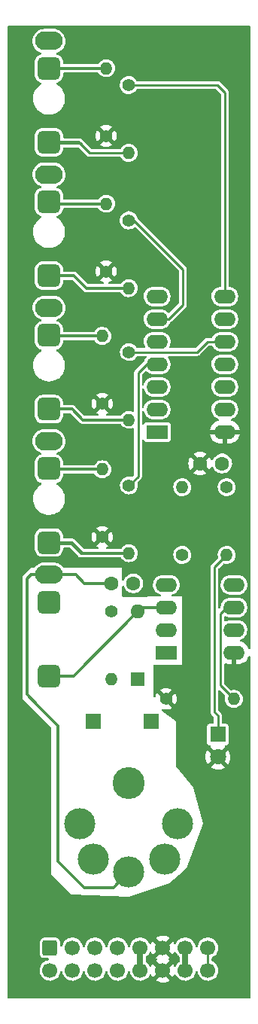
<source format=gtl>
%TF.GenerationSoftware,KiCad,Pcbnew,(6.0.1)*%
%TF.CreationDate,2022-10-18T10:19:05-04:00*%
%TF.ProjectId,ER-MIDI-THRU,45522d4d-4944-4492-9d54-4852552e6b69,1*%
%TF.SameCoordinates,Original*%
%TF.FileFunction,Copper,L1,Top*%
%TF.FilePolarity,Positive*%
%FSLAX46Y46*%
G04 Gerber Fmt 4.6, Leading zero omitted, Abs format (unit mm)*
G04 Created by KiCad (PCBNEW (6.0.1)) date 2022-10-18 10:19:05*
%MOMM*%
%LPD*%
G01*
G04 APERTURE LIST*
G04 Aperture macros list*
%AMRoundRect*
0 Rectangle with rounded corners*
0 $1 Rounding radius*
0 $2 $3 $4 $5 $6 $7 $8 $9 X,Y pos of 4 corners*
0 Add a 4 corners polygon primitive as box body*
4,1,4,$2,$3,$4,$5,$6,$7,$8,$9,$2,$3,0*
0 Add four circle primitives for the rounded corners*
1,1,$1+$1,$2,$3*
1,1,$1+$1,$4,$5*
1,1,$1+$1,$6,$7*
1,1,$1+$1,$8,$9*
0 Add four rect primitives between the rounded corners*
20,1,$1+$1,$2,$3,$4,$5,0*
20,1,$1+$1,$4,$5,$6,$7,0*
20,1,$1+$1,$6,$7,$8,$9,0*
20,1,$1+$1,$8,$9,$2,$3,0*%
G04 Aperture macros list end*
%TA.AperFunction,ComponentPad*%
%ADD10R,1.700000X1.700000*%
%TD*%
%TA.AperFunction,ComponentPad*%
%ADD11RoundRect,0.650000X0.650000X0.650000X-0.650000X0.650000X-0.650000X-0.650000X0.650000X-0.650000X0*%
%TD*%
%TA.AperFunction,ComponentPad*%
%ADD12O,3.100000X2.100000*%
%TD*%
%TA.AperFunction,ComponentPad*%
%ADD13O,3.500000X3.500000*%
%TD*%
%TA.AperFunction,ComponentPad*%
%ADD14C,3.500000*%
%TD*%
%TA.AperFunction,ComponentPad*%
%ADD15C,3.600000*%
%TD*%
%TA.AperFunction,ComponentPad*%
%ADD16R,1.800000X1.800000*%
%TD*%
%TA.AperFunction,ComponentPad*%
%ADD17C,1.800000*%
%TD*%
%TA.AperFunction,ComponentPad*%
%ADD18C,1.400000*%
%TD*%
%TA.AperFunction,ComponentPad*%
%ADD19O,1.400000X1.400000*%
%TD*%
%TA.AperFunction,ComponentPad*%
%ADD20R,2.400000X1.600000*%
%TD*%
%TA.AperFunction,ComponentPad*%
%ADD21O,2.400000X1.600000*%
%TD*%
%TA.AperFunction,ComponentPad*%
%ADD22C,1.600000*%
%TD*%
%TA.AperFunction,ComponentPad*%
%ADD23O,1.600000X1.600000*%
%TD*%
%TA.AperFunction,ComponentPad*%
%ADD24R,1.600000X1.600000*%
%TD*%
%TA.AperFunction,ComponentPad*%
%ADD25RoundRect,0.250000X-0.600000X0.600000X-0.600000X-0.600000X0.600000X-0.600000X0.600000X0.600000X0*%
%TD*%
%TA.AperFunction,ComponentPad*%
%ADD26C,1.700000*%
%TD*%
%TA.AperFunction,Conductor*%
%ADD27C,0.304800*%
%TD*%
%TA.AperFunction,Conductor*%
%ADD28C,0.250000*%
%TD*%
%TA.AperFunction,Conductor*%
%ADD29C,0.635000*%
%TD*%
G04 APERTURE END LIST*
D10*
%TO.P,J9,1,Pin_1*%
%TO.N,/MIDI_RTN*%
X10000000Y-78500000D03*
%TD*%
D11*
%TO.P,J5,R*%
%TO.N,/MIDI_4_PWR*%
X5000000Y-50120000D03*
D12*
%TO.P,J5,S*%
%TO.N,GND*%
X5000000Y-47020000D03*
D11*
%TO.P,J5,T*%
%TO.N,/MIDI_4_OUT*%
X5000000Y-58420000D03*
%TD*%
%TO.P,J4,R*%
%TO.N,/MIDI_3_PWR*%
X5000000Y-35120000D03*
D12*
%TO.P,J4,S*%
%TO.N,GND*%
X5000000Y-32020000D03*
D11*
%TO.P,J4,T*%
%TO.N,/MIDI_3_OUT*%
X5000000Y-43420000D03*
%TD*%
D13*
%TO.P,J7,1*%
%TO.N,unconnected-(J7-Pad1)*%
X19500000Y-90000000D03*
%TO.P,J7,2*%
%TO.N,/MIDI_GND*%
X14000000Y-95500000D03*
D14*
%TO.P,J7,3*%
%TO.N,unconnected-(J7-Pad3)*%
X8500000Y-90000000D03*
D13*
%TO.P,J7,4*%
%TO.N,/MIDI_IN*%
X18000000Y-94000000D03*
%TO.P,J7,5*%
%TO.N,/MIDI_RTN*%
X10000000Y-94000000D03*
D15*
%TO.P,J7,6*%
%TO.N,N/C*%
X14000000Y-85500000D03*
%TD*%
D16*
%TO.P,D1,1,K*%
%TO.N,Net-(D1-Pad1)*%
X24000000Y-80000000D03*
D17*
%TO.P,D1,2,A*%
%TO.N,+5V*%
X24000000Y-82540000D03*
%TD*%
D11*
%TO.P,J1,R*%
%TO.N,/MIDI_IN*%
X5000000Y-65120000D03*
D12*
%TO.P,J1,S*%
%TO.N,/MIDI_GND*%
X5000000Y-62020000D03*
D11*
%TO.P,J1,T*%
%TO.N,/MIDI_RTN*%
X5000000Y-73420000D03*
%TD*%
%TO.P,J2,R*%
%TO.N,/MIDI_1_PWR*%
X5000000Y-5120000D03*
D12*
%TO.P,J2,S*%
%TO.N,GND*%
X5000000Y-2020000D03*
D11*
%TO.P,J2,T*%
%TO.N,/MIDI_1_OUT*%
X5000000Y-13420000D03*
%TD*%
%TO.P,J3,R*%
%TO.N,/MIDI_2_PWR*%
X5000000Y-20120000D03*
D12*
%TO.P,J3,S*%
%TO.N,GND*%
X5000000Y-17020000D03*
D11*
%TO.P,J3,T*%
%TO.N,/MIDI_2_OUT*%
X5000000Y-28420000D03*
%TD*%
D10*
%TO.P,J8,1,Pin_1*%
%TO.N,/MIDI_IN*%
X16500000Y-78500000D03*
%TD*%
D18*
%TO.P,R8,1*%
%TO.N,+5V*%
X11000000Y-42810000D03*
D19*
%TO.P,R8,2*%
%TO.N,/MIDI_3_PWR*%
X11000000Y-35190000D03*
%TD*%
D18*
%TO.P,R6,1*%
%TO.N,+5V*%
X11430000Y-27940000D03*
D19*
%TO.P,R6,2*%
%TO.N,/MIDI_2_PWR*%
X11430000Y-20320000D03*
%TD*%
D18*
%TO.P,R7,1*%
%TO.N,Net-(R7-Pad1)*%
X13970000Y-22190000D03*
D19*
%TO.P,R7,2*%
%TO.N,/MIDI_2_OUT*%
X13970000Y-29810000D03*
%TD*%
D18*
%TO.P,R4,1*%
%TO.N,+5V*%
X11430000Y-12700000D03*
D19*
%TO.P,R4,2*%
%TO.N,/MIDI_1_PWR*%
X11430000Y-5080000D03*
%TD*%
D20*
%TO.P,U1,1*%
%TO.N,/RXD*%
X17175000Y-46000000D03*
D21*
%TO.P,U1,2*%
%TO.N,/ALLRXD*%
X17175000Y-43460000D03*
%TO.P,U1,3*%
X17175000Y-40920000D03*
%TO.P,U1,4*%
%TO.N,Net-(R11-Pad1)*%
X17175000Y-38380000D03*
%TO.P,U1,5*%
%TO.N,/ALLRXD*%
X17175000Y-35840000D03*
%TO.P,U1,6*%
%TO.N,Net-(R7-Pad1)*%
X17175000Y-33300000D03*
%TO.P,U1,7,GND*%
%TO.N,GND*%
X17175000Y-30760000D03*
%TO.P,U1,8*%
%TO.N,Net-(R5-Pad1)*%
X24795000Y-30760000D03*
%TO.P,U1,9*%
%TO.N,/ALLRXD*%
X24795000Y-33300000D03*
%TO.P,U1,10*%
%TO.N,Net-(R9-Pad1)*%
X24795000Y-35840000D03*
%TO.P,U1,11*%
%TO.N,/ALLRXD*%
X24795000Y-38380000D03*
%TO.P,U1,12*%
%TO.N,Net-(R12-Pad1)*%
X24795000Y-40920000D03*
%TO.P,U1,13*%
%TO.N,/ALLRXD*%
X24795000Y-43460000D03*
%TO.P,U1,14,VCC*%
%TO.N,+5V*%
X24795000Y-46000000D03*
%TD*%
D18*
%TO.P,R11,1*%
%TO.N,Net-(R11-Pad1)*%
X14000000Y-52000000D03*
D19*
%TO.P,R11,2*%
%TO.N,/MIDI_4_OUT*%
X14000000Y-59620000D03*
%TD*%
D22*
%TO.P,C1,1*%
%TO.N,/MIDI_GND*%
X12000000Y-63000000D03*
%TO.P,C1,2*%
%TO.N,GND*%
X14500000Y-63000000D03*
%TD*%
D18*
%TO.P,R5,1*%
%TO.N,Net-(R5-Pad1)*%
X13970000Y-6985000D03*
D19*
%TO.P,R5,2*%
%TO.N,/MIDI_1_OUT*%
X13970000Y-14605000D03*
%TD*%
D18*
%TO.P,R3,1*%
%TO.N,Net-(R3-Pad1)*%
X12000000Y-66190000D03*
D19*
%TO.P,R3,2*%
%TO.N,/MIDI_IN*%
X12000000Y-73810000D03*
%TD*%
D18*
%TO.P,R9,1*%
%TO.N,Net-(R9-Pad1)*%
X14000000Y-37000000D03*
D19*
%TO.P,R9,2*%
%TO.N,/MIDI_3_OUT*%
X14000000Y-44620000D03*
%TD*%
D23*
%TO.P,D2,2,A*%
%TO.N,/MIDI_RTN*%
X15000000Y-66190000D03*
D24*
%TO.P,D2,1,K*%
%TO.N,Net-(R3-Pad1)*%
X15000000Y-73810000D03*
%TD*%
D25*
%TO.P,J6,1,Pin_1*%
%TO.N,unconnected-(J6-Pad1)*%
X5110000Y-103997500D03*
D26*
%TO.P,J6,2,Pin_2*%
%TO.N,unconnected-(J6-Pad2)*%
X5110000Y-106537500D03*
%TO.P,J6,3,Pin_3*%
%TO.N,GND*%
X7650000Y-103997500D03*
%TO.P,J6,4,Pin_4*%
X7650000Y-106537500D03*
%TO.P,J6,5,Pin_5*%
X10190000Y-103997500D03*
%TO.P,J6,6,Pin_6*%
X10190000Y-106537500D03*
%TO.P,J6,7,Pin_7*%
X12730000Y-103997500D03*
%TO.P,J6,8,Pin_8*%
X12730000Y-106537500D03*
%TO.P,J6,9,Pin_9*%
%TO.N,+12V*%
X15270000Y-103997500D03*
%TO.P,J6,10,Pin_10*%
X15270000Y-106537500D03*
%TO.P,J6,11,Pin_11*%
%TO.N,+5V*%
X17810000Y-103997500D03*
%TO.P,J6,12,Pin_12*%
X17810000Y-106537500D03*
%TO.P,J6,13,Pin_13*%
%TO.N,/CV_OUT*%
X20350000Y-103997500D03*
%TO.P,J6,14,Pin_14*%
X20350000Y-106537500D03*
%TO.P,J6,15,Pin_15*%
%TO.N,/GATE_OUT*%
X22890000Y-103997500D03*
%TO.P,J6,16,Pin_16*%
X22890000Y-106537500D03*
%TD*%
D18*
%TO.P,R10,1*%
%TO.N,+5V*%
X11000000Y-57810000D03*
D19*
%TO.P,R10,2*%
%TO.N,/MIDI_4_PWR*%
X11000000Y-50190000D03*
%TD*%
D18*
%TO.P,R12,1*%
%TO.N,Net-(R12-Pad1)*%
X25000000Y-52190000D03*
D19*
%TO.P,R12,2*%
%TO.N,Net-(D1-Pad1)*%
X25000000Y-59810000D03*
%TD*%
D18*
%TO.P,R2,1*%
%TO.N,+5V*%
X18190000Y-76000000D03*
D19*
%TO.P,R2,2*%
%TO.N,/RXD*%
X25810000Y-76000000D03*
%TD*%
D18*
%TO.P,R1,1*%
%TO.N,Net-(R1-Pad1)*%
X20000000Y-59810000D03*
D19*
%TO.P,R1,2*%
%TO.N,GND*%
X20000000Y-52190000D03*
%TD*%
D20*
%TO.P,U2,1,NC*%
%TO.N,unconnected-(U2-Pad1)*%
X18200000Y-70800000D03*
D21*
%TO.P,U2,2,C1*%
%TO.N,Net-(R3-Pad1)*%
X18200000Y-68260000D03*
%TO.P,U2,3,C2*%
%TO.N,/MIDI_RTN*%
X18200000Y-65720000D03*
%TO.P,U2,4,NC*%
%TO.N,unconnected-(U2-Pad4)*%
X18200000Y-63180000D03*
%TO.P,U2,5,GND*%
%TO.N,GND*%
X25820000Y-63180000D03*
%TO.P,U2,6,VO2*%
%TO.N,/RXD*%
X25820000Y-65720000D03*
%TO.P,U2,7,VO1*%
%TO.N,Net-(R1-Pad1)*%
X25820000Y-68260000D03*
%TO.P,U2,8,VCC*%
%TO.N,+5V*%
X25820000Y-70800000D03*
%TD*%
D22*
%TO.P,C2,1*%
%TO.N,+5V*%
X22000000Y-49530000D03*
%TO.P,C2,2*%
%TO.N,GND*%
X24500000Y-49530000D03*
%TD*%
D27*
%TO.N,/MIDI_RTN*%
X7770000Y-73420000D02*
X15000000Y-66190000D01*
X5000000Y-73420000D02*
X7770000Y-73420000D01*
X18199999Y-65720011D02*
X15470000Y-65720011D01*
%TO.N,/MIDI_1_PWR*%
X5040000Y-5080000D02*
X11430000Y-5080000D01*
D28*
X5160000Y-5080000D02*
X11430000Y-5080000D01*
%TO.N,/MIDI_1_OUT*%
X13970000Y-14605000D02*
X9605000Y-14605000D01*
D27*
X8420000Y-13420000D02*
X9605000Y-14605000D01*
X5000000Y-13420000D02*
X8420000Y-13420000D01*
D28*
X8540000Y-13540000D02*
X5000000Y-13540000D01*
X9605000Y-14605000D02*
X8540000Y-13540000D01*
D27*
%TO.N,/MIDI_2_PWR*%
X5200000Y-20320000D02*
X11430000Y-20320000D01*
D28*
X5080000Y-20320000D02*
X11430000Y-20320000D01*
%TO.N,/RXD*%
X24295480Y-74485480D02*
X24295480Y-66382520D01*
X25810000Y-76000000D02*
X24295480Y-74485480D01*
X24295480Y-66382520D02*
X24958000Y-65720000D01*
%TO.N,Net-(D1-Pad1)*%
X24000000Y-80000000D02*
X24000000Y-77848000D01*
X24000000Y-77848000D02*
X23622000Y-77470000D01*
X23622000Y-61188000D02*
X25000000Y-59810000D01*
X23622000Y-77470000D02*
X23622000Y-61188000D01*
D27*
%TO.N,/MIDI_GND*%
X2980002Y-62020000D02*
X2500000Y-62500002D01*
X3750001Y-76749999D02*
X2500000Y-75500001D01*
X9000000Y-63000000D02*
X12000000Y-63000000D01*
X2500000Y-75500001D02*
X2500000Y-62500002D01*
X6000000Y-78999998D02*
X3750001Y-76749999D01*
X14000000Y-95500012D02*
X12250001Y-97249996D01*
X6000000Y-94250000D02*
X6000000Y-78999998D01*
X5000000Y-62020000D02*
X2980002Y-62020000D01*
X8020000Y-62020000D02*
X9000000Y-63000000D01*
X5000000Y-62020000D02*
X8020000Y-62020000D01*
X8999996Y-97249996D02*
X6000000Y-94250000D01*
X12250001Y-97249996D02*
X8999996Y-97249996D01*
%TO.N,/MIDI_2_OUT*%
X5000000Y-28420000D02*
X7820000Y-28420000D01*
X9210000Y-29810000D02*
X13970000Y-29810000D01*
X7820000Y-28420000D02*
X9210000Y-29810000D01*
D28*
%TO.N,/MIDI_3_PWR*%
X5050000Y-35190000D02*
X11000000Y-35190000D01*
D27*
X5070000Y-35190000D02*
X11000000Y-35190000D01*
%TO.N,/MIDI_3_OUT*%
X7620000Y-43420000D02*
X8820000Y-44620000D01*
X8820000Y-44620000D02*
X14000000Y-44620000D01*
X5000000Y-43420000D02*
X7620000Y-43420000D01*
D28*
%TO.N,/MIDI_4_PWR*%
X5050000Y-50190000D02*
X11000000Y-50190000D01*
D27*
X5070000Y-50190000D02*
X11000000Y-50190000D01*
D28*
%TO.N,Net-(R5-Pad1)*%
X24795000Y-30760000D02*
X24795000Y-7795000D01*
X24795000Y-7795000D02*
X23985000Y-6985000D01*
X23985000Y-6985000D02*
X13970000Y-6985000D01*
%TO.N,Net-(R7-Pad1)*%
X20066000Y-31684000D02*
X20066000Y-27686000D01*
X17175000Y-33300000D02*
X18450000Y-33300000D01*
X18450000Y-33300000D02*
X20066000Y-31684000D01*
X20066000Y-27686000D02*
X13970000Y-21590000D01*
%TO.N,/MIDI_4_OUT*%
X5000000Y-58540000D02*
X7540000Y-58540000D01*
X8820000Y-59620000D02*
X7620000Y-58420000D01*
D27*
X8620000Y-59620000D02*
X14000000Y-59620000D01*
D28*
X7540000Y-58540000D02*
X8620000Y-59620000D01*
D27*
X5000000Y-58420000D02*
X7620000Y-58420000D01*
D28*
%TO.N,Net-(R9-Pad1)*%
X21674000Y-37000000D02*
X14000000Y-37000000D01*
X22834000Y-35840000D02*
X21674000Y-37000000D01*
X24795000Y-35840000D02*
X22834000Y-35840000D01*
%TO.N,Net-(R11-Pad1)*%
X15024511Y-39331489D02*
X15976000Y-38380000D01*
X14000000Y-52000000D02*
X15024511Y-50975489D01*
X15976000Y-38380000D02*
X17175000Y-38380000D01*
X15024511Y-50975489D02*
X15024511Y-39331489D01*
D29*
%TO.N,+12V*%
X15270000Y-103997506D02*
X15270000Y-106537506D01*
%TO.N,/CV_OUT*%
X20350000Y-103997506D02*
X20350000Y-106537506D01*
D28*
%TO.N,/GATE_OUT*%
X22890000Y-103997500D02*
X22890000Y-106537500D01*
%TD*%
%TA.AperFunction,Conductor*%
%TO.N,+5V*%
G36*
X27637321Y-324802D02*
G01*
X27683814Y-378458D01*
X27695200Y-430800D01*
X27695200Y-70300954D01*
X27675198Y-70369075D01*
X27621542Y-70415568D01*
X27551268Y-70425672D01*
X27486688Y-70396178D01*
X27455117Y-70350321D01*
X27453813Y-70350929D01*
X27359414Y-70148489D01*
X27353931Y-70138993D01*
X27228972Y-69960533D01*
X27221916Y-69952125D01*
X27067875Y-69798084D01*
X27059467Y-69791028D01*
X26881007Y-69666069D01*
X26871511Y-69660586D01*
X26674053Y-69568510D01*
X26663761Y-69564764D01*
X26593199Y-69545857D01*
X26532576Y-69508905D01*
X26501555Y-69445044D01*
X26509983Y-69374550D01*
X26555186Y-69319803D01*
X26590341Y-69303245D01*
X26632340Y-69290924D01*
X26637668Y-69288180D01*
X26814513Y-69197099D01*
X26814516Y-69197097D01*
X26819844Y-69194353D01*
X26985704Y-69064068D01*
X26989636Y-69059537D01*
X26989639Y-69059534D01*
X27120004Y-68909301D01*
X27123935Y-68904771D01*
X27126935Y-68899585D01*
X27126938Y-68899581D01*
X27226544Y-68727404D01*
X27229550Y-68722208D01*
X27298738Y-68522968D01*
X27329002Y-68314239D01*
X27319251Y-68103553D01*
X27269836Y-67898513D01*
X27182540Y-67706515D01*
X27060513Y-67534489D01*
X26908158Y-67388641D01*
X26730973Y-67274234D01*
X26625730Y-67231820D01*
X26540919Y-67197640D01*
X26540916Y-67197639D01*
X26535350Y-67195396D01*
X26403791Y-67169704D01*
X26332795Y-67155839D01*
X26332792Y-67155839D01*
X26328349Y-67154971D01*
X26322808Y-67154700D01*
X25367301Y-67154700D01*
X25210042Y-67169704D01*
X25007660Y-67229076D01*
X25002333Y-67231820D01*
X25002332Y-67231820D01*
X24909472Y-67279646D01*
X24839753Y-67293055D01*
X24773853Y-67266642D01*
X24732694Y-67208793D01*
X24725780Y-67167630D01*
X24725780Y-66817372D01*
X24745782Y-66749251D01*
X24799438Y-66702758D01*
X24869712Y-66692654D01*
X24907497Y-66704778D01*
X24909027Y-66705766D01*
X25004878Y-66744395D01*
X25099081Y-66782360D01*
X25099084Y-66782361D01*
X25104650Y-66784604D01*
X25208326Y-66804851D01*
X25307205Y-66824161D01*
X25307208Y-66824161D01*
X25311651Y-66825029D01*
X25317192Y-66825300D01*
X26272699Y-66825300D01*
X26429958Y-66810296D01*
X26632340Y-66750924D01*
X26637668Y-66748180D01*
X26814513Y-66657099D01*
X26814516Y-66657097D01*
X26819844Y-66654353D01*
X26985704Y-66524068D01*
X26989636Y-66519537D01*
X26989639Y-66519534D01*
X27120004Y-66369301D01*
X27123935Y-66364771D01*
X27126935Y-66359585D01*
X27126938Y-66359581D01*
X27226544Y-66187404D01*
X27229550Y-66182208D01*
X27298738Y-65982968D01*
X27320034Y-65836095D01*
X27328141Y-65780179D01*
X27328141Y-65780176D01*
X27329002Y-65774239D01*
X27319251Y-65563553D01*
X27293580Y-65457032D01*
X27271242Y-65364346D01*
X27271241Y-65364344D01*
X27269836Y-65358513D01*
X27182540Y-65166515D01*
X27060513Y-64994489D01*
X26908158Y-64848641D01*
X26730973Y-64734234D01*
X26625730Y-64691820D01*
X26540919Y-64657640D01*
X26540916Y-64657639D01*
X26535350Y-64655396D01*
X26403791Y-64629704D01*
X26332795Y-64615839D01*
X26332792Y-64615839D01*
X26328349Y-64614971D01*
X26322808Y-64614700D01*
X25367301Y-64614700D01*
X25210042Y-64629704D01*
X25007660Y-64689076D01*
X25002333Y-64691820D01*
X25002332Y-64691820D01*
X24825487Y-64782901D01*
X24825484Y-64782903D01*
X24820156Y-64785647D01*
X24654296Y-64915932D01*
X24650364Y-64920463D01*
X24650361Y-64920466D01*
X24581888Y-64999375D01*
X24516065Y-65075229D01*
X24513065Y-65080415D01*
X24513062Y-65080419D01*
X24466082Y-65161628D01*
X24410450Y-65257792D01*
X24341262Y-65457032D01*
X24310998Y-65665761D01*
X24311276Y-65671757D01*
X24312527Y-65698785D01*
X24295697Y-65767758D01*
X24275757Y-65793707D01*
X24267395Y-65802069D01*
X24205083Y-65836095D01*
X24134268Y-65831030D01*
X24077432Y-65788483D01*
X24052621Y-65721963D01*
X24052300Y-65712974D01*
X24052300Y-63125761D01*
X24310998Y-63125761D01*
X24320749Y-63336447D01*
X24370164Y-63541487D01*
X24372646Y-63546945D01*
X24372647Y-63546949D01*
X24378460Y-63559733D01*
X24457460Y-63733485D01*
X24579487Y-63905511D01*
X24731842Y-64051359D01*
X24909027Y-64165766D01*
X24914593Y-64168009D01*
X25099081Y-64242360D01*
X25099084Y-64242361D01*
X25104650Y-64244604D01*
X25171285Y-64257617D01*
X25307205Y-64284161D01*
X25307208Y-64284161D01*
X25311651Y-64285029D01*
X25317192Y-64285300D01*
X26272699Y-64285300D01*
X26429958Y-64270296D01*
X26632340Y-64210924D01*
X26726336Y-64162513D01*
X26814513Y-64117099D01*
X26814516Y-64117097D01*
X26819844Y-64114353D01*
X26985704Y-63984068D01*
X26989636Y-63979537D01*
X26989639Y-63979534D01*
X27120004Y-63829301D01*
X27123935Y-63824771D01*
X27126935Y-63819585D01*
X27126938Y-63819581D01*
X27226544Y-63647404D01*
X27229550Y-63642208D01*
X27298738Y-63442968D01*
X27310023Y-63365141D01*
X27328141Y-63240179D01*
X27328141Y-63240176D01*
X27329002Y-63234239D01*
X27319251Y-63023553D01*
X27314468Y-63003704D01*
X27271242Y-62824346D01*
X27271241Y-62824344D01*
X27269836Y-62818513D01*
X27260379Y-62797712D01*
X27185020Y-62631970D01*
X27182540Y-62626515D01*
X27060513Y-62454489D01*
X26908158Y-62308641D01*
X26730973Y-62194234D01*
X26625730Y-62151820D01*
X26540919Y-62117640D01*
X26540916Y-62117639D01*
X26535350Y-62115396D01*
X26403791Y-62089704D01*
X26332795Y-62075839D01*
X26332792Y-62075839D01*
X26328349Y-62074971D01*
X26322808Y-62074700D01*
X25367301Y-62074700D01*
X25210042Y-62089704D01*
X25007660Y-62149076D01*
X25002333Y-62151820D01*
X25002332Y-62151820D01*
X24825487Y-62242901D01*
X24825484Y-62242903D01*
X24820156Y-62245647D01*
X24654296Y-62375932D01*
X24650364Y-62380463D01*
X24650361Y-62380466D01*
X24581888Y-62459375D01*
X24516065Y-62535229D01*
X24513065Y-62540415D01*
X24513062Y-62540419D01*
X24438018Y-62670138D01*
X24410450Y-62717792D01*
X24341262Y-62917032D01*
X24310998Y-63125761D01*
X24052300Y-63125761D01*
X24052300Y-61418426D01*
X24072302Y-61350305D01*
X24089205Y-61329331D01*
X24606858Y-60811678D01*
X24669170Y-60777652D01*
X24734889Y-60780940D01*
X24783082Y-60796599D01*
X24978845Y-60819942D01*
X24984980Y-60819470D01*
X24984982Y-60819470D01*
X25169272Y-60805290D01*
X25169277Y-60805289D01*
X25175413Y-60804817D01*
X25181343Y-60803161D01*
X25181345Y-60803161D01*
X25272708Y-60777652D01*
X25365300Y-60751800D01*
X25370800Y-60749022D01*
X25535772Y-60665689D01*
X25535774Y-60665688D01*
X25541273Y-60662910D01*
X25696629Y-60541532D01*
X25825450Y-60392291D01*
X25868666Y-60316218D01*
X25919785Y-60226234D01*
X25919787Y-60226229D01*
X25922831Y-60220871D01*
X25985061Y-60033800D01*
X26009770Y-59838205D01*
X26010164Y-59810000D01*
X25990926Y-59613791D01*
X25933943Y-59425056D01*
X25841387Y-59250984D01*
X25752745Y-59142298D01*
X25720672Y-59102972D01*
X25720670Y-59102970D01*
X25716783Y-59098204D01*
X25564877Y-58972536D01*
X25559460Y-58969607D01*
X25559457Y-58969605D01*
X25396872Y-58881696D01*
X25396868Y-58881694D01*
X25391454Y-58878767D01*
X25385574Y-58876947D01*
X25385572Y-58876946D01*
X25254189Y-58836276D01*
X25203122Y-58820468D01*
X25197004Y-58819825D01*
X25196999Y-58819824D01*
X25013181Y-58800505D01*
X25013179Y-58800505D01*
X25007052Y-58799861D01*
X24924586Y-58807366D01*
X24816853Y-58817170D01*
X24816850Y-58817171D01*
X24810714Y-58817729D01*
X24804808Y-58819467D01*
X24804804Y-58819468D01*
X24677278Y-58857001D01*
X24621586Y-58873392D01*
X24446871Y-58964731D01*
X24442071Y-58968591D01*
X24442070Y-58968591D01*
X24425783Y-58981686D01*
X24293225Y-59088265D01*
X24166500Y-59239291D01*
X24163536Y-59244683D01*
X24163533Y-59244687D01*
X24086362Y-59385063D01*
X24071523Y-59412054D01*
X24069662Y-59417921D01*
X24069661Y-59417923D01*
X24066910Y-59426597D01*
X24011911Y-59599975D01*
X23989934Y-59795896D01*
X23994448Y-59849652D01*
X24003994Y-59963317D01*
X24006432Y-59992354D01*
X24030905Y-60077700D01*
X24031140Y-60078521D01*
X24030689Y-60149516D01*
X23999117Y-60202346D01*
X23341077Y-60860387D01*
X23329987Y-60870242D01*
X23304782Y-60890112D01*
X23272930Y-60936197D01*
X23270666Y-60939365D01*
X23237420Y-60984376D01*
X23235135Y-60990883D01*
X23231214Y-60996556D01*
X23228374Y-61005537D01*
X23214344Y-61049900D01*
X23213090Y-61053657D01*
X23197670Y-61097567D01*
X23197669Y-61097571D01*
X23194548Y-61106459D01*
X23194277Y-61113352D01*
X23192198Y-61119926D01*
X23191700Y-61126253D01*
X23191700Y-61176467D01*
X23191603Y-61181414D01*
X23189468Y-61235752D01*
X23191285Y-61242605D01*
X23191700Y-61250145D01*
X23191700Y-77436982D01*
X23190827Y-77451790D01*
X23187054Y-77483668D01*
X23188746Y-77492932D01*
X23188746Y-77492933D01*
X23197111Y-77538733D01*
X23197761Y-77542637D01*
X23206077Y-77597955D01*
X23209062Y-77604171D01*
X23210301Y-77610956D01*
X23214643Y-77619314D01*
X23236100Y-77660619D01*
X23237870Y-77664162D01*
X23254448Y-77698685D01*
X23262088Y-77714596D01*
X23266771Y-77719662D01*
X23269949Y-77725780D01*
X23274070Y-77730606D01*
X23309572Y-77766108D01*
X23313001Y-77769674D01*
X23349919Y-77809612D01*
X23356052Y-77813175D01*
X23361677Y-77818213D01*
X23532795Y-77989331D01*
X23566821Y-78051643D01*
X23569700Y-78078426D01*
X23569700Y-78668700D01*
X23549698Y-78736821D01*
X23496042Y-78783314D01*
X23443700Y-78794700D01*
X23054642Y-78794700D01*
X23043748Y-78795996D01*
X23037407Y-78796750D01*
X23037404Y-78796751D01*
X23028022Y-78797867D01*
X22924081Y-78844036D01*
X22884002Y-78884186D01*
X22851948Y-78916295D01*
X22851947Y-78916297D01*
X22843730Y-78924528D01*
X22797742Y-79028549D01*
X22794700Y-79054642D01*
X22794700Y-80945358D01*
X22795996Y-80956252D01*
X22796685Y-80962040D01*
X22797867Y-80971978D01*
X22844036Y-81075919D01*
X22884186Y-81115998D01*
X22916295Y-81148052D01*
X22916297Y-81148053D01*
X22924528Y-81156270D01*
X23028549Y-81202258D01*
X23054642Y-81205300D01*
X23085161Y-81205300D01*
X23153282Y-81225302D01*
X23199775Y-81278958D01*
X23209879Y-81349232D01*
X23206130Y-81358300D01*
X23204667Y-81379174D01*
X23212251Y-81393040D01*
X23987189Y-82167979D01*
X24001132Y-82175592D01*
X24002966Y-82175461D01*
X24009580Y-82171210D01*
X24788994Y-81391795D01*
X24796605Y-81377857D01*
X24794397Y-81346991D01*
X24791411Y-81338656D01*
X24807402Y-81269483D01*
X24858252Y-81219937D01*
X24917196Y-81205300D01*
X24945358Y-81205300D01*
X24956252Y-81204004D01*
X24962593Y-81203250D01*
X24962596Y-81203249D01*
X24971978Y-81202133D01*
X25075919Y-81155964D01*
X25115998Y-81115814D01*
X25148052Y-81083705D01*
X25148053Y-81083703D01*
X25156270Y-81075472D01*
X25202258Y-80971451D01*
X25205300Y-80945358D01*
X25205300Y-79054642D01*
X25204004Y-79043748D01*
X25203250Y-79037407D01*
X25203249Y-79037404D01*
X25202133Y-79028022D01*
X25155964Y-78924081D01*
X25115814Y-78884002D01*
X25083705Y-78851948D01*
X25083703Y-78851947D01*
X25075472Y-78843730D01*
X24971451Y-78797742D01*
X24945358Y-78794700D01*
X24556300Y-78794700D01*
X24488179Y-78774698D01*
X24441686Y-78721042D01*
X24430300Y-78668700D01*
X24430300Y-77881018D01*
X24431173Y-77866207D01*
X24433839Y-77843683D01*
X24434946Y-77834332D01*
X24424889Y-77779264D01*
X24424239Y-77775361D01*
X24417323Y-77729356D01*
X24417323Y-77729355D01*
X24415923Y-77720045D01*
X24412938Y-77713829D01*
X24411699Y-77707044D01*
X24407357Y-77698685D01*
X24385895Y-77657369D01*
X24384126Y-77653829D01*
X24359912Y-77603404D01*
X24355231Y-77598340D01*
X24352052Y-77592220D01*
X24347930Y-77587394D01*
X24312428Y-77551892D01*
X24308998Y-77548325D01*
X24300131Y-77538733D01*
X24272081Y-77508388D01*
X24265948Y-77504825D01*
X24260323Y-77499787D01*
X24089205Y-77328669D01*
X24055179Y-77266357D01*
X24052300Y-77239574D01*
X24052300Y-75155026D01*
X24072302Y-75086905D01*
X24125958Y-75040412D01*
X24196232Y-75030308D01*
X24260812Y-75059802D01*
X24267395Y-75065931D01*
X24808566Y-75607102D01*
X24842592Y-75669414D01*
X24839573Y-75734294D01*
X24823775Y-75784097D01*
X24823774Y-75784103D01*
X24821911Y-75789975D01*
X24821225Y-75796094D01*
X24821224Y-75796097D01*
X24800621Y-75979771D01*
X24799934Y-75985896D01*
X24816432Y-76182354D01*
X24870773Y-76371866D01*
X24873592Y-76377351D01*
X24958072Y-76541732D01*
X24958075Y-76541737D01*
X24960890Y-76547214D01*
X25083349Y-76701719D01*
X25088042Y-76705713D01*
X25088043Y-76705714D01*
X25134966Y-76745648D01*
X25233486Y-76829495D01*
X25405582Y-76925677D01*
X25593082Y-76986599D01*
X25788845Y-77009942D01*
X25794980Y-77009470D01*
X25794982Y-77009470D01*
X25979272Y-76995290D01*
X25979277Y-76995289D01*
X25985413Y-76994817D01*
X25991343Y-76993161D01*
X25991345Y-76993161D01*
X26080357Y-76968308D01*
X26175300Y-76941800D01*
X26180800Y-76939022D01*
X26345772Y-76855689D01*
X26345774Y-76855688D01*
X26351273Y-76852910D01*
X26506629Y-76731532D01*
X26635450Y-76582291D01*
X26678666Y-76506218D01*
X26729785Y-76416234D01*
X26729787Y-76416229D01*
X26732831Y-76410871D01*
X26795061Y-76223800D01*
X26819770Y-76028205D01*
X26820164Y-76000000D01*
X26800926Y-75803791D01*
X26743943Y-75615056D01*
X26651387Y-75440984D01*
X26526783Y-75288204D01*
X26374877Y-75162536D01*
X26369460Y-75159607D01*
X26369457Y-75159605D01*
X26206872Y-75071696D01*
X26206868Y-75071694D01*
X26201454Y-75068767D01*
X26195574Y-75066947D01*
X26195572Y-75066946D01*
X26079017Y-75030866D01*
X26013122Y-75010468D01*
X26007004Y-75009825D01*
X26006999Y-75009824D01*
X25823181Y-74990505D01*
X25823179Y-74990505D01*
X25817052Y-74989861D01*
X25734586Y-74997366D01*
X25626853Y-75007170D01*
X25626850Y-75007171D01*
X25620714Y-75007729D01*
X25614804Y-75009468D01*
X25614801Y-75009469D01*
X25542248Y-75030822D01*
X25471252Y-75030866D01*
X25417579Y-74999043D01*
X24762685Y-74344149D01*
X24728659Y-74281837D01*
X24725780Y-74255054D01*
X24725780Y-72117279D01*
X24745782Y-72049158D01*
X24799438Y-72002665D01*
X24869712Y-71992561D01*
X24905030Y-72003084D01*
X24965947Y-72031490D01*
X24976239Y-72035236D01*
X25186688Y-72091625D01*
X25197481Y-72093528D01*
X25360170Y-72107762D01*
X25365635Y-72108000D01*
X25547885Y-72108000D01*
X25563124Y-72103525D01*
X25564329Y-72102135D01*
X25566000Y-72094452D01*
X25566000Y-70672000D01*
X25586002Y-70603879D01*
X25639658Y-70557386D01*
X25692000Y-70546000D01*
X25948000Y-70546000D01*
X26016121Y-70566002D01*
X26062614Y-70619658D01*
X26074000Y-70672000D01*
X26074000Y-72089885D01*
X26078475Y-72105124D01*
X26079865Y-72106329D01*
X26087548Y-72108000D01*
X26274365Y-72108000D01*
X26279830Y-72107762D01*
X26442519Y-72093528D01*
X26453312Y-72091625D01*
X26663761Y-72035236D01*
X26674053Y-72031490D01*
X26871511Y-71939414D01*
X26881007Y-71933931D01*
X27059467Y-71808972D01*
X27067875Y-71801916D01*
X27221916Y-71647875D01*
X27228972Y-71639467D01*
X27353931Y-71461007D01*
X27359414Y-71451511D01*
X27453813Y-71249071D01*
X27455341Y-71249783D01*
X27492893Y-71198780D01*
X27559214Y-71173442D01*
X27628706Y-71187983D01*
X27679305Y-71237785D01*
X27695200Y-71299046D01*
X27695200Y-109569200D01*
X27675198Y-109637321D01*
X27621542Y-109683814D01*
X27569200Y-109695200D01*
X430800Y-109695200D01*
X362679Y-109675198D01*
X316186Y-109621542D01*
X304800Y-109569200D01*
X304800Y-106507128D01*
X3950149Y-106507128D01*
X3964036Y-106719003D01*
X4016301Y-106924799D01*
X4105195Y-107117624D01*
X4227740Y-107291021D01*
X4379832Y-107439183D01*
X4384628Y-107442388D01*
X4384631Y-107442390D01*
X4455886Y-107490001D01*
X4556377Y-107557147D01*
X4561685Y-107559428D01*
X4561686Y-107559428D01*
X4746160Y-107638684D01*
X4746163Y-107638685D01*
X4751463Y-107640962D01*
X4757092Y-107642236D01*
X4757093Y-107642236D01*
X4952921Y-107686548D01*
X4952924Y-107686548D01*
X4958557Y-107687823D01*
X4964328Y-107688050D01*
X4964330Y-107688050D01*
X5029086Y-107690594D01*
X5170723Y-107696159D01*
X5275789Y-107680925D01*
X5375141Y-107666520D01*
X5375146Y-107666519D01*
X5380855Y-107665691D01*
X5386319Y-107663836D01*
X5386324Y-107663835D01*
X5576448Y-107599296D01*
X5581916Y-107597440D01*
X5767172Y-107493692D01*
X5930420Y-107357920D01*
X6066192Y-107194672D01*
X6169940Y-107009416D01*
X6200565Y-106919199D01*
X6236335Y-106813824D01*
X6236336Y-106813819D01*
X6238191Y-106808355D01*
X6239019Y-106802646D01*
X6239020Y-106802641D01*
X6250334Y-106724605D01*
X6253287Y-106704238D01*
X6282857Y-106639693D01*
X6342628Y-106601381D01*
X6413625Y-106601465D01*
X6473305Y-106639920D01*
X6502722Y-106704536D01*
X6503565Y-106712647D01*
X6503658Y-106713233D01*
X6504036Y-106719003D01*
X6556301Y-106924799D01*
X6645195Y-107117624D01*
X6767740Y-107291021D01*
X6919832Y-107439183D01*
X6924628Y-107442388D01*
X6924631Y-107442390D01*
X6995886Y-107490001D01*
X7096377Y-107557147D01*
X7101685Y-107559428D01*
X7101686Y-107559428D01*
X7286160Y-107638684D01*
X7286163Y-107638685D01*
X7291463Y-107640962D01*
X7297092Y-107642236D01*
X7297093Y-107642236D01*
X7492921Y-107686548D01*
X7492924Y-107686548D01*
X7498557Y-107687823D01*
X7504328Y-107688050D01*
X7504330Y-107688050D01*
X7569086Y-107690594D01*
X7710723Y-107696159D01*
X7815789Y-107680925D01*
X7915141Y-107666520D01*
X7915146Y-107666519D01*
X7920855Y-107665691D01*
X7926319Y-107663836D01*
X7926324Y-107663835D01*
X8116448Y-107599296D01*
X8121916Y-107597440D01*
X8307172Y-107493692D01*
X8470420Y-107357920D01*
X8606192Y-107194672D01*
X8709940Y-107009416D01*
X8740565Y-106919199D01*
X8776335Y-106813824D01*
X8776336Y-106813819D01*
X8778191Y-106808355D01*
X8779019Y-106802646D01*
X8779020Y-106802641D01*
X8790334Y-106724605D01*
X8793287Y-106704238D01*
X8822857Y-106639693D01*
X8882628Y-106601381D01*
X8953625Y-106601465D01*
X9013305Y-106639920D01*
X9042722Y-106704536D01*
X9043565Y-106712647D01*
X9043658Y-106713233D01*
X9044036Y-106719003D01*
X9096301Y-106924799D01*
X9185195Y-107117624D01*
X9307740Y-107291021D01*
X9459832Y-107439183D01*
X9464628Y-107442388D01*
X9464631Y-107442390D01*
X9535886Y-107490001D01*
X9636377Y-107557147D01*
X9641685Y-107559428D01*
X9641686Y-107559428D01*
X9826160Y-107638684D01*
X9826163Y-107638685D01*
X9831463Y-107640962D01*
X9837092Y-107642236D01*
X9837093Y-107642236D01*
X10032921Y-107686548D01*
X10032924Y-107686548D01*
X10038557Y-107687823D01*
X10044328Y-107688050D01*
X10044330Y-107688050D01*
X10109086Y-107690594D01*
X10250723Y-107696159D01*
X10355789Y-107680925D01*
X10455141Y-107666520D01*
X10455146Y-107666519D01*
X10460855Y-107665691D01*
X10466319Y-107663836D01*
X10466324Y-107663835D01*
X10656448Y-107599296D01*
X10661916Y-107597440D01*
X10847172Y-107493692D01*
X11010420Y-107357920D01*
X11146192Y-107194672D01*
X11249940Y-107009416D01*
X11280565Y-106919199D01*
X11316335Y-106813824D01*
X11316336Y-106813819D01*
X11318191Y-106808355D01*
X11319019Y-106802646D01*
X11319020Y-106802641D01*
X11330334Y-106724605D01*
X11333287Y-106704238D01*
X11362857Y-106639693D01*
X11422628Y-106601381D01*
X11493625Y-106601465D01*
X11553305Y-106639920D01*
X11582722Y-106704536D01*
X11583565Y-106712647D01*
X11583658Y-106713233D01*
X11584036Y-106719003D01*
X11636301Y-106924799D01*
X11725195Y-107117624D01*
X11847740Y-107291021D01*
X11999832Y-107439183D01*
X12004628Y-107442388D01*
X12004631Y-107442390D01*
X12075886Y-107490001D01*
X12176377Y-107557147D01*
X12181685Y-107559428D01*
X12181686Y-107559428D01*
X12366160Y-107638684D01*
X12366163Y-107638685D01*
X12371463Y-107640962D01*
X12377092Y-107642236D01*
X12377093Y-107642236D01*
X12572921Y-107686548D01*
X12572924Y-107686548D01*
X12578557Y-107687823D01*
X12584328Y-107688050D01*
X12584330Y-107688050D01*
X12649086Y-107690594D01*
X12790723Y-107696159D01*
X12895789Y-107680925D01*
X12995141Y-107666520D01*
X12995146Y-107666519D01*
X13000855Y-107665691D01*
X13006319Y-107663836D01*
X13006324Y-107663835D01*
X13196448Y-107599296D01*
X13201916Y-107597440D01*
X13387172Y-107493692D01*
X13550420Y-107357920D01*
X13686192Y-107194672D01*
X13789940Y-107009416D01*
X13820565Y-106919199D01*
X13856335Y-106813824D01*
X13856336Y-106813819D01*
X13858191Y-106808355D01*
X13859019Y-106802646D01*
X13859020Y-106802641D01*
X13870334Y-106724605D01*
X13873287Y-106704238D01*
X13902857Y-106639693D01*
X13962628Y-106601381D01*
X14033625Y-106601465D01*
X14093305Y-106639920D01*
X14122722Y-106704536D01*
X14123565Y-106712647D01*
X14123658Y-106713233D01*
X14124036Y-106719003D01*
X14176301Y-106924799D01*
X14265195Y-107117624D01*
X14387740Y-107291021D01*
X14539832Y-107439183D01*
X14544628Y-107442388D01*
X14544631Y-107442390D01*
X14615886Y-107490001D01*
X14716377Y-107557147D01*
X14721685Y-107559428D01*
X14721686Y-107559428D01*
X14906160Y-107638684D01*
X14906163Y-107638685D01*
X14911463Y-107640962D01*
X14917092Y-107642236D01*
X14917093Y-107642236D01*
X15112921Y-107686548D01*
X15112924Y-107686548D01*
X15118557Y-107687823D01*
X15124328Y-107688050D01*
X15124330Y-107688050D01*
X15189086Y-107690594D01*
X15330723Y-107696159D01*
X15435789Y-107680925D01*
X15535141Y-107666520D01*
X15535146Y-107666519D01*
X15540855Y-107665691D01*
X15546319Y-107663836D01*
X15546324Y-107663835D01*
X15550690Y-107662353D01*
X17049977Y-107662353D01*
X17055258Y-107669407D01*
X17216756Y-107763779D01*
X17226042Y-107768229D01*
X17425001Y-107844203D01*
X17434899Y-107847079D01*
X17643595Y-107889538D01*
X17653823Y-107890757D01*
X17866650Y-107898562D01*
X17876936Y-107898095D01*
X18088185Y-107871034D01*
X18098262Y-107868892D01*
X18302255Y-107807691D01*
X18311842Y-107803933D01*
X18503098Y-107710238D01*
X18511944Y-107704965D01*
X18559247Y-107671223D01*
X18567648Y-107660523D01*
X18560660Y-107647370D01*
X17822812Y-106909522D01*
X17808868Y-106901908D01*
X17807035Y-106902039D01*
X17800420Y-106906290D01*
X17056737Y-107649973D01*
X17049977Y-107662353D01*
X15550690Y-107662353D01*
X15736448Y-107599296D01*
X15741916Y-107597440D01*
X15927172Y-107493692D01*
X16090420Y-107357920D01*
X16226192Y-107194672D01*
X16321243Y-107024947D01*
X16371978Y-106975286D01*
X16441510Y-106960938D01*
X16507760Y-106986460D01*
X16547919Y-107039110D01*
X16591770Y-107147103D01*
X16596413Y-107156294D01*
X16676460Y-107286920D01*
X16686916Y-107296380D01*
X16695694Y-107292596D01*
X17437978Y-106550312D01*
X17444356Y-106538632D01*
X18174408Y-106538632D01*
X18174539Y-106540465D01*
X18178790Y-106547080D01*
X18920474Y-107288764D01*
X18932484Y-107295323D01*
X18944223Y-107286355D01*
X18975004Y-107243519D01*
X18980315Y-107234680D01*
X19074673Y-107043760D01*
X19075578Y-107041476D01*
X19076191Y-107040691D01*
X19076964Y-107039126D01*
X19077287Y-107039286D01*
X19119253Y-106985503D01*
X19186256Y-106962027D01*
X19255314Y-106978503D01*
X19307155Y-107035109D01*
X19345195Y-107117624D01*
X19467740Y-107291021D01*
X19619832Y-107439183D01*
X19624628Y-107442388D01*
X19624631Y-107442390D01*
X19695886Y-107490001D01*
X19796377Y-107557147D01*
X19801685Y-107559428D01*
X19801686Y-107559428D01*
X19986160Y-107638684D01*
X19986163Y-107638685D01*
X19991463Y-107640962D01*
X19997092Y-107642236D01*
X19997093Y-107642236D01*
X20192921Y-107686548D01*
X20192924Y-107686548D01*
X20198557Y-107687823D01*
X20204328Y-107688050D01*
X20204330Y-107688050D01*
X20269086Y-107690594D01*
X20410723Y-107696159D01*
X20515789Y-107680925D01*
X20615141Y-107666520D01*
X20615146Y-107666519D01*
X20620855Y-107665691D01*
X20626319Y-107663836D01*
X20626324Y-107663835D01*
X20816448Y-107599296D01*
X20821916Y-107597440D01*
X21007172Y-107493692D01*
X21170420Y-107357920D01*
X21306192Y-107194672D01*
X21409940Y-107009416D01*
X21440565Y-106919199D01*
X21476335Y-106813824D01*
X21476336Y-106813819D01*
X21478191Y-106808355D01*
X21479019Y-106802646D01*
X21479020Y-106802641D01*
X21490334Y-106724605D01*
X21493287Y-106704238D01*
X21522857Y-106639693D01*
X21582628Y-106601381D01*
X21653625Y-106601465D01*
X21713305Y-106639920D01*
X21742722Y-106704536D01*
X21743565Y-106712647D01*
X21743658Y-106713233D01*
X21744036Y-106719003D01*
X21796301Y-106924799D01*
X21885195Y-107117624D01*
X22007740Y-107291021D01*
X22159832Y-107439183D01*
X22164628Y-107442388D01*
X22164631Y-107442390D01*
X22235886Y-107490001D01*
X22336377Y-107557147D01*
X22341685Y-107559428D01*
X22341686Y-107559428D01*
X22526160Y-107638684D01*
X22526163Y-107638685D01*
X22531463Y-107640962D01*
X22537092Y-107642236D01*
X22537093Y-107642236D01*
X22732921Y-107686548D01*
X22732924Y-107686548D01*
X22738557Y-107687823D01*
X22744328Y-107688050D01*
X22744330Y-107688050D01*
X22809086Y-107690594D01*
X22950723Y-107696159D01*
X23055789Y-107680925D01*
X23155141Y-107666520D01*
X23155146Y-107666519D01*
X23160855Y-107665691D01*
X23166319Y-107663836D01*
X23166324Y-107663835D01*
X23356448Y-107599296D01*
X23361916Y-107597440D01*
X23547172Y-107493692D01*
X23710420Y-107357920D01*
X23846192Y-107194672D01*
X23949940Y-107009416D01*
X23980565Y-106919199D01*
X24016335Y-106813824D01*
X24016336Y-106813819D01*
X24018191Y-106808355D01*
X24019019Y-106802646D01*
X24019020Y-106802641D01*
X24048126Y-106601897D01*
X24048659Y-106598223D01*
X24050249Y-106537500D01*
X24030821Y-106326061D01*
X23973186Y-106121704D01*
X23879275Y-105931272D01*
X23752233Y-105761142D01*
X23596315Y-105617013D01*
X23416742Y-105503711D01*
X23399611Y-105496876D01*
X23343752Y-105453057D01*
X23320300Y-105379846D01*
X23320300Y-105154596D01*
X23340302Y-105086475D01*
X23384733Y-105044662D01*
X23547172Y-104953692D01*
X23710420Y-104817920D01*
X23846192Y-104654672D01*
X23949940Y-104469416D01*
X23980565Y-104379199D01*
X24016335Y-104273824D01*
X24016336Y-104273819D01*
X24018191Y-104268355D01*
X24019019Y-104262646D01*
X24019020Y-104262641D01*
X24048126Y-104061897D01*
X24048659Y-104058223D01*
X24050249Y-103997500D01*
X24035092Y-103832541D01*
X24031350Y-103791815D01*
X24031349Y-103791812D01*
X24030821Y-103786061D01*
X23973186Y-103581704D01*
X23879275Y-103391272D01*
X23812002Y-103301182D01*
X23755686Y-103225766D01*
X23755685Y-103225765D01*
X23752233Y-103221142D01*
X23596315Y-103077013D01*
X23416742Y-102963711D01*
X23383068Y-102950276D01*
X23293054Y-102914364D01*
X23219529Y-102885030D01*
X23213861Y-102883903D01*
X23213859Y-102883902D01*
X23016946Y-102844734D01*
X23016944Y-102844734D01*
X23011279Y-102843607D01*
X23005504Y-102843531D01*
X23005500Y-102843531D01*
X22899283Y-102842141D01*
X22798968Y-102840828D01*
X22793271Y-102841807D01*
X22793270Y-102841807D01*
X22595395Y-102875808D01*
X22595392Y-102875809D01*
X22589705Y-102876786D01*
X22390500Y-102950276D01*
X22208023Y-103058839D01*
X22048385Y-103198837D01*
X22044818Y-103203362D01*
X22044813Y-103203367D01*
X21922663Y-103358314D01*
X21916933Y-103365583D01*
X21914245Y-103370692D01*
X21820759Y-103548380D01*
X21820757Y-103548385D01*
X21818070Y-103553492D01*
X21755105Y-103756271D01*
X21754426Y-103762010D01*
X21745690Y-103835821D01*
X21717820Y-103901119D01*
X21659072Y-103940983D01*
X21588097Y-103942758D01*
X21527430Y-103905879D01*
X21496333Y-103842055D01*
X21495092Y-103832541D01*
X21491350Y-103791815D01*
X21491349Y-103791812D01*
X21490821Y-103786061D01*
X21433186Y-103581704D01*
X21339275Y-103391272D01*
X21272002Y-103301182D01*
X21215686Y-103225766D01*
X21215685Y-103225765D01*
X21212233Y-103221142D01*
X21056315Y-103077013D01*
X20876742Y-102963711D01*
X20843068Y-102950276D01*
X20753054Y-102914364D01*
X20679529Y-102885030D01*
X20673861Y-102883903D01*
X20673859Y-102883902D01*
X20476946Y-102844734D01*
X20476944Y-102844734D01*
X20471279Y-102843607D01*
X20465504Y-102843531D01*
X20465500Y-102843531D01*
X20359283Y-102842141D01*
X20258968Y-102840828D01*
X20253271Y-102841807D01*
X20253270Y-102841807D01*
X20055395Y-102875808D01*
X20055392Y-102875809D01*
X20049705Y-102876786D01*
X19850500Y-102950276D01*
X19668023Y-103058839D01*
X19508385Y-103198837D01*
X19504818Y-103203362D01*
X19504813Y-103203367D01*
X19382663Y-103358314D01*
X19376933Y-103365583D01*
X19374245Y-103370692D01*
X19301702Y-103508574D01*
X19252282Y-103559547D01*
X19183150Y-103575710D01*
X19116254Y-103551931D01*
X19074643Y-103500149D01*
X19012972Y-103358314D01*
X19008105Y-103349239D01*
X18943063Y-103248697D01*
X18932377Y-103239495D01*
X18922812Y-103243898D01*
X18182022Y-103984688D01*
X18174408Y-103998632D01*
X18174539Y-104000465D01*
X18178790Y-104007080D01*
X18920474Y-104748764D01*
X18932484Y-104755323D01*
X18944223Y-104746355D01*
X18975004Y-104703519D01*
X18980315Y-104694680D01*
X19074673Y-104503760D01*
X19075578Y-104501476D01*
X19076191Y-104500691D01*
X19076964Y-104499126D01*
X19077287Y-104499286D01*
X19119253Y-104445503D01*
X19186256Y-104422027D01*
X19255314Y-104438503D01*
X19307155Y-104495109D01*
X19345195Y-104577624D01*
X19467740Y-104751021D01*
X19540202Y-104821611D01*
X19592608Y-104872662D01*
X19619832Y-104899183D01*
X19624632Y-104902390D01*
X19624636Y-104902393D01*
X19671201Y-104933507D01*
X19716729Y-104987983D01*
X19727200Y-105038272D01*
X19727200Y-105492298D01*
X19707198Y-105560419D01*
X19675260Y-105594235D01*
X19672993Y-105595882D01*
X19668023Y-105598839D01*
X19508385Y-105738837D01*
X19504818Y-105743362D01*
X19504813Y-105743367D01*
X19382663Y-105898314D01*
X19376933Y-105905583D01*
X19374245Y-105910692D01*
X19301702Y-106048574D01*
X19252282Y-106099547D01*
X19183150Y-106115710D01*
X19116254Y-106091931D01*
X19074643Y-106040149D01*
X19012972Y-105898314D01*
X19008105Y-105889239D01*
X18943063Y-105788697D01*
X18932377Y-105779495D01*
X18922812Y-105783898D01*
X18182022Y-106524688D01*
X18174408Y-106538632D01*
X17444356Y-106538632D01*
X17445592Y-106536368D01*
X17445461Y-106534535D01*
X17441210Y-106527920D01*
X16699849Y-105786559D01*
X16688313Y-105780259D01*
X16676031Y-105789882D01*
X16628089Y-105860162D01*
X16623004Y-105869113D01*
X16542628Y-106042269D01*
X16495804Y-106095636D01*
X16427560Y-106115217D01*
X16359565Y-106094793D01*
X16315334Y-106044948D01*
X16261829Y-105936451D01*
X16259275Y-105931272D01*
X16132233Y-105761142D01*
X15976315Y-105617013D01*
X15951565Y-105601397D01*
X15904626Y-105548130D01*
X15892800Y-105494835D01*
X15892800Y-105122353D01*
X17049977Y-105122353D01*
X17055258Y-105129407D01*
X17102479Y-105157001D01*
X17151203Y-105208639D01*
X17164274Y-105278422D01*
X17137543Y-105344194D01*
X17097087Y-105377553D01*
X17088466Y-105382041D01*
X17079734Y-105387539D01*
X17059677Y-105402599D01*
X17051223Y-105413927D01*
X17057968Y-105426258D01*
X17797188Y-106165478D01*
X17811132Y-106173092D01*
X17812965Y-106172961D01*
X17819580Y-106168710D01*
X18563389Y-105424901D01*
X18570410Y-105412044D01*
X18563611Y-105402713D01*
X18559559Y-105400021D01*
X18522116Y-105379352D01*
X18472145Y-105328920D01*
X18457373Y-105259477D01*
X18482489Y-105193072D01*
X18509840Y-105166465D01*
X18559247Y-105131223D01*
X18567648Y-105120523D01*
X18560660Y-105107370D01*
X17822812Y-104369522D01*
X17808868Y-104361908D01*
X17807035Y-104362039D01*
X17800420Y-104366290D01*
X17056737Y-105109973D01*
X17049977Y-105122353D01*
X15892800Y-105122353D01*
X15892800Y-105041368D01*
X15912802Y-104973247D01*
X15938231Y-104944494D01*
X15951442Y-104933507D01*
X16090420Y-104817920D01*
X16226192Y-104654672D01*
X16321243Y-104484947D01*
X16371978Y-104435286D01*
X16441510Y-104420938D01*
X16507760Y-104446460D01*
X16547919Y-104499110D01*
X16591770Y-104607103D01*
X16596413Y-104616294D01*
X16676460Y-104746920D01*
X16686916Y-104756380D01*
X16695694Y-104752596D01*
X17437978Y-104010312D01*
X17445592Y-103996368D01*
X17445461Y-103994535D01*
X17441210Y-103987920D01*
X16699849Y-103246559D01*
X16688313Y-103240259D01*
X16676031Y-103249882D01*
X16628089Y-103320162D01*
X16623004Y-103329113D01*
X16542628Y-103502269D01*
X16495804Y-103555636D01*
X16427560Y-103575217D01*
X16359565Y-103554793D01*
X16315334Y-103504948D01*
X16261829Y-103396451D01*
X16259275Y-103391272D01*
X16192002Y-103301182D01*
X16135686Y-103225766D01*
X16135685Y-103225765D01*
X16132233Y-103221142D01*
X15976315Y-103077013D01*
X15796742Y-102963711D01*
X15763068Y-102950276D01*
X15673054Y-102914364D01*
X15599529Y-102885030D01*
X15593861Y-102883903D01*
X15593859Y-102883902D01*
X15543711Y-102873927D01*
X17051223Y-102873927D01*
X17057968Y-102886258D01*
X17797188Y-103625478D01*
X17811132Y-103633092D01*
X17812965Y-103632961D01*
X17819580Y-103628710D01*
X18563389Y-102884901D01*
X18570410Y-102872044D01*
X18563611Y-102862713D01*
X18559554Y-102860018D01*
X18373117Y-102757099D01*
X18363705Y-102752869D01*
X18162959Y-102681780D01*
X18152989Y-102679146D01*
X17943327Y-102641801D01*
X17933073Y-102640831D01*
X17720116Y-102638228D01*
X17709832Y-102638948D01*
X17499321Y-102671161D01*
X17489293Y-102673550D01*
X17286868Y-102739712D01*
X17277359Y-102743709D01*
X17088466Y-102842040D01*
X17079734Y-102847539D01*
X17059677Y-102862599D01*
X17051223Y-102873927D01*
X15543711Y-102873927D01*
X15396946Y-102844734D01*
X15396944Y-102844734D01*
X15391279Y-102843607D01*
X15385504Y-102843531D01*
X15385500Y-102843531D01*
X15279283Y-102842141D01*
X15178968Y-102840828D01*
X15173271Y-102841807D01*
X15173270Y-102841807D01*
X14975395Y-102875808D01*
X14975392Y-102875809D01*
X14969705Y-102876786D01*
X14770500Y-102950276D01*
X14588023Y-103058839D01*
X14428385Y-103198837D01*
X14424818Y-103203362D01*
X14424813Y-103203367D01*
X14302663Y-103358314D01*
X14296933Y-103365583D01*
X14294245Y-103370692D01*
X14200759Y-103548380D01*
X14200757Y-103548385D01*
X14198070Y-103553492D01*
X14135105Y-103756271D01*
X14134426Y-103762010D01*
X14125690Y-103835821D01*
X14097820Y-103901119D01*
X14039072Y-103940983D01*
X13968097Y-103942758D01*
X13907430Y-103905879D01*
X13876333Y-103842055D01*
X13875092Y-103832541D01*
X13871350Y-103791815D01*
X13871349Y-103791812D01*
X13870821Y-103786061D01*
X13813186Y-103581704D01*
X13719275Y-103391272D01*
X13652002Y-103301182D01*
X13595686Y-103225766D01*
X13595685Y-103225765D01*
X13592233Y-103221142D01*
X13436315Y-103077013D01*
X13256742Y-102963711D01*
X13223068Y-102950276D01*
X13133054Y-102914364D01*
X13059529Y-102885030D01*
X13053861Y-102883903D01*
X13053859Y-102883902D01*
X12856946Y-102844734D01*
X12856944Y-102844734D01*
X12851279Y-102843607D01*
X12845504Y-102843531D01*
X12845500Y-102843531D01*
X12739283Y-102842141D01*
X12638968Y-102840828D01*
X12633271Y-102841807D01*
X12633270Y-102841807D01*
X12435395Y-102875808D01*
X12435392Y-102875809D01*
X12429705Y-102876786D01*
X12230500Y-102950276D01*
X12048023Y-103058839D01*
X11888385Y-103198837D01*
X11884818Y-103203362D01*
X11884813Y-103203367D01*
X11762663Y-103358314D01*
X11756933Y-103365583D01*
X11754245Y-103370692D01*
X11660759Y-103548380D01*
X11660757Y-103548385D01*
X11658070Y-103553492D01*
X11595105Y-103756271D01*
X11594426Y-103762010D01*
X11585690Y-103835821D01*
X11557820Y-103901119D01*
X11499072Y-103940983D01*
X11428097Y-103942758D01*
X11367430Y-103905879D01*
X11336333Y-103842055D01*
X11335092Y-103832541D01*
X11331350Y-103791815D01*
X11331349Y-103791812D01*
X11330821Y-103786061D01*
X11273186Y-103581704D01*
X11179275Y-103391272D01*
X11112002Y-103301182D01*
X11055686Y-103225766D01*
X11055685Y-103225765D01*
X11052233Y-103221142D01*
X10896315Y-103077013D01*
X10716742Y-102963711D01*
X10683068Y-102950276D01*
X10593054Y-102914364D01*
X10519529Y-102885030D01*
X10513861Y-102883903D01*
X10513859Y-102883902D01*
X10316946Y-102844734D01*
X10316944Y-102844734D01*
X10311279Y-102843607D01*
X10305504Y-102843531D01*
X10305500Y-102843531D01*
X10199283Y-102842141D01*
X10098968Y-102840828D01*
X10093271Y-102841807D01*
X10093270Y-102841807D01*
X9895395Y-102875808D01*
X9895392Y-102875809D01*
X9889705Y-102876786D01*
X9690500Y-102950276D01*
X9508023Y-103058839D01*
X9348385Y-103198837D01*
X9344818Y-103203362D01*
X9344813Y-103203367D01*
X9222663Y-103358314D01*
X9216933Y-103365583D01*
X9214245Y-103370692D01*
X9120759Y-103548380D01*
X9120757Y-103548385D01*
X9118070Y-103553492D01*
X9055105Y-103756271D01*
X9054426Y-103762010D01*
X9045690Y-103835821D01*
X9017820Y-103901119D01*
X8959072Y-103940983D01*
X8888097Y-103942758D01*
X8827430Y-103905879D01*
X8796333Y-103842055D01*
X8795092Y-103832541D01*
X8791350Y-103791815D01*
X8791349Y-103791812D01*
X8790821Y-103786061D01*
X8733186Y-103581704D01*
X8639275Y-103391272D01*
X8572002Y-103301182D01*
X8515686Y-103225766D01*
X8515685Y-103225765D01*
X8512233Y-103221142D01*
X8356315Y-103077013D01*
X8176742Y-102963711D01*
X8143068Y-102950276D01*
X8053054Y-102914364D01*
X7979529Y-102885030D01*
X7973861Y-102883903D01*
X7973859Y-102883902D01*
X7776946Y-102844734D01*
X7776944Y-102844734D01*
X7771279Y-102843607D01*
X7765504Y-102843531D01*
X7765500Y-102843531D01*
X7659283Y-102842141D01*
X7558968Y-102840828D01*
X7553271Y-102841807D01*
X7553270Y-102841807D01*
X7355395Y-102875808D01*
X7355392Y-102875809D01*
X7349705Y-102876786D01*
X7150500Y-102950276D01*
X6968023Y-103058839D01*
X6808385Y-103198837D01*
X6804818Y-103203362D01*
X6804813Y-103203367D01*
X6682663Y-103358314D01*
X6676933Y-103365583D01*
X6674245Y-103370692D01*
X6580759Y-103548380D01*
X6580757Y-103548385D01*
X6578070Y-103553492D01*
X6515105Y-103756271D01*
X6514478Y-103761572D01*
X6480815Y-103823917D01*
X6418664Y-103858236D01*
X6347825Y-103853505D01*
X6290789Y-103811227D01*
X6265665Y-103744825D01*
X6265300Y-103735243D01*
X6265300Y-103354356D01*
X6254341Y-103263797D01*
X6235903Y-103217226D01*
X6201498Y-103130330D01*
X6198334Y-103122338D01*
X6106348Y-103001152D01*
X5985162Y-102909166D01*
X5903379Y-102876786D01*
X5851233Y-102856140D01*
X5851231Y-102856139D01*
X5843703Y-102853159D01*
X5753144Y-102842200D01*
X4466856Y-102842200D01*
X4376297Y-102853159D01*
X4368769Y-102856139D01*
X4368767Y-102856140D01*
X4316621Y-102876786D01*
X4234838Y-102909166D01*
X4113652Y-103001152D01*
X4021666Y-103122338D01*
X4018502Y-103130330D01*
X3984098Y-103217226D01*
X3965659Y-103263797D01*
X3954700Y-103354356D01*
X3954700Y-104640644D01*
X3965659Y-104731203D01*
X3968639Y-104738731D01*
X3968640Y-104738733D01*
X3975627Y-104756380D01*
X4021666Y-104872662D01*
X4026864Y-104879510D01*
X4097783Y-104972941D01*
X4113652Y-104993848D01*
X4234838Y-105085834D01*
X4276265Y-105102236D01*
X4368767Y-105138860D01*
X4368769Y-105138861D01*
X4376297Y-105141841D01*
X4466856Y-105152800D01*
X4868713Y-105152800D01*
X4936834Y-105172802D01*
X4983327Y-105226458D01*
X4993431Y-105296732D01*
X4963937Y-105361312D01*
X4904211Y-105399696D01*
X4890051Y-105402980D01*
X4815395Y-105415808D01*
X4815392Y-105415809D01*
X4809705Y-105416786D01*
X4610500Y-105490276D01*
X4513257Y-105548130D01*
X4435762Y-105594235D01*
X4428023Y-105598839D01*
X4268385Y-105738837D01*
X4264818Y-105743362D01*
X4264813Y-105743367D01*
X4142663Y-105898314D01*
X4136933Y-105905583D01*
X4134245Y-105910692D01*
X4040759Y-106088380D01*
X4040757Y-106088385D01*
X4038070Y-106093492D01*
X3975105Y-106296271D01*
X3950149Y-106507128D01*
X304800Y-106507128D01*
X304800Y-76000000D01*
X2000000Y-76000000D01*
X5213095Y-79213095D01*
X5247121Y-79275407D01*
X5250000Y-79302190D01*
X5250000Y-95750000D01*
X7500000Y-98000000D01*
X7511456Y-98000441D01*
X7511457Y-98000441D01*
X13988631Y-98249563D01*
X13988632Y-98249563D01*
X14000000Y-98250000D01*
X18500000Y-96750000D01*
X19634252Y-95757530D01*
X20488153Y-95010366D01*
X20500000Y-95000000D01*
X22352000Y-90000000D01*
X21250000Y-86000000D01*
X19412258Y-83701406D01*
X23203423Y-83701406D01*
X23208704Y-83708461D01*
X23385080Y-83811527D01*
X23394363Y-83815974D01*
X23601003Y-83894883D01*
X23610901Y-83897759D01*
X23827653Y-83941857D01*
X23837883Y-83943076D01*
X24058914Y-83951182D01*
X24069223Y-83950714D01*
X24288623Y-83922608D01*
X24298688Y-83920468D01*
X24510557Y-83856905D01*
X24520152Y-83853144D01*
X24718778Y-83755838D01*
X24727636Y-83750559D01*
X24785097Y-83709572D01*
X24793497Y-83698874D01*
X24786510Y-83685721D01*
X24012811Y-82912021D01*
X23998868Y-82904408D01*
X23997034Y-82904539D01*
X23990420Y-82908790D01*
X23210180Y-83689031D01*
X23203423Y-83701406D01*
X19412258Y-83701406D01*
X19331587Y-83600505D01*
X19304671Y-83534808D01*
X19304000Y-83521823D01*
X19304000Y-82510638D01*
X22587893Y-82510638D01*
X22600627Y-82731468D01*
X22602061Y-82741670D01*
X22650685Y-82957439D01*
X22653773Y-82967292D01*
X22736986Y-83172220D01*
X22741634Y-83181421D01*
X22830097Y-83325781D01*
X22840553Y-83335242D01*
X22849331Y-83331458D01*
X23627979Y-82552811D01*
X23634356Y-82541132D01*
X24364408Y-82541132D01*
X24364539Y-82542966D01*
X24368790Y-82549580D01*
X25146307Y-83327096D01*
X25158313Y-83333652D01*
X25170052Y-83324684D01*
X25208010Y-83271859D01*
X25213321Y-83263020D01*
X25311318Y-83064737D01*
X25315117Y-83055142D01*
X25379415Y-82843517D01*
X25381594Y-82833436D01*
X25410702Y-82612338D01*
X25411221Y-82605663D01*
X25412744Y-82543364D01*
X25412550Y-82536646D01*
X25394279Y-82314400D01*
X25392596Y-82304238D01*
X25338710Y-82089708D01*
X25335389Y-82079953D01*
X25247193Y-81877118D01*
X25242315Y-81868020D01*
X25169224Y-81755038D01*
X25158538Y-81745835D01*
X25148973Y-81750238D01*
X24372021Y-82527189D01*
X24364408Y-82541132D01*
X23634356Y-82541132D01*
X23635592Y-82538868D01*
X23635461Y-82537034D01*
X23631210Y-82530420D01*
X22853862Y-81753073D01*
X22842330Y-81746776D01*
X22830048Y-81756399D01*
X22774467Y-81837877D01*
X22769379Y-81846833D01*
X22676252Y-82047459D01*
X22672689Y-82057146D01*
X22613581Y-82270280D01*
X22611650Y-82280400D01*
X22588145Y-82500349D01*
X22587893Y-82510638D01*
X19304000Y-82510638D01*
X19304000Y-78500000D01*
X19294057Y-78492985D01*
X17708737Y-77374523D01*
X17664606Y-77318909D01*
X17657548Y-77248264D01*
X17689803Y-77185018D01*
X17751132Y-77149250D01*
X17813986Y-77149861D01*
X17974111Y-77192767D01*
X17984909Y-77194671D01*
X18184525Y-77212135D01*
X18195475Y-77212135D01*
X18395091Y-77194671D01*
X18405878Y-77192769D01*
X18599429Y-77140907D01*
X18609723Y-77137159D01*
X18791323Y-77052479D01*
X18800811Y-77047001D01*
X18831248Y-77025689D01*
X18839623Y-77015212D01*
X18832554Y-77001764D01*
X17831922Y-76001132D01*
X18554408Y-76001132D01*
X18554539Y-76002965D01*
X18558790Y-76009580D01*
X19192486Y-76643276D01*
X19204261Y-76649706D01*
X19216276Y-76640410D01*
X19237001Y-76610811D01*
X19242479Y-76601323D01*
X19327159Y-76419723D01*
X19330907Y-76409429D01*
X19382769Y-76215878D01*
X19384671Y-76205091D01*
X19402135Y-76005475D01*
X19402135Y-75994525D01*
X19384671Y-75794909D01*
X19382769Y-75784122D01*
X19330907Y-75590571D01*
X19327159Y-75580277D01*
X19242479Y-75398677D01*
X19237001Y-75389189D01*
X19215689Y-75358752D01*
X19205212Y-75350377D01*
X19191764Y-75357446D01*
X18562022Y-75987188D01*
X18554408Y-76001132D01*
X17831922Y-76001132D01*
X17187514Y-75356724D01*
X17175739Y-75350294D01*
X17163724Y-75359590D01*
X17142999Y-75389189D01*
X17137521Y-75398677D01*
X17052841Y-75580277D01*
X17049093Y-75590571D01*
X17011707Y-75730097D01*
X16974755Y-75790719D01*
X16910894Y-75821741D01*
X16840400Y-75813312D01*
X16785653Y-75768109D01*
X16764000Y-75697485D01*
X16764000Y-74984788D01*
X17540377Y-74984788D01*
X17547446Y-74998236D01*
X18177188Y-75627978D01*
X18191132Y-75635592D01*
X18192965Y-75635461D01*
X18199580Y-75631210D01*
X18833276Y-74997514D01*
X18839706Y-74985739D01*
X18830410Y-74973724D01*
X18800811Y-74952999D01*
X18791323Y-74947521D01*
X18609723Y-74862841D01*
X18599429Y-74859093D01*
X18405878Y-74807231D01*
X18395091Y-74805329D01*
X18195475Y-74787865D01*
X18184525Y-74787865D01*
X17984909Y-74805329D01*
X17974122Y-74807231D01*
X17780571Y-74859093D01*
X17770277Y-74862841D01*
X17588677Y-74947521D01*
X17579189Y-74952999D01*
X17548752Y-74974311D01*
X17540377Y-74984788D01*
X16764000Y-74984788D01*
X16764000Y-72262000D01*
X16784002Y-72193879D01*
X16837658Y-72147386D01*
X16890000Y-72136000D01*
X20000000Y-72136000D01*
X19999999Y-72117279D01*
X19999266Y-64518120D01*
X19999266Y-64518119D01*
X19999264Y-64500002D01*
X19985629Y-64500042D01*
X19985628Y-64500042D01*
X19678932Y-64500945D01*
X18893319Y-64503259D01*
X18825141Y-64483458D01*
X18778490Y-64429940D01*
X18768179Y-64359696D01*
X18797482Y-64295028D01*
X18857479Y-64256355D01*
X18893611Y-64245755D01*
X19012340Y-64210924D01*
X19106336Y-64162513D01*
X19194513Y-64117099D01*
X19194516Y-64117097D01*
X19199844Y-64114353D01*
X19365704Y-63984068D01*
X19369636Y-63979537D01*
X19369639Y-63979534D01*
X19500004Y-63829301D01*
X19503935Y-63824771D01*
X19506935Y-63819585D01*
X19506938Y-63819581D01*
X19606544Y-63647404D01*
X19609550Y-63642208D01*
X19678738Y-63442968D01*
X19690023Y-63365141D01*
X19708141Y-63240179D01*
X19708141Y-63240176D01*
X19709002Y-63234239D01*
X19699251Y-63023553D01*
X19694468Y-63003704D01*
X19651242Y-62824346D01*
X19651241Y-62824344D01*
X19649836Y-62818513D01*
X19640379Y-62797712D01*
X19565020Y-62631970D01*
X19562540Y-62626515D01*
X19440513Y-62454489D01*
X19288158Y-62308641D01*
X19110973Y-62194234D01*
X19005730Y-62151820D01*
X18920919Y-62117640D01*
X18920916Y-62117639D01*
X18915350Y-62115396D01*
X18783791Y-62089704D01*
X18712795Y-62075839D01*
X18712792Y-62075839D01*
X18708349Y-62074971D01*
X18702808Y-62074700D01*
X17747301Y-62074700D01*
X17590042Y-62089704D01*
X17387660Y-62149076D01*
X17382333Y-62151820D01*
X17382332Y-62151820D01*
X17205487Y-62242901D01*
X17205484Y-62242903D01*
X17200156Y-62245647D01*
X17034296Y-62375932D01*
X17030364Y-62380463D01*
X17030361Y-62380466D01*
X16961888Y-62459375D01*
X16896065Y-62535229D01*
X16893065Y-62540415D01*
X16893062Y-62540419D01*
X16818018Y-62670138D01*
X16790450Y-62717792D01*
X16721262Y-62917032D01*
X16690998Y-63125761D01*
X16700749Y-63336447D01*
X16750164Y-63541487D01*
X16752646Y-63546945D01*
X16752647Y-63546949D01*
X16758460Y-63559733D01*
X16837460Y-63733485D01*
X16959487Y-63905511D01*
X17111842Y-64051359D01*
X17289027Y-64165766D01*
X17294593Y-64168009D01*
X17479081Y-64242360D01*
X17479084Y-64242361D01*
X17484650Y-64244604D01*
X17490538Y-64245754D01*
X17490542Y-64245755D01*
X17525053Y-64252494D01*
X17551287Y-64257617D01*
X17614311Y-64290304D01*
X17649658Y-64351876D01*
X17646106Y-64422784D01*
X17604782Y-64480515D01*
X17538806Y-64506739D01*
X17527508Y-64507280D01*
X14656187Y-64515735D01*
X13333662Y-64519630D01*
X13265484Y-64499829D01*
X13218833Y-64446311D01*
X13207292Y-64393603D01*
X13207317Y-64284161D01*
X13207377Y-64011248D01*
X13207512Y-63407172D01*
X13227529Y-63339056D01*
X13281195Y-63292575D01*
X13351471Y-63282487D01*
X13416046Y-63311994D01*
X13452252Y-63365093D01*
X13453635Y-63370537D01*
X13538681Y-63555017D01*
X13655923Y-63720910D01*
X13801432Y-63862659D01*
X13806228Y-63865864D01*
X13806231Y-63865866D01*
X13944375Y-63958171D01*
X13970337Y-63975518D01*
X13975640Y-63977796D01*
X13975643Y-63977798D01*
X14060062Y-64014067D01*
X14156980Y-64055706D01*
X14229381Y-64072088D01*
X14349474Y-64099263D01*
X14349479Y-64099264D01*
X14355111Y-64100538D01*
X14360882Y-64100765D01*
X14360884Y-64100765D01*
X14419801Y-64103080D01*
X14558095Y-64108514D01*
X14676121Y-64091401D01*
X14753411Y-64080195D01*
X14753415Y-64080194D01*
X14759133Y-64079365D01*
X14764605Y-64077507D01*
X14764607Y-64077507D01*
X14946028Y-64015922D01*
X14946030Y-64015921D01*
X14951492Y-64014067D01*
X15128731Y-63914809D01*
X15284913Y-63784913D01*
X15414809Y-63628731D01*
X15514067Y-63451492D01*
X15551143Y-63342272D01*
X15577507Y-63264607D01*
X15577507Y-63264605D01*
X15579365Y-63259133D01*
X15582975Y-63234239D01*
X15607981Y-63061769D01*
X15608514Y-63058095D01*
X15610035Y-63000000D01*
X15591447Y-62797712D01*
X15536307Y-62602199D01*
X15446460Y-62420008D01*
X15324917Y-62257242D01*
X15303223Y-62237188D01*
X15179986Y-62123269D01*
X15179983Y-62123267D01*
X15175746Y-62119350D01*
X15106785Y-62075839D01*
X15008829Y-62014033D01*
X15008824Y-62014031D01*
X15003945Y-62010952D01*
X14815267Y-61935677D01*
X14616030Y-61896046D01*
X14610255Y-61895970D01*
X14610251Y-61895970D01*
X14508762Y-61894642D01*
X14412908Y-61893387D01*
X14407211Y-61894366D01*
X14407210Y-61894366D01*
X14218399Y-61926810D01*
X14212702Y-61927789D01*
X14022118Y-61998099D01*
X14017157Y-62001051D01*
X14017156Y-62001051D01*
X13865305Y-62091393D01*
X13847538Y-62101963D01*
X13694809Y-62235902D01*
X13569046Y-62395432D01*
X13566357Y-62400543D01*
X13566355Y-62400546D01*
X13535404Y-62459375D01*
X13474461Y-62575208D01*
X13458530Y-62626515D01*
X13454024Y-62641027D01*
X13414721Y-62700153D01*
X13349692Y-62728644D01*
X13279583Y-62717455D01*
X13226653Y-62670138D01*
X13207691Y-62603636D01*
X13207996Y-61232117D01*
X13208000Y-61214000D01*
X13194334Y-61214048D01*
X13194333Y-61214048D01*
X6672989Y-61237047D01*
X6604799Y-61217286D01*
X6577383Y-61193632D01*
X6448284Y-61044858D01*
X6444158Y-61041475D01*
X6444153Y-61041470D01*
X6274554Y-60902409D01*
X6270426Y-60899024D01*
X6265790Y-60896385D01*
X6265787Y-60896383D01*
X6075182Y-60787884D01*
X6070539Y-60785241D01*
X5854338Y-60706764D01*
X5849089Y-60705815D01*
X5849086Y-60705814D01*
X5632090Y-60666575D01*
X5632083Y-60666574D01*
X5628006Y-60665837D01*
X5608669Y-60664925D01*
X5605385Y-60664770D01*
X5605379Y-60664770D01*
X5603898Y-60664700D01*
X4442252Y-60664700D01*
X4270821Y-60679246D01*
X4265657Y-60680586D01*
X4265653Y-60680587D01*
X4053359Y-60735688D01*
X4053354Y-60735690D01*
X4048194Y-60737029D01*
X4043328Y-60739221D01*
X3843348Y-60829305D01*
X3843345Y-60829306D01*
X3838487Y-60831495D01*
X3647693Y-60959945D01*
X3643836Y-60963624D01*
X3643834Y-60963626D01*
X3608674Y-60997167D01*
X3481270Y-61118704D01*
X3478085Y-61122984D01*
X3478083Y-61122987D01*
X3422214Y-61198079D01*
X3365503Y-61240793D01*
X3321568Y-61248866D01*
X3018116Y-61249936D01*
X3000000Y-61250000D01*
X2000000Y-62250000D01*
X2000000Y-76000000D01*
X304800Y-76000000D01*
X304800Y-57714795D01*
X3394700Y-57714795D01*
X3394701Y-59125204D01*
X3394950Y-59127991D01*
X3394950Y-59127998D01*
X3404416Y-59234069D01*
X3404949Y-59240042D01*
X3406601Y-59245802D01*
X3406601Y-59245804D01*
X3409648Y-59256430D01*
X3458443Y-59426597D01*
X3548357Y-59598586D01*
X3671017Y-59748983D01*
X3821414Y-59871643D01*
X3993403Y-59961557D01*
X4179958Y-60015051D01*
X4210090Y-60017740D01*
X4292002Y-60025051D01*
X4292008Y-60025051D01*
X4294795Y-60025300D01*
X5000000Y-60025300D01*
X5705204Y-60025299D01*
X5707991Y-60025050D01*
X5707998Y-60025050D01*
X5814071Y-60015584D01*
X5814073Y-60015584D01*
X5820042Y-60015051D01*
X5825802Y-60013399D01*
X5825804Y-60013399D01*
X6000459Y-59963317D01*
X6006597Y-59961557D01*
X6178586Y-59871643D01*
X6328983Y-59748983D01*
X6451643Y-59598586D01*
X6541557Y-59426597D01*
X6595051Y-59240042D01*
X6602969Y-59151325D01*
X6605051Y-59127998D01*
X6605051Y-59127992D01*
X6605300Y-59125205D01*
X6605300Y-59096300D01*
X6625302Y-59028179D01*
X6678958Y-58981686D01*
X6731300Y-58970300D01*
X7309574Y-58970300D01*
X7377695Y-58990302D01*
X7398669Y-59007205D01*
X8184695Y-59793231D01*
X8213111Y-59836861D01*
X8214537Y-59840546D01*
X8217937Y-59849333D01*
X8303144Y-59957418D01*
X8416365Y-60035670D01*
X8425342Y-60038509D01*
X8425344Y-60038510D01*
X8540742Y-60075005D01*
X8547591Y-60077171D01*
X8554312Y-60077700D01*
X13027976Y-60077700D01*
X13096097Y-60097702D01*
X13140041Y-60146103D01*
X13150890Y-60167214D01*
X13273349Y-60321719D01*
X13278042Y-60325713D01*
X13278043Y-60325714D01*
X13302896Y-60346865D01*
X13423486Y-60449495D01*
X13595582Y-60545677D01*
X13783082Y-60606599D01*
X13978845Y-60629942D01*
X13984980Y-60629470D01*
X13984982Y-60629470D01*
X14169272Y-60615290D01*
X14169277Y-60615289D01*
X14175413Y-60614817D01*
X14181343Y-60613161D01*
X14181345Y-60613161D01*
X14270356Y-60588309D01*
X14365300Y-60561800D01*
X14393449Y-60547581D01*
X14535772Y-60475689D01*
X14535774Y-60475688D01*
X14541273Y-60472910D01*
X14696629Y-60351532D01*
X14809412Y-60220871D01*
X14821421Y-60206959D01*
X14821422Y-60206957D01*
X14825450Y-60202291D01*
X14868666Y-60126218D01*
X14919785Y-60036234D01*
X14919787Y-60036229D01*
X14922831Y-60030871D01*
X14985061Y-59843800D01*
X14991113Y-59795896D01*
X18989934Y-59795896D01*
X18994448Y-59849652D01*
X19003994Y-59963317D01*
X19006432Y-59992354D01*
X19008131Y-59998279D01*
X19056572Y-60167214D01*
X19060773Y-60181866D01*
X19063592Y-60187351D01*
X19148072Y-60351732D01*
X19148075Y-60351737D01*
X19150890Y-60357214D01*
X19273349Y-60511719D01*
X19278042Y-60515713D01*
X19278043Y-60515714D01*
X19411707Y-60629470D01*
X19423486Y-60639495D01*
X19595582Y-60735677D01*
X19783082Y-60796599D01*
X19978845Y-60819942D01*
X19984980Y-60819470D01*
X19984982Y-60819470D01*
X20169272Y-60805290D01*
X20169277Y-60805289D01*
X20175413Y-60804817D01*
X20181343Y-60803161D01*
X20181345Y-60803161D01*
X20272708Y-60777652D01*
X20365300Y-60751800D01*
X20370800Y-60749022D01*
X20535772Y-60665689D01*
X20535774Y-60665688D01*
X20541273Y-60662910D01*
X20696629Y-60541532D01*
X20825450Y-60392291D01*
X20868666Y-60316218D01*
X20919785Y-60226234D01*
X20919787Y-60226229D01*
X20922831Y-60220871D01*
X20985061Y-60033800D01*
X21009770Y-59838205D01*
X21010164Y-59810000D01*
X20990926Y-59613791D01*
X20933943Y-59425056D01*
X20841387Y-59250984D01*
X20752745Y-59142298D01*
X20720672Y-59102972D01*
X20720670Y-59102970D01*
X20716783Y-59098204D01*
X20564877Y-58972536D01*
X20559460Y-58969607D01*
X20559457Y-58969605D01*
X20396872Y-58881696D01*
X20396868Y-58881694D01*
X20391454Y-58878767D01*
X20385574Y-58876947D01*
X20385572Y-58876946D01*
X20254189Y-58836276D01*
X20203122Y-58820468D01*
X20197004Y-58819825D01*
X20196999Y-58819824D01*
X20013181Y-58800505D01*
X20013179Y-58800505D01*
X20007052Y-58799861D01*
X19924586Y-58807366D01*
X19816853Y-58817170D01*
X19816850Y-58817171D01*
X19810714Y-58817729D01*
X19804808Y-58819467D01*
X19804804Y-58819468D01*
X19677278Y-58857001D01*
X19621586Y-58873392D01*
X19446871Y-58964731D01*
X19442071Y-58968591D01*
X19442070Y-58968591D01*
X19425783Y-58981686D01*
X19293225Y-59088265D01*
X19166500Y-59239291D01*
X19163536Y-59244683D01*
X19163533Y-59244687D01*
X19086362Y-59385063D01*
X19071523Y-59412054D01*
X19069662Y-59417921D01*
X19069661Y-59417923D01*
X19066910Y-59426597D01*
X19011911Y-59599975D01*
X18989934Y-59795896D01*
X14991113Y-59795896D01*
X15009770Y-59648205D01*
X15010164Y-59620000D01*
X14990926Y-59423791D01*
X14933943Y-59235056D01*
X14875534Y-59125205D01*
X14844283Y-59066430D01*
X14844281Y-59066428D01*
X14841387Y-59060984D01*
X14753960Y-58953788D01*
X14720672Y-58912972D01*
X14720670Y-58912970D01*
X14716783Y-58908204D01*
X14564877Y-58782536D01*
X14559460Y-58779607D01*
X14559457Y-58779605D01*
X14396872Y-58691696D01*
X14396868Y-58691694D01*
X14391454Y-58688767D01*
X14385574Y-58686947D01*
X14385572Y-58686946D01*
X14297288Y-58659617D01*
X14203122Y-58630468D01*
X14197004Y-58629825D01*
X14196999Y-58629824D01*
X14013181Y-58610505D01*
X14013179Y-58610505D01*
X14007052Y-58609861D01*
X13924586Y-58617366D01*
X13816853Y-58627170D01*
X13816850Y-58627171D01*
X13810714Y-58627729D01*
X13804808Y-58629467D01*
X13804804Y-58629468D01*
X13663547Y-58671042D01*
X13621586Y-58683392D01*
X13446871Y-58774731D01*
X13442071Y-58778591D01*
X13442070Y-58778591D01*
X13415615Y-58799861D01*
X13293225Y-58898265D01*
X13166500Y-59049291D01*
X13163534Y-59054687D01*
X13163528Y-59054695D01*
X13140270Y-59097001D01*
X13089925Y-59147060D01*
X13029856Y-59162300D01*
X11526702Y-59162300D01*
X11458581Y-59142298D01*
X11412088Y-59088642D01*
X11401984Y-59018368D01*
X11431478Y-58953788D01*
X11473453Y-58922105D01*
X11601323Y-58862479D01*
X11610811Y-58857001D01*
X11641248Y-58835689D01*
X11649623Y-58825212D01*
X11642554Y-58811764D01*
X11012812Y-58182022D01*
X10998868Y-58174408D01*
X10997035Y-58174539D01*
X10990420Y-58178790D01*
X10356724Y-58812486D01*
X10350294Y-58824261D01*
X10359590Y-58836276D01*
X10389189Y-58857001D01*
X10398677Y-58862479D01*
X10526547Y-58922105D01*
X10579833Y-58969022D01*
X10599294Y-59037299D01*
X10578753Y-59105259D01*
X10524730Y-59151325D01*
X10473298Y-59162300D01*
X9023028Y-59162300D01*
X8954907Y-59142298D01*
X8933933Y-59125396D01*
X8055304Y-58246768D01*
X8026886Y-58203133D01*
X8025461Y-58199449D01*
X8025459Y-58199446D01*
X8022063Y-58190667D01*
X7936856Y-58082582D01*
X7823635Y-58004330D01*
X7814658Y-58001491D01*
X7814656Y-58001490D01*
X7699258Y-57964995D01*
X7692409Y-57962829D01*
X7685688Y-57962300D01*
X6731299Y-57962300D01*
X6663178Y-57942298D01*
X6616685Y-57888642D01*
X6605299Y-57836300D01*
X6605299Y-57815475D01*
X9787865Y-57815475D01*
X9805329Y-58015091D01*
X9807231Y-58025878D01*
X9859093Y-58219429D01*
X9862841Y-58229723D01*
X9947521Y-58411323D01*
X9952999Y-58420811D01*
X9974311Y-58451248D01*
X9984788Y-58459623D01*
X9998236Y-58452554D01*
X10627978Y-57822812D01*
X10634356Y-57811132D01*
X11364408Y-57811132D01*
X11364539Y-57812965D01*
X11368790Y-57819580D01*
X12002486Y-58453276D01*
X12014261Y-58459706D01*
X12026276Y-58450410D01*
X12047001Y-58420811D01*
X12052479Y-58411323D01*
X12137159Y-58229723D01*
X12140907Y-58219429D01*
X12192769Y-58025878D01*
X12194671Y-58015091D01*
X12212135Y-57815475D01*
X12212135Y-57804525D01*
X12194671Y-57604909D01*
X12192769Y-57594122D01*
X12140907Y-57400571D01*
X12137159Y-57390277D01*
X12052479Y-57208677D01*
X12047001Y-57199189D01*
X12025689Y-57168752D01*
X12015212Y-57160377D01*
X12001764Y-57167446D01*
X11372022Y-57797188D01*
X11364408Y-57811132D01*
X10634356Y-57811132D01*
X10635592Y-57808868D01*
X10635461Y-57807035D01*
X10631210Y-57800420D01*
X9997514Y-57166724D01*
X9985739Y-57160294D01*
X9973724Y-57169590D01*
X9952999Y-57199189D01*
X9947521Y-57208677D01*
X9862841Y-57390277D01*
X9859093Y-57400571D01*
X9807231Y-57594122D01*
X9805329Y-57604909D01*
X9787865Y-57804525D01*
X9787865Y-57815475D01*
X6605299Y-57815475D01*
X6605299Y-57714796D01*
X6595051Y-57599958D01*
X6593399Y-57594195D01*
X6543317Y-57419541D01*
X6541557Y-57413403D01*
X6451643Y-57241414D01*
X6328983Y-57091017D01*
X6178586Y-56968357D01*
X6006597Y-56878443D01*
X5820042Y-56824949D01*
X5789910Y-56822260D01*
X5707998Y-56814949D01*
X5707992Y-56814949D01*
X5705205Y-56814700D01*
X5702403Y-56814700D01*
X5000001Y-56814701D01*
X4294796Y-56814701D01*
X4292009Y-56814950D01*
X4292002Y-56814950D01*
X4185929Y-56824416D01*
X4185927Y-56824416D01*
X4179958Y-56824949D01*
X4174198Y-56826601D01*
X4174196Y-56826601D01*
X4174193Y-56826602D01*
X3993403Y-56878443D01*
X3821414Y-56968357D01*
X3671017Y-57091017D01*
X3548357Y-57241414D01*
X3458443Y-57413403D01*
X3404949Y-57599958D01*
X3394700Y-57714795D01*
X304800Y-57714795D01*
X304800Y-56794788D01*
X10350377Y-56794788D01*
X10357446Y-56808236D01*
X10987188Y-57437978D01*
X11001132Y-57445592D01*
X11002965Y-57445461D01*
X11009580Y-57441210D01*
X11643276Y-56807514D01*
X11649706Y-56795739D01*
X11640410Y-56783724D01*
X11610811Y-56762999D01*
X11601323Y-56757521D01*
X11419723Y-56672841D01*
X11409429Y-56669093D01*
X11215878Y-56617231D01*
X11205091Y-56615329D01*
X11005475Y-56597865D01*
X10994525Y-56597865D01*
X10794909Y-56615329D01*
X10784122Y-56617231D01*
X10590571Y-56669093D01*
X10580277Y-56672841D01*
X10398677Y-56757521D01*
X10389189Y-56762999D01*
X10358752Y-56784311D01*
X10350377Y-56794788D01*
X304800Y-56794788D01*
X304800Y-46955926D01*
X3141310Y-46955926D01*
X3141510Y-46961255D01*
X3141510Y-46961257D01*
X3144757Y-47047729D01*
X3149939Y-47185767D01*
X3197170Y-47410868D01*
X3281653Y-47624793D01*
X3284423Y-47629357D01*
X3284424Y-47629360D01*
X3398202Y-47816861D01*
X3398205Y-47816865D01*
X3400972Y-47821425D01*
X3551716Y-47995142D01*
X3555842Y-47998525D01*
X3555847Y-47998530D01*
X3650786Y-48076374D01*
X3729574Y-48140976D01*
X3734210Y-48143615D01*
X3734213Y-48143617D01*
X3900679Y-48238375D01*
X3929461Y-48254759D01*
X4039673Y-48294764D01*
X4090805Y-48313324D01*
X4148013Y-48355369D01*
X4173409Y-48421668D01*
X4158929Y-48491172D01*
X4109171Y-48541815D01*
X4082546Y-48552881D01*
X3993403Y-48578443D01*
X3821414Y-48668357D01*
X3671017Y-48791017D01*
X3548357Y-48941414D01*
X3458443Y-49113403D01*
X3404949Y-49299958D01*
X3404416Y-49305929D01*
X3404416Y-49305931D01*
X3400257Y-49352536D01*
X3394700Y-49414795D01*
X3394701Y-50825204D01*
X3394950Y-50827991D01*
X3394950Y-50827998D01*
X3402881Y-50916865D01*
X3404949Y-50940042D01*
X3406601Y-50945802D01*
X3406601Y-50945804D01*
X3441138Y-51066246D01*
X3458443Y-51126597D01*
X3548357Y-51298586D01*
X3671017Y-51448983D01*
X3821414Y-51571643D01*
X3993403Y-51661557D01*
X4090381Y-51689365D01*
X4150349Y-51727369D01*
X4180251Y-51791762D01*
X4170593Y-51862098D01*
X4124442Y-51916048D01*
X4123410Y-51916669D01*
X4122562Y-51917060D01*
X4120349Y-51918511D01*
X3902139Y-52061575D01*
X3902134Y-52061579D01*
X3898226Y-52064141D01*
X3698095Y-52242765D01*
X3526564Y-52449008D01*
X3387402Y-52678340D01*
X3283666Y-52925723D01*
X3217635Y-53185721D01*
X3190759Y-53452623D01*
X3191532Y-53468713D01*
X3203629Y-53720567D01*
X3255963Y-53983664D01*
X3346610Y-54236137D01*
X3473579Y-54472438D01*
X3476374Y-54476182D01*
X3476376Y-54476184D01*
X3631289Y-54683638D01*
X3631294Y-54683644D01*
X3634081Y-54687376D01*
X3637390Y-54690656D01*
X3637395Y-54690662D01*
X3821272Y-54872941D01*
X3824589Y-54876229D01*
X3828351Y-54878987D01*
X3828354Y-54878990D01*
X3947931Y-54966667D01*
X4040920Y-55034849D01*
X4045063Y-55037029D01*
X4045065Y-55037030D01*
X4274170Y-55157568D01*
X4274175Y-55157570D01*
X4278320Y-55159751D01*
X4531574Y-55248191D01*
X4795118Y-55298227D01*
X4922410Y-55303228D01*
X5058495Y-55308575D01*
X5058500Y-55308575D01*
X5063163Y-55308758D01*
X5167277Y-55297356D01*
X5325168Y-55280065D01*
X5325174Y-55280064D01*
X5329821Y-55279555D01*
X5454806Y-55246649D01*
X5584710Y-55212448D01*
X5584712Y-55212447D01*
X5589233Y-55211257D01*
X5593530Y-55209411D01*
X5831407Y-55107211D01*
X5831409Y-55107210D01*
X5835701Y-55105366D01*
X5954127Y-55032082D01*
X6059837Y-54966667D01*
X6059841Y-54966664D01*
X6063810Y-54964208D01*
X6268548Y-54790884D01*
X6291163Y-54765096D01*
X6442337Y-54592717D01*
X6442341Y-54592712D01*
X6445419Y-54589202D01*
X6590537Y-54363591D01*
X6700713Y-54119009D01*
X6737645Y-53988059D01*
X6772258Y-53865332D01*
X6772259Y-53865329D01*
X6773528Y-53860828D01*
X6790788Y-53725152D01*
X6806983Y-53597852D01*
X6806983Y-53597846D01*
X6807381Y-53594721D01*
X6809861Y-53500000D01*
X6793675Y-53282192D01*
X6790327Y-53237138D01*
X6790326Y-53237134D01*
X6789981Y-53232486D01*
X6730779Y-52970848D01*
X6714993Y-52930255D01*
X6635247Y-52725188D01*
X6635246Y-52725186D01*
X6633554Y-52720835D01*
X6500443Y-52487939D01*
X6394869Y-52354019D01*
X6337261Y-52280944D01*
X6337258Y-52280941D01*
X6334369Y-52277276D01*
X6138982Y-52093474D01*
X5975080Y-51979771D01*
X5922416Y-51943236D01*
X5922413Y-51943234D01*
X5918574Y-51940571D01*
X5885657Y-51924338D01*
X5833409Y-51876270D01*
X5815443Y-51807585D01*
X5837462Y-51740089D01*
X5892477Y-51695213D01*
X5906650Y-51690216D01*
X6006597Y-51661557D01*
X6178586Y-51571643D01*
X6328983Y-51448983D01*
X6451643Y-51298586D01*
X6541557Y-51126597D01*
X6595051Y-50940042D01*
X6605300Y-50825205D01*
X6605300Y-50773700D01*
X6625302Y-50705579D01*
X6678958Y-50659086D01*
X6731300Y-50647700D01*
X10027976Y-50647700D01*
X10096097Y-50667702D01*
X10140041Y-50716103D01*
X10150890Y-50737214D01*
X10273349Y-50891719D01*
X10278042Y-50895713D01*
X10278043Y-50895714D01*
X10412123Y-51009824D01*
X10423486Y-51019495D01*
X10595582Y-51115677D01*
X10783082Y-51176599D01*
X10978845Y-51199942D01*
X10984980Y-51199470D01*
X10984982Y-51199470D01*
X11169272Y-51185290D01*
X11169277Y-51185289D01*
X11175413Y-51184817D01*
X11181343Y-51183161D01*
X11181345Y-51183161D01*
X11293392Y-51151877D01*
X11365300Y-51131800D01*
X11370800Y-51129022D01*
X11535772Y-51045689D01*
X11535774Y-51045688D01*
X11541273Y-51042910D01*
X11696629Y-50921532D01*
X11782195Y-50822403D01*
X11821421Y-50776959D01*
X11821422Y-50776957D01*
X11825450Y-50772291D01*
X11883893Y-50669414D01*
X11919785Y-50606234D01*
X11919787Y-50606229D01*
X11922831Y-50600871D01*
X11985061Y-50413800D01*
X12009770Y-50218205D01*
X12010164Y-50190000D01*
X11990926Y-49993791D01*
X11933943Y-49805056D01*
X11911747Y-49763312D01*
X11844283Y-49636430D01*
X11844281Y-49636428D01*
X11841387Y-49630984D01*
X11759027Y-49530000D01*
X11720672Y-49482972D01*
X11720670Y-49482970D01*
X11716783Y-49478204D01*
X11564877Y-49352536D01*
X11559460Y-49349607D01*
X11559457Y-49349605D01*
X11396872Y-49261696D01*
X11396868Y-49261694D01*
X11391454Y-49258767D01*
X11385574Y-49256947D01*
X11385572Y-49256946D01*
X11297288Y-49229618D01*
X11203122Y-49200468D01*
X11197004Y-49199825D01*
X11196999Y-49199824D01*
X11013181Y-49180505D01*
X11013179Y-49180505D01*
X11007052Y-49179861D01*
X10924586Y-49187366D01*
X10816853Y-49197170D01*
X10816850Y-49197171D01*
X10810714Y-49197729D01*
X10804808Y-49199467D01*
X10804804Y-49199468D01*
X10663547Y-49241042D01*
X10621586Y-49253392D01*
X10446871Y-49344731D01*
X10442071Y-49348591D01*
X10442070Y-49348591D01*
X10408459Y-49375615D01*
X10293225Y-49468265D01*
X10166500Y-49619291D01*
X10163534Y-49624687D01*
X10163528Y-49624695D01*
X10140270Y-49667001D01*
X10089925Y-49717060D01*
X10029856Y-49732300D01*
X6731299Y-49732300D01*
X6663178Y-49712298D01*
X6616685Y-49658642D01*
X6605299Y-49606300D01*
X6605299Y-49414796D01*
X6600094Y-49356462D01*
X6595584Y-49305929D01*
X6595584Y-49305927D01*
X6595051Y-49299958D01*
X6593399Y-49294195D01*
X6543317Y-49119541D01*
X6541557Y-49113403D01*
X6451643Y-48941414D01*
X6328983Y-48791017D01*
X6178586Y-48668357D01*
X6006597Y-48578443D01*
X5919806Y-48553556D01*
X5859838Y-48515552D01*
X5829936Y-48451159D01*
X5839594Y-48380823D01*
X5885745Y-48326873D01*
X5922883Y-48310478D01*
X5946639Y-48304312D01*
X5946638Y-48304312D01*
X5951806Y-48302971D01*
X6095204Y-48238375D01*
X6156652Y-48210695D01*
X6156655Y-48210694D01*
X6161513Y-48208505D01*
X6352307Y-48080055D01*
X6518730Y-47921296D01*
X6656024Y-47736765D01*
X6760264Y-47531740D01*
X6828470Y-47312083D01*
X6829604Y-47303525D01*
X6857990Y-47089359D01*
X6857990Y-47089354D01*
X6858690Y-47084074D01*
X6857326Y-47047729D01*
X6850354Y-46862040D01*
X6850061Y-46854233D01*
X6802830Y-46629132D01*
X6718347Y-46415207D01*
X6715576Y-46410640D01*
X6601798Y-46223139D01*
X6601795Y-46223135D01*
X6599028Y-46218575D01*
X6448284Y-46044858D01*
X6444158Y-46041475D01*
X6444153Y-46041470D01*
X6274554Y-45902409D01*
X6270426Y-45899024D01*
X6265790Y-45896385D01*
X6265787Y-45896383D01*
X6075182Y-45787884D01*
X6070539Y-45785241D01*
X5854338Y-45706764D01*
X5849089Y-45705815D01*
X5849086Y-45705814D01*
X5632090Y-45666575D01*
X5632083Y-45666574D01*
X5628006Y-45665837D01*
X5608669Y-45664925D01*
X5605385Y-45664770D01*
X5605379Y-45664770D01*
X5603898Y-45664700D01*
X4442252Y-45664700D01*
X4270821Y-45679246D01*
X4265657Y-45680586D01*
X4265653Y-45680587D01*
X4053359Y-45735688D01*
X4053354Y-45735690D01*
X4048194Y-45737029D01*
X4043328Y-45739221D01*
X3843348Y-45829305D01*
X3843345Y-45829306D01*
X3838487Y-45831495D01*
X3647693Y-45959945D01*
X3481270Y-46118704D01*
X3343976Y-46303235D01*
X3239736Y-46508260D01*
X3171530Y-46727917D01*
X3170829Y-46733206D01*
X3147795Y-46906999D01*
X3141310Y-46955926D01*
X304800Y-46955926D01*
X304800Y-42714795D01*
X3394700Y-42714795D01*
X3394701Y-44125204D01*
X3394950Y-44127991D01*
X3394950Y-44127998D01*
X3400452Y-44189653D01*
X3404949Y-44240042D01*
X3406601Y-44245802D01*
X3406601Y-44245804D01*
X3410538Y-44259534D01*
X3458443Y-44426597D01*
X3548357Y-44598586D01*
X3671017Y-44748983D01*
X3821414Y-44871643D01*
X3993403Y-44961557D01*
X4179958Y-45015051D01*
X4193897Y-45016295D01*
X4292002Y-45025051D01*
X4292008Y-45025051D01*
X4294795Y-45025300D01*
X5000000Y-45025300D01*
X5705204Y-45025299D01*
X5707991Y-45025050D01*
X5707998Y-45025050D01*
X5814071Y-45015584D01*
X5814073Y-45015584D01*
X5820042Y-45015051D01*
X5825802Y-45013399D01*
X5825804Y-45013399D01*
X6000459Y-44963317D01*
X6006597Y-44961557D01*
X6178586Y-44871643D01*
X6328983Y-44748983D01*
X6451643Y-44598586D01*
X6541557Y-44426597D01*
X6595051Y-44240042D01*
X6602969Y-44151325D01*
X6605051Y-44127998D01*
X6605051Y-44127992D01*
X6605300Y-44125205D01*
X6605300Y-44003700D01*
X6625302Y-43935579D01*
X6678958Y-43889086D01*
X6731300Y-43877700D01*
X7378225Y-43877700D01*
X7446346Y-43897702D01*
X7467320Y-43914605D01*
X8471859Y-44919145D01*
X8481714Y-44930234D01*
X8492595Y-44944036D01*
X8503144Y-44957418D01*
X8510892Y-44962773D01*
X8510893Y-44962774D01*
X8552210Y-44991330D01*
X8555431Y-44993632D01*
X8595826Y-45023468D01*
X8595830Y-45023470D01*
X8603409Y-45029068D01*
X8610329Y-45031498D01*
X8616365Y-45035670D01*
X8625345Y-45038510D01*
X8625347Y-45038511D01*
X8673236Y-45053656D01*
X8676991Y-45054909D01*
X8724379Y-45071551D01*
X8724381Y-45071551D01*
X8733267Y-45074672D01*
X8740489Y-45074956D01*
X8740742Y-45075005D01*
X8747591Y-45077171D01*
X8754312Y-45077700D01*
X8807864Y-45077700D01*
X8812810Y-45077797D01*
X8870793Y-45080075D01*
X8877988Y-45078167D01*
X8886478Y-45077700D01*
X13027976Y-45077700D01*
X13096097Y-45097702D01*
X13140041Y-45146103D01*
X13150890Y-45167214D01*
X13273349Y-45321719D01*
X13278042Y-45325713D01*
X13278043Y-45325714D01*
X13402401Y-45431550D01*
X13423486Y-45449495D01*
X13595582Y-45545677D01*
X13783082Y-45606599D01*
X13978845Y-45629942D01*
X13984980Y-45629470D01*
X13984982Y-45629470D01*
X14169272Y-45615290D01*
X14169277Y-45615289D01*
X14175413Y-45614817D01*
X14181343Y-45613161D01*
X14181345Y-45613161D01*
X14270357Y-45588308D01*
X14365300Y-45561800D01*
X14411400Y-45538513D01*
X14481223Y-45525653D01*
X14546914Y-45552583D01*
X14587617Y-45610753D01*
X14594211Y-45650979D01*
X14594211Y-50745062D01*
X14574209Y-50813183D01*
X14557306Y-50834157D01*
X14392695Y-50998768D01*
X14330383Y-51032794D01*
X14266342Y-51030038D01*
X14203122Y-51010468D01*
X14197004Y-51009825D01*
X14196999Y-51009824D01*
X14013181Y-50990505D01*
X14013179Y-50990505D01*
X14007052Y-50989861D01*
X13924586Y-50997366D01*
X13816853Y-51007170D01*
X13816850Y-51007171D01*
X13810714Y-51007729D01*
X13804808Y-51009467D01*
X13804804Y-51009468D01*
X13681736Y-51045689D01*
X13621586Y-51063392D01*
X13446871Y-51154731D01*
X13293225Y-51278265D01*
X13166500Y-51429291D01*
X13163536Y-51434683D01*
X13163533Y-51434687D01*
X13090460Y-51567608D01*
X13071523Y-51602054D01*
X13069662Y-51607921D01*
X13069661Y-51607923D01*
X13027718Y-51740146D01*
X13011911Y-51789975D01*
X12989934Y-51985896D01*
X12991414Y-52003523D01*
X13005890Y-52175896D01*
X13006432Y-52182354D01*
X13008131Y-52188279D01*
X13055656Y-52354019D01*
X13060773Y-52371866D01*
X13063592Y-52377351D01*
X13148072Y-52541732D01*
X13148075Y-52541737D01*
X13150890Y-52547214D01*
X13273349Y-52701719D01*
X13278042Y-52705713D01*
X13278043Y-52705714D01*
X13302896Y-52726865D01*
X13423486Y-52829495D01*
X13595582Y-52925677D01*
X13783082Y-52986599D01*
X13978845Y-53009942D01*
X13984980Y-53009470D01*
X13984982Y-53009470D01*
X14169272Y-52995290D01*
X14169277Y-52995289D01*
X14175413Y-52994817D01*
X14181343Y-52993161D01*
X14181345Y-52993161D01*
X14276855Y-52966494D01*
X14365300Y-52941800D01*
X14370800Y-52939022D01*
X14535772Y-52855689D01*
X14535774Y-52855688D01*
X14541273Y-52852910D01*
X14696629Y-52731532D01*
X14809412Y-52600871D01*
X14821421Y-52586959D01*
X14821422Y-52586957D01*
X14825450Y-52582291D01*
X14881134Y-52484271D01*
X14919785Y-52416234D01*
X14919787Y-52416229D01*
X14922831Y-52410871D01*
X14985061Y-52223800D01*
X14991113Y-52175896D01*
X18989934Y-52175896D01*
X19006432Y-52372354D01*
X19008131Y-52378279D01*
X19057957Y-52552045D01*
X19060773Y-52561866D01*
X19063592Y-52567351D01*
X19148072Y-52731732D01*
X19148075Y-52731737D01*
X19150890Y-52737214D01*
X19273349Y-52891719D01*
X19278042Y-52895713D01*
X19278043Y-52895714D01*
X19411707Y-53009470D01*
X19423486Y-53019495D01*
X19595582Y-53115677D01*
X19783082Y-53176599D01*
X19978845Y-53199942D01*
X19984980Y-53199470D01*
X19984982Y-53199470D01*
X20169272Y-53185290D01*
X20169277Y-53185289D01*
X20175413Y-53184817D01*
X20181343Y-53183161D01*
X20181345Y-53183161D01*
X20270357Y-53158308D01*
X20365300Y-53131800D01*
X20393449Y-53117581D01*
X20535772Y-53045689D01*
X20535774Y-53045688D01*
X20541273Y-53042910D01*
X20696629Y-52921532D01*
X20825450Y-52772291D01*
X20881093Y-52674343D01*
X20919785Y-52606234D01*
X20919787Y-52606229D01*
X20922831Y-52600871D01*
X20985061Y-52413800D01*
X21009770Y-52218205D01*
X21010164Y-52190000D01*
X21008781Y-52175896D01*
X23989934Y-52175896D01*
X24006432Y-52372354D01*
X24008131Y-52378279D01*
X24057957Y-52552045D01*
X24060773Y-52561866D01*
X24063592Y-52567351D01*
X24148072Y-52731732D01*
X24148075Y-52731737D01*
X24150890Y-52737214D01*
X24273349Y-52891719D01*
X24278042Y-52895713D01*
X24278043Y-52895714D01*
X24411707Y-53009470D01*
X24423486Y-53019495D01*
X24595582Y-53115677D01*
X24783082Y-53176599D01*
X24978845Y-53199942D01*
X24984980Y-53199470D01*
X24984982Y-53199470D01*
X25169272Y-53185290D01*
X25169277Y-53185289D01*
X25175413Y-53184817D01*
X25181343Y-53183161D01*
X25181345Y-53183161D01*
X25270357Y-53158308D01*
X25365300Y-53131800D01*
X25393449Y-53117581D01*
X25535772Y-53045689D01*
X25535774Y-53045688D01*
X25541273Y-53042910D01*
X25696629Y-52921532D01*
X25825450Y-52772291D01*
X25881093Y-52674343D01*
X25919785Y-52606234D01*
X25919787Y-52606229D01*
X25922831Y-52600871D01*
X25985061Y-52413800D01*
X26009770Y-52218205D01*
X26010164Y-52190000D01*
X25990926Y-51993791D01*
X25933943Y-51805056D01*
X25891535Y-51725299D01*
X25844283Y-51636430D01*
X25844281Y-51636428D01*
X25841387Y-51630984D01*
X25716783Y-51478204D01*
X25564877Y-51352536D01*
X25559460Y-51349607D01*
X25559457Y-51349605D01*
X25396872Y-51261696D01*
X25396868Y-51261694D01*
X25391454Y-51258767D01*
X25385574Y-51256947D01*
X25385572Y-51256946D01*
X25279525Y-51224119D01*
X25203122Y-51200468D01*
X25197004Y-51199825D01*
X25196999Y-51199824D01*
X25013181Y-51180505D01*
X25013179Y-51180505D01*
X25007052Y-51179861D01*
X24924586Y-51187366D01*
X24816853Y-51197170D01*
X24816850Y-51197171D01*
X24810714Y-51197729D01*
X24804808Y-51199467D01*
X24804804Y-51199468D01*
X24715642Y-51225710D01*
X24621586Y-51253392D01*
X24446871Y-51344731D01*
X24442071Y-51348591D01*
X24442070Y-51348591D01*
X24408460Y-51375614D01*
X24293225Y-51468265D01*
X24166500Y-51619291D01*
X24163536Y-51624683D01*
X24163533Y-51624687D01*
X24086362Y-51765063D01*
X24071523Y-51792054D01*
X24069662Y-51797921D01*
X24069661Y-51797923D01*
X24024411Y-51940571D01*
X24011911Y-51979975D01*
X23989934Y-52175896D01*
X21008781Y-52175896D01*
X20990926Y-51993791D01*
X20933943Y-51805056D01*
X20891535Y-51725299D01*
X20844283Y-51636430D01*
X20844281Y-51636428D01*
X20841387Y-51630984D01*
X20716783Y-51478204D01*
X20564877Y-51352536D01*
X20559460Y-51349607D01*
X20559457Y-51349605D01*
X20396872Y-51261696D01*
X20396868Y-51261694D01*
X20391454Y-51258767D01*
X20385574Y-51256947D01*
X20385572Y-51256946D01*
X20279525Y-51224119D01*
X20203122Y-51200468D01*
X20197004Y-51199825D01*
X20196999Y-51199824D01*
X20013181Y-51180505D01*
X20013179Y-51180505D01*
X20007052Y-51179861D01*
X19924586Y-51187366D01*
X19816853Y-51197170D01*
X19816850Y-51197171D01*
X19810714Y-51197729D01*
X19804808Y-51199467D01*
X19804804Y-51199468D01*
X19715642Y-51225710D01*
X19621586Y-51253392D01*
X19446871Y-51344731D01*
X19442071Y-51348591D01*
X19442070Y-51348591D01*
X19408460Y-51375614D01*
X19293225Y-51468265D01*
X19166500Y-51619291D01*
X19163536Y-51624683D01*
X19163533Y-51624687D01*
X19086362Y-51765063D01*
X19071523Y-51792054D01*
X19069662Y-51797921D01*
X19069661Y-51797923D01*
X19024411Y-51940571D01*
X19011911Y-51979975D01*
X18989934Y-52175896D01*
X14991113Y-52175896D01*
X15009770Y-52028205D01*
X15010164Y-52000000D01*
X14990926Y-51803791D01*
X14984982Y-51784104D01*
X14969546Y-51732976D01*
X14969005Y-51661981D01*
X15001073Y-51607463D01*
X15305430Y-51303106D01*
X15316519Y-51293251D01*
X15316956Y-51292907D01*
X15341729Y-51273377D01*
X15373581Y-51227292D01*
X15375849Y-51224119D01*
X15403493Y-51186692D01*
X15409091Y-51179113D01*
X15411376Y-51172606D01*
X15415297Y-51166933D01*
X15432171Y-51113576D01*
X15433422Y-51109827D01*
X15448841Y-51065918D01*
X15448841Y-51065917D01*
X15451962Y-51057030D01*
X15452233Y-51050141D01*
X15454313Y-51043563D01*
X15454811Y-51037236D01*
X15454811Y-50987014D01*
X15454908Y-50982066D01*
X15456673Y-50937146D01*
X15457043Y-50927738D01*
X15455226Y-50920885D01*
X15454811Y-50913345D01*
X15454811Y-50616062D01*
X21278493Y-50616062D01*
X21287789Y-50628077D01*
X21338994Y-50663931D01*
X21348489Y-50669414D01*
X21545947Y-50761490D01*
X21556239Y-50765236D01*
X21766688Y-50821625D01*
X21777481Y-50823528D01*
X21994525Y-50842517D01*
X22005475Y-50842517D01*
X22222519Y-50823528D01*
X22233312Y-50821625D01*
X22443761Y-50765236D01*
X22454053Y-50761490D01*
X22651511Y-50669414D01*
X22661006Y-50663931D01*
X22713048Y-50627491D01*
X22721424Y-50617012D01*
X22714356Y-50603566D01*
X22012812Y-49902022D01*
X21998868Y-49894408D01*
X21997035Y-49894539D01*
X21990420Y-49898790D01*
X21284923Y-50604287D01*
X21278493Y-50616062D01*
X15454811Y-50616062D01*
X15454811Y-49535475D01*
X20687483Y-49535475D01*
X20706472Y-49752519D01*
X20708375Y-49763312D01*
X20764764Y-49973761D01*
X20768510Y-49984053D01*
X20860586Y-50181511D01*
X20866069Y-50191006D01*
X20902509Y-50243048D01*
X20912988Y-50251424D01*
X20926434Y-50244356D01*
X21627978Y-49542812D01*
X21634356Y-49531132D01*
X22364408Y-49531132D01*
X22364539Y-49532965D01*
X22368790Y-49539580D01*
X23074287Y-50245077D01*
X23086062Y-50251507D01*
X23098077Y-50242211D01*
X23133931Y-50191006D01*
X23139414Y-50181511D01*
X23231490Y-49984053D01*
X23235238Y-49973755D01*
X23237714Y-49964515D01*
X23274666Y-49903893D01*
X23338528Y-49872872D01*
X23409022Y-49881302D01*
X23463768Y-49926506D01*
X23473843Y-49944371D01*
X23538681Y-50085017D01*
X23655923Y-50250910D01*
X23801432Y-50392659D01*
X23806228Y-50395864D01*
X23806231Y-50395866D01*
X23944375Y-50488171D01*
X23970337Y-50505518D01*
X23975640Y-50507796D01*
X23975643Y-50507798D01*
X24060062Y-50544067D01*
X24156980Y-50585706D01*
X24198134Y-50595018D01*
X24349474Y-50629263D01*
X24349479Y-50629264D01*
X24355111Y-50630538D01*
X24360882Y-50630765D01*
X24360884Y-50630765D01*
X24419801Y-50633080D01*
X24558095Y-50638514D01*
X24676121Y-50621401D01*
X24753411Y-50610195D01*
X24753415Y-50610194D01*
X24759133Y-50609365D01*
X24764605Y-50607507D01*
X24764607Y-50607507D01*
X24946028Y-50545922D01*
X24946030Y-50545921D01*
X24951492Y-50544067D01*
X25128731Y-50444809D01*
X25284913Y-50314913D01*
X25414809Y-50158731D01*
X25514067Y-49981492D01*
X25515922Y-49976028D01*
X25577507Y-49794607D01*
X25577507Y-49794605D01*
X25579365Y-49789133D01*
X25587606Y-49732300D01*
X25607981Y-49591769D01*
X25608514Y-49588095D01*
X25610035Y-49530000D01*
X25591447Y-49327712D01*
X25536307Y-49132199D01*
X25446460Y-48950008D01*
X25347728Y-48817789D01*
X25328370Y-48791866D01*
X25328369Y-48791865D01*
X25324917Y-48787242D01*
X25306732Y-48770432D01*
X25179986Y-48653269D01*
X25179983Y-48653267D01*
X25175746Y-48649350D01*
X25060577Y-48576684D01*
X25008829Y-48544033D01*
X25008824Y-48544031D01*
X25003945Y-48540952D01*
X24815267Y-48465677D01*
X24616030Y-48426046D01*
X24610255Y-48425970D01*
X24610251Y-48425970D01*
X24508762Y-48424642D01*
X24412908Y-48423387D01*
X24407211Y-48424366D01*
X24407210Y-48424366D01*
X24218399Y-48456810D01*
X24212702Y-48457789D01*
X24022118Y-48528099D01*
X24017157Y-48531051D01*
X24017156Y-48531051D01*
X23979329Y-48553556D01*
X23847538Y-48631963D01*
X23694809Y-48765902D01*
X23569046Y-48925432D01*
X23566357Y-48930543D01*
X23566355Y-48930546D01*
X23557662Y-48947069D01*
X23474461Y-49105208D01*
X23473820Y-49107271D01*
X23430006Y-49161636D01*
X23362642Y-49184054D01*
X23293851Y-49166493D01*
X23245475Y-49114529D01*
X23236443Y-49090743D01*
X23235237Y-49086243D01*
X23231490Y-49075947D01*
X23139414Y-48878489D01*
X23133931Y-48868994D01*
X23097491Y-48816952D01*
X23087012Y-48808576D01*
X23073566Y-48815644D01*
X22372022Y-49517188D01*
X22364408Y-49531132D01*
X21634356Y-49531132D01*
X21635592Y-49528868D01*
X21635461Y-49527035D01*
X21631210Y-49520420D01*
X20925713Y-48814923D01*
X20913938Y-48808493D01*
X20901923Y-48817789D01*
X20866069Y-48868994D01*
X20860586Y-48878489D01*
X20768510Y-49075947D01*
X20764764Y-49086239D01*
X20708375Y-49296688D01*
X20706472Y-49307481D01*
X20687483Y-49524525D01*
X20687483Y-49535475D01*
X15454811Y-49535475D01*
X15454811Y-48442988D01*
X21278576Y-48442988D01*
X21285644Y-48456434D01*
X21987188Y-49157978D01*
X22001132Y-49165592D01*
X22002965Y-49165461D01*
X22009580Y-49161210D01*
X22715077Y-48455713D01*
X22721507Y-48443938D01*
X22712211Y-48431923D01*
X22661006Y-48396069D01*
X22651511Y-48390586D01*
X22454053Y-48298510D01*
X22443761Y-48294764D01*
X22233312Y-48238375D01*
X22222519Y-48236472D01*
X22005475Y-48217483D01*
X21994525Y-48217483D01*
X21777481Y-48236472D01*
X21766688Y-48238375D01*
X21556239Y-48294764D01*
X21545947Y-48298510D01*
X21348489Y-48390586D01*
X21338994Y-48396069D01*
X21286952Y-48432509D01*
X21278576Y-48442988D01*
X15454811Y-48442988D01*
X15454811Y-46975120D01*
X15474813Y-46906999D01*
X15528469Y-46860506D01*
X15598743Y-46850402D01*
X15663323Y-46879896D01*
X15695962Y-46923972D01*
X15719036Y-46975919D01*
X15745079Y-47001916D01*
X15791295Y-47048052D01*
X15791297Y-47048053D01*
X15799528Y-47056270D01*
X15903549Y-47102258D01*
X15929642Y-47105300D01*
X18420358Y-47105300D01*
X18431252Y-47104004D01*
X18437593Y-47103250D01*
X18437596Y-47103249D01*
X18446978Y-47102133D01*
X18550919Y-47055964D01*
X18597829Y-47008972D01*
X18623052Y-46983705D01*
X18623053Y-46983703D01*
X18631270Y-46975472D01*
X18637555Y-46961257D01*
X18673427Y-46880116D01*
X18677258Y-46871451D01*
X18680300Y-46845358D01*
X18680300Y-46266522D01*
X23112273Y-46266522D01*
X23159764Y-46443761D01*
X23163510Y-46454053D01*
X23255586Y-46651511D01*
X23261069Y-46661007D01*
X23386028Y-46839467D01*
X23393084Y-46847875D01*
X23547125Y-47001916D01*
X23555533Y-47008972D01*
X23733993Y-47133931D01*
X23743489Y-47139414D01*
X23940947Y-47231490D01*
X23951239Y-47235236D01*
X24161688Y-47291625D01*
X24172481Y-47293528D01*
X24335170Y-47307762D01*
X24340635Y-47308000D01*
X24522885Y-47308000D01*
X24538124Y-47303525D01*
X24539329Y-47302135D01*
X24541000Y-47294452D01*
X24541000Y-47289885D01*
X25049000Y-47289885D01*
X25053475Y-47305124D01*
X25054865Y-47306329D01*
X25062548Y-47308000D01*
X25249365Y-47308000D01*
X25254830Y-47307762D01*
X25417519Y-47293528D01*
X25428312Y-47291625D01*
X25638761Y-47235236D01*
X25649053Y-47231490D01*
X25846511Y-47139414D01*
X25856007Y-47133931D01*
X26034467Y-47008972D01*
X26042875Y-47001916D01*
X26196916Y-46847875D01*
X26203972Y-46839467D01*
X26328931Y-46661007D01*
X26334414Y-46651511D01*
X26426490Y-46454053D01*
X26430236Y-46443761D01*
X26476394Y-46271497D01*
X26476058Y-46257401D01*
X26468116Y-46254000D01*
X25067115Y-46254000D01*
X25051876Y-46258475D01*
X25050671Y-46259865D01*
X25049000Y-46267548D01*
X25049000Y-47289885D01*
X24541000Y-47289885D01*
X24541000Y-46272115D01*
X24536525Y-46256876D01*
X24535135Y-46255671D01*
X24527452Y-46254000D01*
X23127033Y-46254000D01*
X23113502Y-46257973D01*
X23112273Y-46266522D01*
X18680300Y-46266522D01*
X18680300Y-45728503D01*
X23113606Y-45728503D01*
X23113942Y-45742599D01*
X23121884Y-45746000D01*
X26462967Y-45746000D01*
X26476498Y-45742027D01*
X26477727Y-45733478D01*
X26430236Y-45556239D01*
X26426490Y-45545947D01*
X26334414Y-45348489D01*
X26328931Y-45338993D01*
X26203972Y-45160533D01*
X26196916Y-45152125D01*
X26042875Y-44998084D01*
X26034467Y-44991028D01*
X25856007Y-44866069D01*
X25846511Y-44860586D01*
X25649053Y-44768510D01*
X25638761Y-44764764D01*
X25568199Y-44745857D01*
X25507576Y-44708905D01*
X25476555Y-44645044D01*
X25484983Y-44574550D01*
X25530186Y-44519803D01*
X25565341Y-44503245D01*
X25607340Y-44490924D01*
X25721255Y-44432254D01*
X25789513Y-44397099D01*
X25789516Y-44397097D01*
X25794844Y-44394353D01*
X25960704Y-44264068D01*
X25964636Y-44259537D01*
X25964639Y-44259534D01*
X26095004Y-44109301D01*
X26098935Y-44104771D01*
X26101935Y-44099585D01*
X26101938Y-44099581D01*
X26201544Y-43927404D01*
X26204550Y-43922208D01*
X26273738Y-43722968D01*
X26277378Y-43697867D01*
X26303141Y-43520179D01*
X26303141Y-43520176D01*
X26304002Y-43514239D01*
X26294251Y-43303553D01*
X26271292Y-43208285D01*
X26246242Y-43104346D01*
X26246241Y-43104344D01*
X26244836Y-43098513D01*
X26235158Y-43077226D01*
X26181824Y-42959925D01*
X26157540Y-42906515D01*
X26035513Y-42734489D01*
X25883158Y-42588641D01*
X25705973Y-42474234D01*
X25600730Y-42431820D01*
X25515919Y-42397640D01*
X25515916Y-42397639D01*
X25510350Y-42395396D01*
X25378791Y-42369704D01*
X25307795Y-42355839D01*
X25307792Y-42355839D01*
X25303349Y-42354971D01*
X25297808Y-42354700D01*
X24342301Y-42354700D01*
X24185042Y-42369704D01*
X23982660Y-42429076D01*
X23977333Y-42431820D01*
X23977332Y-42431820D01*
X23800487Y-42522901D01*
X23800484Y-42522903D01*
X23795156Y-42525647D01*
X23629296Y-42655932D01*
X23625364Y-42660463D01*
X23625361Y-42660466D01*
X23556888Y-42739375D01*
X23491065Y-42815229D01*
X23488065Y-42820415D01*
X23488062Y-42820419D01*
X23404397Y-42965040D01*
X23385450Y-42997792D01*
X23316262Y-43197032D01*
X23315402Y-43202965D01*
X23315401Y-43202968D01*
X23311522Y-43229723D01*
X23285998Y-43405761D01*
X23295749Y-43616447D01*
X23297153Y-43622272D01*
X23330419Y-43760303D01*
X23345164Y-43821487D01*
X23432460Y-44013485D01*
X23554487Y-44185511D01*
X23706842Y-44331359D01*
X23884027Y-44445766D01*
X24026652Y-44503245D01*
X24036520Y-44507222D01*
X24092226Y-44551237D01*
X24115293Y-44618382D01*
X24098396Y-44687339D01*
X24046901Y-44736214D01*
X24022033Y-44745795D01*
X23951239Y-44764764D01*
X23940947Y-44768510D01*
X23743489Y-44860586D01*
X23733993Y-44866069D01*
X23555533Y-44991028D01*
X23547125Y-44998084D01*
X23393084Y-45152125D01*
X23386028Y-45160533D01*
X23261069Y-45338993D01*
X23255586Y-45348489D01*
X23163510Y-45545947D01*
X23159764Y-45556239D01*
X23113606Y-45728503D01*
X18680300Y-45728503D01*
X18680300Y-45154642D01*
X18677133Y-45128022D01*
X18630964Y-45024081D01*
X18590814Y-44984002D01*
X18558705Y-44951948D01*
X18558703Y-44951947D01*
X18550472Y-44943730D01*
X18446451Y-44897742D01*
X18420358Y-44894700D01*
X15929642Y-44894700D01*
X15918748Y-44895996D01*
X15912407Y-44896750D01*
X15912404Y-44896751D01*
X15903022Y-44897867D01*
X15799081Y-44944036D01*
X15784544Y-44958599D01*
X15726948Y-45016295D01*
X15726947Y-45016297D01*
X15718730Y-45024528D01*
X15714026Y-45035168D01*
X15696051Y-45075826D01*
X15650213Y-45130042D01*
X15582340Y-45150869D01*
X15513981Y-45131695D01*
X15466841Y-45078607D01*
X15454811Y-45024878D01*
X15454811Y-43760303D01*
X15474813Y-43692182D01*
X15528469Y-43645689D01*
X15598743Y-43635585D01*
X15663323Y-43665079D01*
X15703304Y-43730782D01*
X15725164Y-43821487D01*
X15812460Y-44013485D01*
X15934487Y-44185511D01*
X16086842Y-44331359D01*
X16264027Y-44445766D01*
X16269593Y-44448009D01*
X16454081Y-44522360D01*
X16454084Y-44522361D01*
X16459650Y-44524604D01*
X16563326Y-44544851D01*
X16662205Y-44564161D01*
X16662208Y-44564161D01*
X16666651Y-44565029D01*
X16672192Y-44565300D01*
X17627699Y-44565300D01*
X17784958Y-44550296D01*
X17987340Y-44490924D01*
X18101255Y-44432254D01*
X18169513Y-44397099D01*
X18169516Y-44397097D01*
X18174844Y-44394353D01*
X18340704Y-44264068D01*
X18344636Y-44259537D01*
X18344639Y-44259534D01*
X18475004Y-44109301D01*
X18478935Y-44104771D01*
X18481935Y-44099585D01*
X18481938Y-44099581D01*
X18581544Y-43927404D01*
X18584550Y-43922208D01*
X18653738Y-43722968D01*
X18657378Y-43697867D01*
X18683141Y-43520179D01*
X18683141Y-43520176D01*
X18684002Y-43514239D01*
X18674251Y-43303553D01*
X18651292Y-43208285D01*
X18626242Y-43104346D01*
X18626241Y-43104344D01*
X18624836Y-43098513D01*
X18615158Y-43077226D01*
X18561824Y-42959925D01*
X18537540Y-42906515D01*
X18415513Y-42734489D01*
X18263158Y-42588641D01*
X18085973Y-42474234D01*
X17980730Y-42431820D01*
X17895919Y-42397640D01*
X17895916Y-42397639D01*
X17890350Y-42395396D01*
X17758791Y-42369704D01*
X17687795Y-42355839D01*
X17687792Y-42355839D01*
X17683349Y-42354971D01*
X17677808Y-42354700D01*
X16722301Y-42354700D01*
X16565042Y-42369704D01*
X16362660Y-42429076D01*
X16357333Y-42431820D01*
X16357332Y-42431820D01*
X16180487Y-42522901D01*
X16180484Y-42522903D01*
X16175156Y-42525647D01*
X16009296Y-42655932D01*
X16005364Y-42660463D01*
X16005361Y-42660466D01*
X15936888Y-42739375D01*
X15871065Y-42815229D01*
X15868065Y-42820415D01*
X15868062Y-42820419D01*
X15784397Y-42965040D01*
X15765450Y-42997792D01*
X15763482Y-43003460D01*
X15763479Y-43003466D01*
X15699838Y-43186732D01*
X15658597Y-43244521D01*
X15592659Y-43270840D01*
X15522959Y-43257332D01*
X15471627Y-43208285D01*
X15454811Y-43145398D01*
X15454811Y-41220303D01*
X15474813Y-41152182D01*
X15528469Y-41105689D01*
X15598743Y-41095585D01*
X15663323Y-41125079D01*
X15703304Y-41190782D01*
X15725164Y-41281487D01*
X15812460Y-41473485D01*
X15877214Y-41564771D01*
X15914427Y-41617231D01*
X15934487Y-41645511D01*
X15938814Y-41649653D01*
X16079480Y-41784311D01*
X16086842Y-41791359D01*
X16264027Y-41905766D01*
X16269593Y-41908009D01*
X16454081Y-41982360D01*
X16454084Y-41982361D01*
X16459650Y-41984604D01*
X16563326Y-42004851D01*
X16662205Y-42024161D01*
X16662208Y-42024161D01*
X16666651Y-42025029D01*
X16672192Y-42025300D01*
X17627699Y-42025300D01*
X17784958Y-42010296D01*
X17987340Y-41950924D01*
X18081336Y-41902513D01*
X18169513Y-41857099D01*
X18169516Y-41857097D01*
X18174844Y-41854353D01*
X18340704Y-41724068D01*
X18344636Y-41719537D01*
X18344639Y-41719534D01*
X18475004Y-41569301D01*
X18478935Y-41564771D01*
X18481935Y-41559585D01*
X18481938Y-41559581D01*
X18581544Y-41387404D01*
X18584550Y-41382208D01*
X18653738Y-41182968D01*
X18662132Y-41125079D01*
X18683141Y-40980179D01*
X18683141Y-40980176D01*
X18684002Y-40974239D01*
X18678981Y-40865761D01*
X23285998Y-40865761D01*
X23295749Y-41076447D01*
X23297153Y-41082272D01*
X23330419Y-41220303D01*
X23345164Y-41281487D01*
X23432460Y-41473485D01*
X23497214Y-41564771D01*
X23534427Y-41617231D01*
X23554487Y-41645511D01*
X23558814Y-41649653D01*
X23699480Y-41784311D01*
X23706842Y-41791359D01*
X23884027Y-41905766D01*
X23889593Y-41908009D01*
X24074081Y-41982360D01*
X24074084Y-41982361D01*
X24079650Y-41984604D01*
X24183326Y-42004851D01*
X24282205Y-42024161D01*
X24282208Y-42024161D01*
X24286651Y-42025029D01*
X24292192Y-42025300D01*
X25247699Y-42025300D01*
X25404958Y-42010296D01*
X25607340Y-41950924D01*
X25701336Y-41902513D01*
X25789513Y-41857099D01*
X25789516Y-41857097D01*
X25794844Y-41854353D01*
X25960704Y-41724068D01*
X25964636Y-41719537D01*
X25964639Y-41719534D01*
X26095004Y-41569301D01*
X26098935Y-41564771D01*
X26101935Y-41559585D01*
X26101938Y-41559581D01*
X26201544Y-41387404D01*
X26204550Y-41382208D01*
X26273738Y-41182968D01*
X26282132Y-41125079D01*
X26303141Y-40980179D01*
X26303141Y-40980176D01*
X26304002Y-40974239D01*
X26294251Y-40763553D01*
X26271292Y-40668285D01*
X26246242Y-40564346D01*
X26246241Y-40564344D01*
X26244836Y-40558513D01*
X26157540Y-40366515D01*
X26035513Y-40194489D01*
X25883158Y-40048641D01*
X25705973Y-39934234D01*
X25600730Y-39891820D01*
X25515919Y-39857640D01*
X25515916Y-39857639D01*
X25510350Y-39855396D01*
X25378791Y-39829704D01*
X25307795Y-39815839D01*
X25307792Y-39815839D01*
X25303349Y-39814971D01*
X25297808Y-39814700D01*
X24342301Y-39814700D01*
X24185042Y-39829704D01*
X23982660Y-39889076D01*
X23977333Y-39891820D01*
X23977332Y-39891820D01*
X23800487Y-39982901D01*
X23800484Y-39982903D01*
X23795156Y-39985647D01*
X23629296Y-40115932D01*
X23625364Y-40120463D01*
X23625361Y-40120466D01*
X23515865Y-40246649D01*
X23491065Y-40275229D01*
X23488065Y-40280415D01*
X23488062Y-40280419D01*
X23471668Y-40308758D01*
X23385450Y-40457792D01*
X23316262Y-40657032D01*
X23285998Y-40865761D01*
X18678981Y-40865761D01*
X18674251Y-40763553D01*
X18651292Y-40668285D01*
X18626242Y-40564346D01*
X18626241Y-40564344D01*
X18624836Y-40558513D01*
X18537540Y-40366515D01*
X18415513Y-40194489D01*
X18263158Y-40048641D01*
X18085973Y-39934234D01*
X17980730Y-39891820D01*
X17895919Y-39857640D01*
X17895916Y-39857639D01*
X17890350Y-39855396D01*
X17758791Y-39829704D01*
X17687795Y-39815839D01*
X17687792Y-39815839D01*
X17683349Y-39814971D01*
X17677808Y-39814700D01*
X16722301Y-39814700D01*
X16565042Y-39829704D01*
X16362660Y-39889076D01*
X16357333Y-39891820D01*
X16357332Y-39891820D01*
X16180487Y-39982901D01*
X16180484Y-39982903D01*
X16175156Y-39985647D01*
X16009296Y-40115932D01*
X16005364Y-40120463D01*
X16005361Y-40120466D01*
X15895865Y-40246649D01*
X15871065Y-40275229D01*
X15868065Y-40280415D01*
X15868062Y-40280419D01*
X15851668Y-40308758D01*
X15765450Y-40457792D01*
X15763482Y-40463460D01*
X15763479Y-40463466D01*
X15699838Y-40646732D01*
X15658597Y-40704521D01*
X15592659Y-40730840D01*
X15522959Y-40717332D01*
X15471627Y-40668285D01*
X15454811Y-40605398D01*
X15454811Y-39561915D01*
X15474813Y-39493794D01*
X15491716Y-39472820D01*
X15808760Y-39155776D01*
X15871072Y-39121750D01*
X15941887Y-39126815D01*
X15984985Y-39153853D01*
X16086842Y-39251359D01*
X16264027Y-39365766D01*
X16269593Y-39368009D01*
X16454081Y-39442360D01*
X16454084Y-39442361D01*
X16459650Y-39444604D01*
X16563326Y-39464851D01*
X16662205Y-39484161D01*
X16662208Y-39484161D01*
X16666651Y-39485029D01*
X16672192Y-39485300D01*
X17627699Y-39485300D01*
X17784958Y-39470296D01*
X17987340Y-39410924D01*
X18032512Y-39387659D01*
X18169513Y-39317099D01*
X18169516Y-39317097D01*
X18174844Y-39314353D01*
X18340704Y-39184068D01*
X18344636Y-39179537D01*
X18344639Y-39179534D01*
X18475004Y-39029301D01*
X18478935Y-39024771D01*
X18481935Y-39019585D01*
X18481938Y-39019581D01*
X18581544Y-38847404D01*
X18584550Y-38842208D01*
X18653738Y-38642968D01*
X18660280Y-38597852D01*
X18683141Y-38440179D01*
X18683141Y-38440176D01*
X18684002Y-38434239D01*
X18678981Y-38325761D01*
X23285998Y-38325761D01*
X23295749Y-38536447D01*
X23345164Y-38741487D01*
X23432460Y-38933485D01*
X23554487Y-39105511D01*
X23706842Y-39251359D01*
X23884027Y-39365766D01*
X23889593Y-39368009D01*
X24074081Y-39442360D01*
X24074084Y-39442361D01*
X24079650Y-39444604D01*
X24183326Y-39464851D01*
X24282205Y-39484161D01*
X24282208Y-39484161D01*
X24286651Y-39485029D01*
X24292192Y-39485300D01*
X25247699Y-39485300D01*
X25404958Y-39470296D01*
X25607340Y-39410924D01*
X25652512Y-39387659D01*
X25789513Y-39317099D01*
X25789516Y-39317097D01*
X25794844Y-39314353D01*
X25960704Y-39184068D01*
X25964636Y-39179537D01*
X25964639Y-39179534D01*
X26095004Y-39029301D01*
X26098935Y-39024771D01*
X26101935Y-39019585D01*
X26101938Y-39019581D01*
X26201544Y-38847404D01*
X26204550Y-38842208D01*
X26273738Y-38642968D01*
X26280280Y-38597852D01*
X26303141Y-38440179D01*
X26303141Y-38440176D01*
X26304002Y-38434239D01*
X26294251Y-38223553D01*
X26285134Y-38185721D01*
X26246242Y-38024346D01*
X26246241Y-38024344D01*
X26244836Y-38018513D01*
X26240725Y-38009470D01*
X26179817Y-37875510D01*
X26157540Y-37826515D01*
X26051679Y-37677279D01*
X26038979Y-37659375D01*
X26038978Y-37659374D01*
X26035513Y-37654489D01*
X25883158Y-37508641D01*
X25705973Y-37394234D01*
X25630928Y-37363990D01*
X25515919Y-37317640D01*
X25515916Y-37317639D01*
X25510350Y-37315396D01*
X25378791Y-37289704D01*
X25307795Y-37275839D01*
X25307792Y-37275839D01*
X25303349Y-37274971D01*
X25297808Y-37274700D01*
X24342301Y-37274700D01*
X24185042Y-37289704D01*
X23982660Y-37349076D01*
X23977333Y-37351820D01*
X23977332Y-37351820D01*
X23800487Y-37442901D01*
X23800484Y-37442903D01*
X23795156Y-37445647D01*
X23629296Y-37575932D01*
X23625364Y-37580463D01*
X23625361Y-37580466D01*
X23516677Y-37705714D01*
X23491065Y-37735229D01*
X23488065Y-37740415D01*
X23488062Y-37740419D01*
X23441082Y-37821628D01*
X23385450Y-37917792D01*
X23316262Y-38117032D01*
X23315402Y-38122965D01*
X23315401Y-38122968D01*
X23292315Y-38282192D01*
X23285998Y-38325761D01*
X18678981Y-38325761D01*
X18674251Y-38223553D01*
X18665134Y-38185721D01*
X18626242Y-38024346D01*
X18626241Y-38024344D01*
X18624836Y-38018513D01*
X18620725Y-38009470D01*
X18559817Y-37875510D01*
X18537540Y-37826515D01*
X18431679Y-37677279D01*
X18418979Y-37659375D01*
X18418978Y-37659374D01*
X18415513Y-37654489D01*
X18411186Y-37650347D01*
X18411181Y-37650341D01*
X18408023Y-37647318D01*
X18372646Y-37585763D01*
X18376165Y-37514854D01*
X18417461Y-37457103D01*
X18483424Y-37430847D01*
X18495153Y-37430300D01*
X21640982Y-37430300D01*
X21655790Y-37431173D01*
X21687668Y-37434946D01*
X21696932Y-37433254D01*
X21696933Y-37433254D01*
X21742733Y-37424889D01*
X21746639Y-37424239D01*
X21792644Y-37417323D01*
X21792645Y-37417323D01*
X21801955Y-37415923D01*
X21808171Y-37412938D01*
X21814956Y-37411699D01*
X21864622Y-37385899D01*
X21868162Y-37384130D01*
X21910104Y-37363990D01*
X21910105Y-37363989D01*
X21918596Y-37359912D01*
X21923662Y-37355229D01*
X21929780Y-37352051D01*
X21934606Y-37347930D01*
X21970108Y-37312428D01*
X21973675Y-37308998D01*
X21994547Y-37289704D01*
X22013612Y-37272081D01*
X22017175Y-37265948D01*
X22022213Y-37260323D01*
X22975331Y-36307205D01*
X23037643Y-36273179D01*
X23064426Y-36270300D01*
X23295327Y-36270300D01*
X23363448Y-36290302D01*
X23410027Y-36344148D01*
X23429977Y-36388025D01*
X23432460Y-36393485D01*
X23554487Y-36565511D01*
X23706842Y-36711359D01*
X23884027Y-36825766D01*
X23889593Y-36828009D01*
X24074081Y-36902360D01*
X24074084Y-36902361D01*
X24079650Y-36904604D01*
X24180705Y-36924339D01*
X24282205Y-36944161D01*
X24282208Y-36944161D01*
X24286651Y-36945029D01*
X24292192Y-36945300D01*
X25247699Y-36945300D01*
X25404958Y-36930296D01*
X25607340Y-36870924D01*
X25701336Y-36822513D01*
X25789513Y-36777099D01*
X25789516Y-36777097D01*
X25794844Y-36774353D01*
X25960704Y-36644068D01*
X25964636Y-36639537D01*
X25964639Y-36639534D01*
X26083243Y-36502854D01*
X26098935Y-36484771D01*
X26101935Y-36479585D01*
X26101938Y-36479581D01*
X26201544Y-36307404D01*
X26204550Y-36302208D01*
X26273738Y-36102968D01*
X26278273Y-36071696D01*
X26303141Y-35900179D01*
X26303141Y-35900176D01*
X26304002Y-35894239D01*
X26294251Y-35683553D01*
X26288355Y-35659086D01*
X26246242Y-35484346D01*
X26246241Y-35484344D01*
X26244836Y-35478513D01*
X26234152Y-35455013D01*
X26160020Y-35291970D01*
X26157540Y-35286515D01*
X26035513Y-35114489D01*
X25883158Y-34968641D01*
X25705973Y-34854234D01*
X25598586Y-34810956D01*
X25515919Y-34777640D01*
X25515916Y-34777639D01*
X25510350Y-34775396D01*
X25378791Y-34749704D01*
X25307795Y-34735839D01*
X25307792Y-34735839D01*
X25303349Y-34734971D01*
X25297808Y-34734700D01*
X24342301Y-34734700D01*
X24185042Y-34749704D01*
X23982660Y-34809076D01*
X23977333Y-34811820D01*
X23977332Y-34811820D01*
X23800487Y-34902901D01*
X23800484Y-34902903D01*
X23795156Y-34905647D01*
X23629296Y-35035932D01*
X23625364Y-35040463D01*
X23625361Y-35040466D01*
X23556888Y-35119375D01*
X23491065Y-35195229D01*
X23488065Y-35200415D01*
X23488062Y-35200419D01*
X23403382Y-35346795D01*
X23351957Y-35395744D01*
X23294318Y-35409700D01*
X22867018Y-35409700D01*
X22852210Y-35408827D01*
X22820332Y-35405054D01*
X22811068Y-35406746D01*
X22811067Y-35406746D01*
X22765267Y-35415111D01*
X22761361Y-35415761D01*
X22715356Y-35422677D01*
X22715355Y-35422677D01*
X22706045Y-35424077D01*
X22699829Y-35427062D01*
X22693044Y-35428301D01*
X22684686Y-35432643D01*
X22684685Y-35432643D01*
X22643369Y-35454105D01*
X22639829Y-35455874D01*
X22589404Y-35480088D01*
X22584340Y-35484769D01*
X22578220Y-35487948D01*
X22573394Y-35492070D01*
X22537892Y-35527572D01*
X22534326Y-35531001D01*
X22494388Y-35567919D01*
X22490825Y-35574052D01*
X22485787Y-35579677D01*
X21532669Y-36532795D01*
X21470357Y-36566821D01*
X21443574Y-36569700D01*
X18648260Y-36569700D01*
X18580139Y-36549698D01*
X18533646Y-36496042D01*
X18523542Y-36425768D01*
X18539196Y-36380605D01*
X18581544Y-36307404D01*
X18584550Y-36302208D01*
X18653738Y-36102968D01*
X18658273Y-36071696D01*
X18683141Y-35900179D01*
X18683141Y-35900176D01*
X18684002Y-35894239D01*
X18674251Y-35683553D01*
X18668355Y-35659086D01*
X18626242Y-35484346D01*
X18626241Y-35484344D01*
X18624836Y-35478513D01*
X18614152Y-35455013D01*
X18540020Y-35291970D01*
X18537540Y-35286515D01*
X18415513Y-35114489D01*
X18263158Y-34968641D01*
X18085973Y-34854234D01*
X17978586Y-34810956D01*
X17895919Y-34777640D01*
X17895916Y-34777639D01*
X17890350Y-34775396D01*
X17758791Y-34749704D01*
X17687795Y-34735839D01*
X17687792Y-34735839D01*
X17683349Y-34734971D01*
X17677808Y-34734700D01*
X16722301Y-34734700D01*
X16565042Y-34749704D01*
X16362660Y-34809076D01*
X16357333Y-34811820D01*
X16357332Y-34811820D01*
X16180487Y-34902901D01*
X16180484Y-34902903D01*
X16175156Y-34905647D01*
X16009296Y-35035932D01*
X16005364Y-35040463D01*
X16005361Y-35040466D01*
X15936888Y-35119375D01*
X15871065Y-35195229D01*
X15868065Y-35200415D01*
X15868062Y-35200419D01*
X15821082Y-35281628D01*
X15765450Y-35377792D01*
X15696262Y-35577032D01*
X15695402Y-35582965D01*
X15695401Y-35582968D01*
X15667274Y-35776959D01*
X15665998Y-35785761D01*
X15675749Y-35996447D01*
X15677153Y-36002272D01*
X15721147Y-36184817D01*
X15725164Y-36201487D01*
X15809978Y-36388025D01*
X15811580Y-36391549D01*
X15821566Y-36461839D01*
X15791966Y-36526371D01*
X15732176Y-36564655D01*
X15696879Y-36569700D01*
X14985535Y-36569700D01*
X14917414Y-36549698D01*
X14874284Y-36502854D01*
X14844283Y-36446430D01*
X14844282Y-36446428D01*
X14841387Y-36440984D01*
X14729285Y-36303533D01*
X14720672Y-36292972D01*
X14720670Y-36292970D01*
X14716783Y-36288204D01*
X14564877Y-36162536D01*
X14559460Y-36159607D01*
X14559457Y-36159605D01*
X14396872Y-36071696D01*
X14396868Y-36071694D01*
X14391454Y-36068767D01*
X14385574Y-36066947D01*
X14385572Y-36066946D01*
X14295668Y-36039116D01*
X14203122Y-36010468D01*
X14197004Y-36009825D01*
X14196999Y-36009824D01*
X14013181Y-35990505D01*
X14013179Y-35990505D01*
X14007052Y-35989861D01*
X13924586Y-35997366D01*
X13816853Y-36007170D01*
X13816850Y-36007171D01*
X13810714Y-36007729D01*
X13804808Y-36009467D01*
X13804804Y-36009468D01*
X13704069Y-36039116D01*
X13621586Y-36063392D01*
X13446871Y-36154731D01*
X13442071Y-36158591D01*
X13442070Y-36158591D01*
X13422041Y-36174695D01*
X13293225Y-36278265D01*
X13166500Y-36429291D01*
X13163536Y-36434683D01*
X13163533Y-36434687D01*
X13113130Y-36526371D01*
X13071523Y-36602054D01*
X13069662Y-36607921D01*
X13069661Y-36607923D01*
X13015996Y-36777099D01*
X13011911Y-36789975D01*
X12989934Y-36985896D01*
X13006432Y-37182354D01*
X13008131Y-37188279D01*
X13058515Y-37363990D01*
X13060773Y-37371866D01*
X13063592Y-37377351D01*
X13148072Y-37541732D01*
X13148075Y-37541737D01*
X13150890Y-37547214D01*
X13273349Y-37701719D01*
X13278042Y-37705713D01*
X13278043Y-37705714D01*
X13318822Y-37740419D01*
X13423486Y-37829495D01*
X13595582Y-37925677D01*
X13783082Y-37986599D01*
X13978845Y-38009942D01*
X13984980Y-38009470D01*
X13984982Y-38009470D01*
X14169272Y-37995290D01*
X14169277Y-37995289D01*
X14175413Y-37994817D01*
X14181343Y-37993161D01*
X14181345Y-37993161D01*
X14276855Y-37966494D01*
X14365300Y-37941800D01*
X14370800Y-37939022D01*
X14535772Y-37855689D01*
X14535774Y-37855688D01*
X14541273Y-37852910D01*
X14696629Y-37731532D01*
X14825450Y-37582291D01*
X14875571Y-37494063D01*
X14926611Y-37444712D01*
X14985127Y-37430300D01*
X15859507Y-37430300D01*
X15927628Y-37450302D01*
X15974121Y-37503958D01*
X15984225Y-37574232D01*
X15954674Y-37638879D01*
X15871065Y-37735229D01*
X15868065Y-37740415D01*
X15868062Y-37740419D01*
X15768457Y-37912594D01*
X15765450Y-37917792D01*
X15763482Y-37923460D01*
X15763480Y-37923465D01*
X15740768Y-37988867D01*
X15710836Y-38036628D01*
X15679892Y-38067572D01*
X15676326Y-38071001D01*
X15636388Y-38107919D01*
X15632825Y-38114052D01*
X15627787Y-38119677D01*
X14743592Y-39003872D01*
X14732503Y-39013727D01*
X14707293Y-39033601D01*
X14675441Y-39079686D01*
X14673177Y-39082854D01*
X14639931Y-39127865D01*
X14637646Y-39134372D01*
X14633725Y-39140045D01*
X14630885Y-39149026D01*
X14616855Y-39193389D01*
X14615601Y-39197146D01*
X14600181Y-39241056D01*
X14600180Y-39241060D01*
X14597059Y-39249948D01*
X14596788Y-39256841D01*
X14594709Y-39263415D01*
X14594211Y-39269742D01*
X14594211Y-39319956D01*
X14594114Y-39324903D01*
X14591979Y-39379241D01*
X14593796Y-39386094D01*
X14594211Y-39393634D01*
X14594211Y-43587030D01*
X14574209Y-43655151D01*
X14520553Y-43701644D01*
X14450279Y-43711748D01*
X14408284Y-43697867D01*
X14396869Y-43691695D01*
X14396870Y-43691695D01*
X14391454Y-43688767D01*
X14385574Y-43686947D01*
X14385572Y-43686946D01*
X14282859Y-43655151D01*
X14203122Y-43630468D01*
X14197004Y-43629825D01*
X14196999Y-43629824D01*
X14013181Y-43610505D01*
X14013179Y-43610505D01*
X14007052Y-43609861D01*
X13924586Y-43617366D01*
X13816853Y-43627170D01*
X13816850Y-43627171D01*
X13810714Y-43627729D01*
X13804808Y-43629467D01*
X13804804Y-43629468D01*
X13663547Y-43671042D01*
X13621586Y-43683392D01*
X13446871Y-43774731D01*
X13293225Y-43898265D01*
X13166500Y-44049291D01*
X13163534Y-44054687D01*
X13163528Y-44054695D01*
X13140270Y-44097001D01*
X13089925Y-44147060D01*
X13029856Y-44162300D01*
X11526702Y-44162300D01*
X11458581Y-44142298D01*
X11412088Y-44088642D01*
X11401984Y-44018368D01*
X11431478Y-43953788D01*
X11473453Y-43922105D01*
X11601323Y-43862479D01*
X11610811Y-43857001D01*
X11641248Y-43835689D01*
X11649623Y-43825212D01*
X11642554Y-43811764D01*
X11012812Y-43182022D01*
X10998868Y-43174408D01*
X10997035Y-43174539D01*
X10990420Y-43178790D01*
X10356724Y-43812486D01*
X10350294Y-43824261D01*
X10359590Y-43836276D01*
X10389189Y-43857001D01*
X10398677Y-43862479D01*
X10526547Y-43922105D01*
X10579833Y-43969022D01*
X10599294Y-44037299D01*
X10578753Y-44105259D01*
X10524730Y-44151325D01*
X10473298Y-44162300D01*
X9061776Y-44162300D01*
X8993655Y-44142298D01*
X8972681Y-44125395D01*
X7968141Y-43120855D01*
X7958286Y-43109766D01*
X7942686Y-43089977D01*
X7942685Y-43089976D01*
X7936856Y-43082582D01*
X7929108Y-43077227D01*
X7929107Y-43077226D01*
X7887790Y-43048670D01*
X7884569Y-43046368D01*
X7844174Y-43016532D01*
X7844170Y-43016530D01*
X7836591Y-43010932D01*
X7829671Y-43008502D01*
X7823635Y-43004330D01*
X7814655Y-43001490D01*
X7814653Y-43001489D01*
X7766764Y-42986344D01*
X7763009Y-42985091D01*
X7715621Y-42968449D01*
X7715619Y-42968449D01*
X7706733Y-42965328D01*
X7699511Y-42965044D01*
X7699258Y-42964995D01*
X7692409Y-42962829D01*
X7685688Y-42962300D01*
X7632136Y-42962300D01*
X7627190Y-42962203D01*
X7569207Y-42959925D01*
X7562012Y-42961833D01*
X7553522Y-42962300D01*
X6731299Y-42962300D01*
X6663178Y-42942298D01*
X6616685Y-42888642D01*
X6605299Y-42836300D01*
X6605299Y-42815475D01*
X9787865Y-42815475D01*
X9805329Y-43015091D01*
X9807231Y-43025878D01*
X9859093Y-43219429D01*
X9862841Y-43229723D01*
X9947521Y-43411323D01*
X9952999Y-43420811D01*
X9974311Y-43451248D01*
X9984788Y-43459623D01*
X9998236Y-43452554D01*
X10627978Y-42822812D01*
X10634356Y-42811132D01*
X11364408Y-42811132D01*
X11364539Y-42812965D01*
X11368790Y-42819580D01*
X12002486Y-43453276D01*
X12014261Y-43459706D01*
X12026276Y-43450410D01*
X12047001Y-43420811D01*
X12052479Y-43411323D01*
X12137159Y-43229723D01*
X12140907Y-43219429D01*
X12192769Y-43025878D01*
X12194671Y-43015091D01*
X12212135Y-42815475D01*
X12212135Y-42804525D01*
X12194671Y-42604909D01*
X12192769Y-42594122D01*
X12140907Y-42400571D01*
X12137159Y-42390277D01*
X12052479Y-42208677D01*
X12047001Y-42199189D01*
X12025689Y-42168752D01*
X12015212Y-42160377D01*
X12001764Y-42167446D01*
X11372022Y-42797188D01*
X11364408Y-42811132D01*
X10634356Y-42811132D01*
X10635592Y-42808868D01*
X10635461Y-42807035D01*
X10631210Y-42800420D01*
X9997514Y-42166724D01*
X9985739Y-42160294D01*
X9973724Y-42169590D01*
X9952999Y-42199189D01*
X9947521Y-42208677D01*
X9862841Y-42390277D01*
X9859093Y-42400571D01*
X9807231Y-42594122D01*
X9805329Y-42604909D01*
X9787865Y-42804525D01*
X9787865Y-42815475D01*
X6605299Y-42815475D01*
X6605299Y-42714796D01*
X6599716Y-42652226D01*
X6595584Y-42605929D01*
X6595584Y-42605927D01*
X6595051Y-42599958D01*
X6593399Y-42594195D01*
X6543317Y-42419541D01*
X6541557Y-42413403D01*
X6451643Y-42241414D01*
X6328983Y-42091017D01*
X6178586Y-41968357D01*
X6006597Y-41878443D01*
X5820042Y-41824949D01*
X5789910Y-41822260D01*
X5707998Y-41814949D01*
X5707992Y-41814949D01*
X5705205Y-41814700D01*
X5702403Y-41814700D01*
X5000001Y-41814701D01*
X4294796Y-41814701D01*
X4292009Y-41814950D01*
X4292002Y-41814950D01*
X4185929Y-41824416D01*
X4185927Y-41824416D01*
X4179958Y-41824949D01*
X4174198Y-41826601D01*
X4174196Y-41826601D01*
X4077414Y-41854353D01*
X3993403Y-41878443D01*
X3821414Y-41968357D01*
X3671017Y-42091017D01*
X3548357Y-42241414D01*
X3458443Y-42413403D01*
X3404949Y-42599958D01*
X3394700Y-42714795D01*
X304800Y-42714795D01*
X304800Y-41794788D01*
X10350377Y-41794788D01*
X10357446Y-41808236D01*
X10987188Y-42437978D01*
X11001132Y-42445592D01*
X11002965Y-42445461D01*
X11009580Y-42441210D01*
X11643276Y-41807514D01*
X11649706Y-41795739D01*
X11640410Y-41783724D01*
X11610811Y-41762999D01*
X11601323Y-41757521D01*
X11419723Y-41672841D01*
X11409429Y-41669093D01*
X11215878Y-41617231D01*
X11205091Y-41615329D01*
X11005475Y-41597865D01*
X10994525Y-41597865D01*
X10794909Y-41615329D01*
X10784122Y-41617231D01*
X10590571Y-41669093D01*
X10580277Y-41672841D01*
X10398677Y-41757521D01*
X10389189Y-41762999D01*
X10358752Y-41784311D01*
X10350377Y-41794788D01*
X304800Y-41794788D01*
X304800Y-31955926D01*
X3141310Y-31955926D01*
X3149939Y-32185767D01*
X3155316Y-32211393D01*
X3187682Y-32365647D01*
X3197170Y-32410868D01*
X3199133Y-32415838D01*
X3263717Y-32579375D01*
X3281653Y-32624793D01*
X3284423Y-32629357D01*
X3284424Y-32629360D01*
X3398202Y-32816861D01*
X3398205Y-32816865D01*
X3400972Y-32821425D01*
X3551716Y-32995142D01*
X3555842Y-32998525D01*
X3555847Y-32998530D01*
X3610044Y-33042968D01*
X3729574Y-33140976D01*
X3734210Y-33143615D01*
X3734213Y-33143617D01*
X3744622Y-33149542D01*
X3929461Y-33254759D01*
X4056244Y-33300779D01*
X4090805Y-33313324D01*
X4148013Y-33355369D01*
X4173409Y-33421668D01*
X4158929Y-33491172D01*
X4109171Y-33541815D01*
X4082546Y-33552881D01*
X3993403Y-33578443D01*
X3821414Y-33668357D01*
X3671017Y-33791017D01*
X3548357Y-33941414D01*
X3458443Y-34113403D01*
X3404949Y-34299958D01*
X3404416Y-34305929D01*
X3404416Y-34305931D01*
X3395572Y-34405029D01*
X3394700Y-34414795D01*
X3394701Y-35825204D01*
X3394950Y-35827991D01*
X3394950Y-35827998D01*
X3402881Y-35916865D01*
X3404949Y-35940042D01*
X3406601Y-35945802D01*
X3406601Y-35945804D01*
X3440319Y-36063392D01*
X3458443Y-36126597D01*
X3548357Y-36298586D01*
X3671017Y-36448983D01*
X3821414Y-36571643D01*
X3993403Y-36661557D01*
X4090381Y-36689365D01*
X4150349Y-36727369D01*
X4180251Y-36791762D01*
X4170593Y-36862098D01*
X4124442Y-36916048D01*
X4123410Y-36916669D01*
X4122562Y-36917060D01*
X4120349Y-36918511D01*
X3902139Y-37061575D01*
X3902134Y-37061579D01*
X3898226Y-37064141D01*
X3698095Y-37242765D01*
X3526564Y-37449008D01*
X3524139Y-37453005D01*
X3404389Y-37650347D01*
X3387402Y-37678340D01*
X3283666Y-37925723D01*
X3217635Y-38185721D01*
X3190759Y-38452623D01*
X3191532Y-38468713D01*
X3203629Y-38720567D01*
X3255963Y-38983664D01*
X3346610Y-39236137D01*
X3473579Y-39472438D01*
X3476374Y-39476182D01*
X3476376Y-39476184D01*
X3631289Y-39683638D01*
X3631294Y-39683644D01*
X3634081Y-39687376D01*
X3637390Y-39690656D01*
X3637395Y-39690662D01*
X3777081Y-39829134D01*
X3824589Y-39876229D01*
X3828351Y-39878987D01*
X3828354Y-39878990D01*
X3978868Y-39989351D01*
X4040920Y-40034849D01*
X4045063Y-40037029D01*
X4045065Y-40037030D01*
X4274170Y-40157568D01*
X4274175Y-40157570D01*
X4278320Y-40159751D01*
X4282743Y-40161296D01*
X4282744Y-40161296D01*
X4377795Y-40194489D01*
X4531574Y-40248191D01*
X4795118Y-40298227D01*
X4922410Y-40303228D01*
X5058495Y-40308575D01*
X5058500Y-40308575D01*
X5063163Y-40308758D01*
X5167277Y-40297356D01*
X5325168Y-40280065D01*
X5325174Y-40280064D01*
X5329821Y-40279555D01*
X5346252Y-40275229D01*
X5584710Y-40212448D01*
X5584712Y-40212447D01*
X5589233Y-40211257D01*
X5628262Y-40194489D01*
X5831407Y-40107211D01*
X5831409Y-40107210D01*
X5835701Y-40105366D01*
X5954127Y-40032082D01*
X6059837Y-39966667D01*
X6059841Y-39966664D01*
X6063810Y-39964208D01*
X6240338Y-39814766D01*
X6264982Y-39793903D01*
X6264983Y-39793902D01*
X6268548Y-39790884D01*
X6291163Y-39765096D01*
X6442337Y-39592717D01*
X6442341Y-39592712D01*
X6445419Y-39589202D01*
X6520279Y-39472820D01*
X6580106Y-39379808D01*
X6590537Y-39363591D01*
X6700713Y-39119009D01*
X6724801Y-39033601D01*
X6772258Y-38865332D01*
X6772259Y-38865329D01*
X6773528Y-38860828D01*
X6790788Y-38725152D01*
X6806983Y-38597852D01*
X6806983Y-38597846D01*
X6807381Y-38594721D01*
X6809861Y-38500000D01*
X6805994Y-38447969D01*
X6790327Y-38237138D01*
X6790326Y-38237134D01*
X6789981Y-38232486D01*
X6730779Y-37970848D01*
X6714993Y-37930255D01*
X6635247Y-37725188D01*
X6635246Y-37725186D01*
X6633554Y-37720835D01*
X6500443Y-37487939D01*
X6398066Y-37358075D01*
X6337261Y-37280944D01*
X6337258Y-37280941D01*
X6334369Y-37277276D01*
X6138982Y-37093474D01*
X5925296Y-36945234D01*
X5922416Y-36943236D01*
X5922413Y-36943234D01*
X5918574Y-36940571D01*
X5885657Y-36924338D01*
X5833409Y-36876270D01*
X5815443Y-36807585D01*
X5837462Y-36740089D01*
X5892477Y-36695213D01*
X5906650Y-36690216D01*
X6006597Y-36661557D01*
X6178586Y-36571643D01*
X6328983Y-36448983D01*
X6451643Y-36298586D01*
X6541557Y-36126597D01*
X6595051Y-35940042D01*
X6605300Y-35825205D01*
X6605300Y-35773700D01*
X6625302Y-35705579D01*
X6678958Y-35659086D01*
X6731300Y-35647700D01*
X10027976Y-35647700D01*
X10096097Y-35667702D01*
X10140041Y-35716103D01*
X10150890Y-35737214D01*
X10273349Y-35891719D01*
X10278042Y-35895713D01*
X10278043Y-35895714D01*
X10412123Y-36009824D01*
X10423486Y-36019495D01*
X10595582Y-36115677D01*
X10783082Y-36176599D01*
X10978845Y-36199942D01*
X10984980Y-36199470D01*
X10984982Y-36199470D01*
X11169272Y-36185290D01*
X11169277Y-36185289D01*
X11175413Y-36184817D01*
X11181343Y-36183161D01*
X11181345Y-36183161D01*
X11293392Y-36151877D01*
X11365300Y-36131800D01*
X11370800Y-36129022D01*
X11535772Y-36045689D01*
X11535774Y-36045688D01*
X11541273Y-36042910D01*
X11696629Y-35921532D01*
X11782195Y-35822403D01*
X11821421Y-35776959D01*
X11821422Y-35776957D01*
X11825450Y-35772291D01*
X11879171Y-35677726D01*
X11919785Y-35606234D01*
X11919787Y-35606229D01*
X11922831Y-35600871D01*
X11985061Y-35413800D01*
X12009770Y-35218205D01*
X12009972Y-35203767D01*
X12010115Y-35193523D01*
X12010115Y-35193519D01*
X12010164Y-35190000D01*
X11990926Y-34993791D01*
X11933943Y-34805056D01*
X11919366Y-34777640D01*
X11844283Y-34636430D01*
X11844281Y-34636428D01*
X11841387Y-34630984D01*
X11716783Y-34478204D01*
X11564877Y-34352536D01*
X11559460Y-34349607D01*
X11559457Y-34349605D01*
X11396872Y-34261696D01*
X11396868Y-34261694D01*
X11391454Y-34258767D01*
X11385574Y-34256947D01*
X11385572Y-34256946D01*
X11297288Y-34229618D01*
X11203122Y-34200468D01*
X11197004Y-34199825D01*
X11196999Y-34199824D01*
X11013181Y-34180505D01*
X11013179Y-34180505D01*
X11007052Y-34179861D01*
X10924586Y-34187366D01*
X10816853Y-34197170D01*
X10816850Y-34197171D01*
X10810714Y-34197729D01*
X10804808Y-34199467D01*
X10804804Y-34199468D01*
X10686275Y-34234353D01*
X10621586Y-34253392D01*
X10446871Y-34344731D01*
X10442071Y-34348591D01*
X10442070Y-34348591D01*
X10424945Y-34362360D01*
X10293225Y-34468265D01*
X10166500Y-34619291D01*
X10163534Y-34624687D01*
X10163528Y-34624695D01*
X10140270Y-34667001D01*
X10089925Y-34717060D01*
X10029856Y-34732300D01*
X6731299Y-34732300D01*
X6663178Y-34712298D01*
X6616685Y-34658642D01*
X6605299Y-34606300D01*
X6605299Y-34414796D01*
X6604428Y-34405029D01*
X6595584Y-34305929D01*
X6595584Y-34305927D01*
X6595051Y-34299958D01*
X6593399Y-34294195D01*
X6543317Y-34119541D01*
X6541557Y-34113403D01*
X6451643Y-33941414D01*
X6328983Y-33791017D01*
X6178586Y-33668357D01*
X6006597Y-33578443D01*
X5919806Y-33553556D01*
X5859838Y-33515552D01*
X5829936Y-33451159D01*
X5839594Y-33380823D01*
X5885745Y-33326873D01*
X5922883Y-33310478D01*
X5946639Y-33304312D01*
X5946638Y-33304312D01*
X5951806Y-33302971D01*
X6091994Y-33239821D01*
X6156652Y-33210695D01*
X6156655Y-33210694D01*
X6161513Y-33208505D01*
X6352307Y-33080055D01*
X6391185Y-33042968D01*
X6514865Y-32924983D01*
X6518730Y-32921296D01*
X6656024Y-32736765D01*
X6760264Y-32531740D01*
X6828470Y-32312083D01*
X6838634Y-32235396D01*
X6857990Y-32089359D01*
X6857990Y-32089354D01*
X6858690Y-32084074D01*
X6850061Y-31854233D01*
X6816515Y-31694353D01*
X6803927Y-31634359D01*
X6803926Y-31634356D01*
X6802830Y-31629132D01*
X6718347Y-31415207D01*
X6714763Y-31409301D01*
X6601798Y-31223139D01*
X6601795Y-31223135D01*
X6599028Y-31218575D01*
X6448284Y-31044858D01*
X6444158Y-31041475D01*
X6444153Y-31041470D01*
X6274554Y-30902409D01*
X6270426Y-30899024D01*
X6265790Y-30896385D01*
X6265787Y-30896383D01*
X6075182Y-30787884D01*
X6070539Y-30785241D01*
X5854338Y-30706764D01*
X5849089Y-30705815D01*
X5849086Y-30705814D01*
X5632090Y-30666575D01*
X5632083Y-30666574D01*
X5628006Y-30665837D01*
X5608669Y-30664925D01*
X5605385Y-30664770D01*
X5605379Y-30664770D01*
X5603898Y-30664700D01*
X4442252Y-30664700D01*
X4270821Y-30679246D01*
X4265657Y-30680586D01*
X4265653Y-30680587D01*
X4053359Y-30735688D01*
X4053354Y-30735690D01*
X4048194Y-30737029D01*
X4043328Y-30739221D01*
X3843348Y-30829305D01*
X3843345Y-30829306D01*
X3838487Y-30831495D01*
X3647693Y-30959945D01*
X3643836Y-30963624D01*
X3643834Y-30963626D01*
X3575690Y-31028632D01*
X3481270Y-31118704D01*
X3478085Y-31122984D01*
X3478083Y-31122987D01*
X3409966Y-31214541D01*
X3343976Y-31303235D01*
X3239736Y-31508260D01*
X3171530Y-31727917D01*
X3170829Y-31733206D01*
X3143971Y-31935850D01*
X3141310Y-31955926D01*
X304800Y-31955926D01*
X304800Y-27714795D01*
X3394700Y-27714795D01*
X3394701Y-29125204D01*
X3404949Y-29240042D01*
X3406601Y-29245802D01*
X3406601Y-29245804D01*
X3437139Y-29352300D01*
X3458443Y-29426597D01*
X3548357Y-29598586D01*
X3671017Y-29748983D01*
X3821414Y-29871643D01*
X3993403Y-29961557D01*
X4179958Y-30015051D01*
X4210090Y-30017740D01*
X4292002Y-30025051D01*
X4292008Y-30025051D01*
X4294795Y-30025300D01*
X5000000Y-30025300D01*
X5705204Y-30025299D01*
X5707991Y-30025050D01*
X5707998Y-30025050D01*
X5814071Y-30015584D01*
X5814073Y-30015584D01*
X5820042Y-30015051D01*
X5825802Y-30013399D01*
X5825804Y-30013399D01*
X6000459Y-29963317D01*
X6006597Y-29961557D01*
X6178586Y-29871643D01*
X6328983Y-29748983D01*
X6451643Y-29598586D01*
X6541557Y-29426597D01*
X6595051Y-29240042D01*
X6598142Y-29205406D01*
X6605051Y-29127998D01*
X6605051Y-29127992D01*
X6605300Y-29125205D01*
X6605300Y-29003700D01*
X6625302Y-28935579D01*
X6678958Y-28889086D01*
X6731300Y-28877700D01*
X7578225Y-28877700D01*
X7646346Y-28897702D01*
X7667320Y-28914605D01*
X8861859Y-30109145D01*
X8871714Y-30120234D01*
X8893144Y-30147418D01*
X8900892Y-30152773D01*
X8900893Y-30152774D01*
X8942210Y-30181330D01*
X8945431Y-30183632D01*
X8985826Y-30213468D01*
X8985830Y-30213470D01*
X8993409Y-30219068D01*
X9000329Y-30221498D01*
X9006365Y-30225670D01*
X9015345Y-30228510D01*
X9015347Y-30228511D01*
X9063236Y-30243656D01*
X9066991Y-30244909D01*
X9114379Y-30261551D01*
X9114381Y-30261551D01*
X9123267Y-30264672D01*
X9130489Y-30264956D01*
X9130742Y-30265005D01*
X9137591Y-30267171D01*
X9144312Y-30267700D01*
X9197864Y-30267700D01*
X9202810Y-30267797D01*
X9260793Y-30270075D01*
X9267988Y-30268167D01*
X9276480Y-30267700D01*
X12997976Y-30267700D01*
X13066097Y-30287702D01*
X13110041Y-30336103D01*
X13120890Y-30357214D01*
X13243349Y-30511719D01*
X13248042Y-30515713D01*
X13248043Y-30515714D01*
X13272896Y-30536865D01*
X13393486Y-30639495D01*
X13565582Y-30735677D01*
X13753082Y-30796599D01*
X13948845Y-30819942D01*
X13954980Y-30819470D01*
X13954982Y-30819470D01*
X14139272Y-30805290D01*
X14139277Y-30805289D01*
X14145413Y-30804817D01*
X14151343Y-30803161D01*
X14151345Y-30803161D01*
X14240356Y-30778309D01*
X14335300Y-30751800D01*
X14340800Y-30749022D01*
X14426443Y-30705761D01*
X15665998Y-30705761D01*
X15675749Y-30916447D01*
X15677153Y-30922272D01*
X15723605Y-31115017D01*
X15725164Y-31121487D01*
X15812460Y-31313485D01*
X15934487Y-31485511D01*
X16086842Y-31631359D01*
X16264027Y-31745766D01*
X16308495Y-31763687D01*
X16454081Y-31822360D01*
X16454084Y-31822361D01*
X16459650Y-31824604D01*
X16563326Y-31844851D01*
X16662205Y-31864161D01*
X16662208Y-31864161D01*
X16666651Y-31865029D01*
X16672192Y-31865300D01*
X17627699Y-31865300D01*
X17784958Y-31850296D01*
X17987340Y-31790924D01*
X18019359Y-31774433D01*
X18169513Y-31697099D01*
X18169516Y-31697097D01*
X18174844Y-31694353D01*
X18340704Y-31564068D01*
X18344636Y-31559537D01*
X18344639Y-31559534D01*
X18475004Y-31409301D01*
X18478935Y-31404771D01*
X18481935Y-31399585D01*
X18481938Y-31399581D01*
X18581544Y-31227404D01*
X18584550Y-31222208D01*
X18653738Y-31022968D01*
X18684002Y-30814239D01*
X18674251Y-30603553D01*
X18648580Y-30497032D01*
X18626242Y-30404346D01*
X18626241Y-30404344D01*
X18624836Y-30398513D01*
X18608256Y-30362046D01*
X18565359Y-30267700D01*
X18537540Y-30206515D01*
X18415513Y-30034489D01*
X18263158Y-29888641D01*
X18085973Y-29774234D01*
X17980730Y-29731820D01*
X17895919Y-29697640D01*
X17895916Y-29697639D01*
X17890350Y-29695396D01*
X17758791Y-29669704D01*
X17687795Y-29655839D01*
X17687792Y-29655839D01*
X17683349Y-29654971D01*
X17677808Y-29654700D01*
X16722301Y-29654700D01*
X16565042Y-29669704D01*
X16362660Y-29729076D01*
X16357333Y-29731820D01*
X16357332Y-29731820D01*
X16180487Y-29822901D01*
X16180484Y-29822903D01*
X16175156Y-29825647D01*
X16009296Y-29955932D01*
X16005364Y-29960463D01*
X16005361Y-29960466D01*
X15936888Y-30039375D01*
X15871065Y-30115229D01*
X15868065Y-30120415D01*
X15868062Y-30120419D01*
X15811416Y-30218337D01*
X15765450Y-30297792D01*
X15696262Y-30497032D01*
X15695402Y-30502965D01*
X15695401Y-30502968D01*
X15669908Y-30678795D01*
X15665998Y-30705761D01*
X14426443Y-30705761D01*
X14505772Y-30665689D01*
X14505774Y-30665688D01*
X14511273Y-30662910D01*
X14666629Y-30541532D01*
X14742320Y-30453843D01*
X14791421Y-30396959D01*
X14791422Y-30396957D01*
X14795450Y-30392291D01*
X14838666Y-30316218D01*
X14889785Y-30226234D01*
X14889787Y-30226229D01*
X14892831Y-30220871D01*
X14955061Y-30033800D01*
X14979770Y-29838205D01*
X14980164Y-29810000D01*
X14960926Y-29613791D01*
X14903943Y-29425056D01*
X14811387Y-29250984D01*
X14722131Y-29141545D01*
X14690672Y-29102972D01*
X14690670Y-29102970D01*
X14686783Y-29098204D01*
X14534877Y-28972536D01*
X14529460Y-28969607D01*
X14529457Y-28969605D01*
X14366872Y-28881696D01*
X14366868Y-28881694D01*
X14361454Y-28878767D01*
X14355574Y-28876947D01*
X14355572Y-28876946D01*
X14267288Y-28849618D01*
X14173122Y-28820468D01*
X14167004Y-28819825D01*
X14166999Y-28819824D01*
X13983181Y-28800505D01*
X13983179Y-28800505D01*
X13977052Y-28799861D01*
X13894586Y-28807366D01*
X13786853Y-28817170D01*
X13786850Y-28817171D01*
X13780714Y-28817729D01*
X13774808Y-28819467D01*
X13774804Y-28819468D01*
X13633547Y-28861042D01*
X13591586Y-28873392D01*
X13416871Y-28964731D01*
X13412071Y-28968591D01*
X13412070Y-28968591D01*
X13389173Y-28987001D01*
X13263225Y-29088265D01*
X13136500Y-29239291D01*
X13133534Y-29244687D01*
X13133528Y-29244695D01*
X13110270Y-29287001D01*
X13059925Y-29337060D01*
X12999856Y-29352300D01*
X11783643Y-29352300D01*
X11715522Y-29332298D01*
X11669029Y-29278642D01*
X11658925Y-29208368D01*
X11688419Y-29143788D01*
X11751031Y-29104593D01*
X11839429Y-29080907D01*
X11849723Y-29077159D01*
X12031323Y-28992479D01*
X12040811Y-28987001D01*
X12071248Y-28965689D01*
X12079623Y-28955212D01*
X12072554Y-28941764D01*
X11442812Y-28312022D01*
X11428868Y-28304408D01*
X11427035Y-28304539D01*
X11420420Y-28308790D01*
X10786724Y-28942486D01*
X10780294Y-28954261D01*
X10789590Y-28966276D01*
X10819189Y-28987001D01*
X10828677Y-28992479D01*
X11010277Y-29077159D01*
X11020571Y-29080907D01*
X11108969Y-29104593D01*
X11169591Y-29141545D01*
X11200613Y-29205406D01*
X11192184Y-29275900D01*
X11146981Y-29330647D01*
X11076357Y-29352300D01*
X9451775Y-29352300D01*
X9383654Y-29332298D01*
X9362680Y-29315395D01*
X8168141Y-28120855D01*
X8158286Y-28109766D01*
X8142686Y-28089977D01*
X8142685Y-28089976D01*
X8136856Y-28082582D01*
X8129108Y-28077227D01*
X8129107Y-28077226D01*
X8087790Y-28048670D01*
X8084569Y-28046368D01*
X8044174Y-28016532D01*
X8044170Y-28016530D01*
X8036591Y-28010932D01*
X8029671Y-28008502D01*
X8023635Y-28004330D01*
X8014655Y-28001490D01*
X8014653Y-28001489D01*
X7966764Y-27986344D01*
X7963009Y-27985091D01*
X7915621Y-27968449D01*
X7915619Y-27968449D01*
X7906733Y-27965328D01*
X7899511Y-27965044D01*
X7899258Y-27964995D01*
X7892409Y-27962829D01*
X7885688Y-27962300D01*
X7832136Y-27962300D01*
X7827190Y-27962203D01*
X7769207Y-27959925D01*
X7762012Y-27961833D01*
X7753522Y-27962300D01*
X6731299Y-27962300D01*
X6673998Y-27945475D01*
X10217865Y-27945475D01*
X10235329Y-28145091D01*
X10237231Y-28155878D01*
X10289093Y-28349429D01*
X10292841Y-28359723D01*
X10377521Y-28541323D01*
X10382999Y-28550811D01*
X10404311Y-28581248D01*
X10414788Y-28589623D01*
X10428236Y-28582554D01*
X11057978Y-27952812D01*
X11064356Y-27941132D01*
X11794408Y-27941132D01*
X11794539Y-27942965D01*
X11798790Y-27949580D01*
X12432486Y-28583276D01*
X12444261Y-28589706D01*
X12456276Y-28580410D01*
X12477001Y-28550811D01*
X12482479Y-28541323D01*
X12567159Y-28359723D01*
X12570907Y-28349429D01*
X12622769Y-28155878D01*
X12624671Y-28145091D01*
X12642135Y-27945475D01*
X12642135Y-27934525D01*
X12624671Y-27734909D01*
X12622769Y-27724122D01*
X12570907Y-27530571D01*
X12567159Y-27520277D01*
X12482479Y-27338677D01*
X12477001Y-27329189D01*
X12455689Y-27298752D01*
X12445212Y-27290377D01*
X12431764Y-27297446D01*
X11802022Y-27927188D01*
X11794408Y-27941132D01*
X11064356Y-27941132D01*
X11065592Y-27938868D01*
X11065461Y-27937035D01*
X11061210Y-27930420D01*
X10427514Y-27296724D01*
X10415739Y-27290294D01*
X10403724Y-27299590D01*
X10382999Y-27329189D01*
X10377521Y-27338677D01*
X10292841Y-27520277D01*
X10289093Y-27530571D01*
X10237231Y-27724122D01*
X10235329Y-27734909D01*
X10217865Y-27934525D01*
X10217865Y-27945475D01*
X6673998Y-27945475D01*
X6663178Y-27942298D01*
X6616685Y-27888642D01*
X6605299Y-27836300D01*
X6605299Y-27714796D01*
X6605013Y-27711584D01*
X6595584Y-27605929D01*
X6595584Y-27605927D01*
X6595051Y-27599958D01*
X6593399Y-27594195D01*
X6543317Y-27419541D01*
X6541557Y-27413403D01*
X6451643Y-27241414D01*
X6328983Y-27091017D01*
X6178586Y-26968357D01*
X6095246Y-26924788D01*
X10780377Y-26924788D01*
X10787446Y-26938236D01*
X11417188Y-27567978D01*
X11431132Y-27575592D01*
X11432965Y-27575461D01*
X11439580Y-27571210D01*
X12073276Y-26937514D01*
X12079706Y-26925739D01*
X12070410Y-26913724D01*
X12040811Y-26892999D01*
X12031323Y-26887521D01*
X11849723Y-26802841D01*
X11839429Y-26799093D01*
X11645878Y-26747231D01*
X11635091Y-26745329D01*
X11435475Y-26727865D01*
X11424525Y-26727865D01*
X11224909Y-26745329D01*
X11214122Y-26747231D01*
X11020571Y-26799093D01*
X11010277Y-26802841D01*
X10828677Y-26887521D01*
X10819189Y-26892999D01*
X10788752Y-26914311D01*
X10780377Y-26924788D01*
X6095246Y-26924788D01*
X6006597Y-26878443D01*
X5820042Y-26824949D01*
X5789910Y-26822260D01*
X5707998Y-26814949D01*
X5707992Y-26814949D01*
X5705205Y-26814700D01*
X5702403Y-26814700D01*
X5000001Y-26814701D01*
X4294796Y-26814701D01*
X4292009Y-26814950D01*
X4292002Y-26814950D01*
X4185929Y-26824416D01*
X4185927Y-26824416D01*
X4179958Y-26824949D01*
X4174198Y-26826601D01*
X4174196Y-26826601D01*
X4174193Y-26826602D01*
X3993403Y-26878443D01*
X3821414Y-26968357D01*
X3671017Y-27091017D01*
X3548357Y-27241414D01*
X3458443Y-27413403D01*
X3404949Y-27599958D01*
X3404416Y-27605929D01*
X3404416Y-27605931D01*
X3394987Y-27711584D01*
X3394700Y-27714795D01*
X304800Y-27714795D01*
X304800Y-16955926D01*
X3141310Y-16955926D01*
X3149939Y-17185767D01*
X3197170Y-17410868D01*
X3281653Y-17624793D01*
X3284423Y-17629357D01*
X3284424Y-17629360D01*
X3398202Y-17816861D01*
X3398205Y-17816865D01*
X3400972Y-17821425D01*
X3551716Y-17995142D01*
X3555842Y-17998525D01*
X3555847Y-17998530D01*
X3650786Y-18076374D01*
X3729574Y-18140976D01*
X3734210Y-18143615D01*
X3734213Y-18143617D01*
X3842971Y-18205526D01*
X3929461Y-18254759D01*
X4056244Y-18300779D01*
X4090805Y-18313324D01*
X4148013Y-18355369D01*
X4173409Y-18421668D01*
X4158929Y-18491172D01*
X4109171Y-18541815D01*
X4082546Y-18552881D01*
X3993403Y-18578443D01*
X3821414Y-18668357D01*
X3671017Y-18791017D01*
X3548357Y-18941414D01*
X3458443Y-19113403D01*
X3404949Y-19299958D01*
X3404416Y-19305929D01*
X3404416Y-19305931D01*
X3396762Y-19391696D01*
X3394700Y-19414795D01*
X3394701Y-20825204D01*
X3404949Y-20940042D01*
X3406601Y-20945802D01*
X3406601Y-20945804D01*
X3429515Y-21025714D01*
X3458443Y-21126597D01*
X3548357Y-21298586D01*
X3671017Y-21448983D01*
X3821414Y-21571643D01*
X3993403Y-21661557D01*
X4090381Y-21689365D01*
X4150349Y-21727369D01*
X4180251Y-21791762D01*
X4170593Y-21862098D01*
X4124442Y-21916048D01*
X4123410Y-21916669D01*
X4122562Y-21917060D01*
X4120349Y-21918511D01*
X3902139Y-22061575D01*
X3902134Y-22061579D01*
X3898226Y-22064141D01*
X3698095Y-22242765D01*
X3526564Y-22449008D01*
X3387402Y-22678340D01*
X3283666Y-22925723D01*
X3217635Y-23185721D01*
X3190759Y-23452623D01*
X3191532Y-23468713D01*
X3203629Y-23720567D01*
X3255963Y-23983664D01*
X3346610Y-24236137D01*
X3473579Y-24472438D01*
X3476374Y-24476182D01*
X3476376Y-24476184D01*
X3631289Y-24683638D01*
X3631294Y-24683644D01*
X3634081Y-24687376D01*
X3637390Y-24690656D01*
X3637395Y-24690662D01*
X3821272Y-24872941D01*
X3824589Y-24876229D01*
X3828351Y-24878987D01*
X3828354Y-24878990D01*
X3947931Y-24966667D01*
X4040920Y-25034849D01*
X4045063Y-25037029D01*
X4045065Y-25037030D01*
X4274170Y-25157568D01*
X4274175Y-25157570D01*
X4278320Y-25159751D01*
X4531574Y-25248191D01*
X4795118Y-25298227D01*
X4922410Y-25303228D01*
X5058495Y-25308575D01*
X5058500Y-25308575D01*
X5063163Y-25308758D01*
X5167277Y-25297356D01*
X5325168Y-25280065D01*
X5325174Y-25280064D01*
X5329821Y-25279555D01*
X5454806Y-25246649D01*
X5584710Y-25212448D01*
X5584712Y-25212447D01*
X5589233Y-25211257D01*
X5593530Y-25209411D01*
X5831407Y-25107211D01*
X5831409Y-25107210D01*
X5835701Y-25105366D01*
X5954127Y-25032082D01*
X6059837Y-24966667D01*
X6059841Y-24966664D01*
X6063810Y-24964208D01*
X6268548Y-24790884D01*
X6291163Y-24765096D01*
X6442337Y-24592717D01*
X6442341Y-24592712D01*
X6445419Y-24589202D01*
X6590537Y-24363591D01*
X6700713Y-24119009D01*
X6737645Y-23988059D01*
X6772258Y-23865332D01*
X6772259Y-23865329D01*
X6773528Y-23860828D01*
X6790788Y-23725152D01*
X6806983Y-23597852D01*
X6806983Y-23597846D01*
X6807381Y-23594721D01*
X6809861Y-23500000D01*
X6793675Y-23282192D01*
X6790327Y-23237138D01*
X6790326Y-23237134D01*
X6789981Y-23232486D01*
X6730779Y-22970848D01*
X6729086Y-22966494D01*
X6635247Y-22725188D01*
X6635246Y-22725186D01*
X6633554Y-22720835D01*
X6500443Y-22487939D01*
X6394869Y-22354019D01*
X6337261Y-22280944D01*
X6337258Y-22280941D01*
X6334369Y-22277276D01*
X6226599Y-22175896D01*
X12959934Y-22175896D01*
X12976432Y-22372354D01*
X12978131Y-22378279D01*
X13010739Y-22491997D01*
X13030773Y-22561866D01*
X13033592Y-22567351D01*
X13118072Y-22731732D01*
X13118075Y-22731737D01*
X13120890Y-22737214D01*
X13243349Y-22891719D01*
X13393486Y-23019495D01*
X13565582Y-23115677D01*
X13753082Y-23176599D01*
X13948845Y-23199942D01*
X13954980Y-23199470D01*
X13954982Y-23199470D01*
X14139272Y-23185290D01*
X14139277Y-23185289D01*
X14145413Y-23184817D01*
X14151343Y-23183161D01*
X14151345Y-23183161D01*
X14240357Y-23158308D01*
X14335300Y-23131800D01*
X14363449Y-23117581D01*
X14505772Y-23045689D01*
X14505774Y-23045688D01*
X14511273Y-23042910D01*
X14554882Y-23008839D01*
X14593589Y-22978598D01*
X14659584Y-22952421D01*
X14729254Y-22966079D01*
X14760257Y-22988793D01*
X19598795Y-27827331D01*
X19632821Y-27889643D01*
X19635700Y-27916426D01*
X19635700Y-31453574D01*
X19615698Y-31521695D01*
X19598795Y-31542669D01*
X18580069Y-32561395D01*
X18517757Y-32595421D01*
X18446942Y-32590356D01*
X18403845Y-32563319D01*
X18263158Y-32428641D01*
X18085973Y-32314234D01*
X17980730Y-32271820D01*
X17895919Y-32237640D01*
X17895916Y-32237639D01*
X17890350Y-32235396D01*
X17758791Y-32209704D01*
X17687795Y-32195839D01*
X17687792Y-32195839D01*
X17683349Y-32194971D01*
X17677808Y-32194700D01*
X16722301Y-32194700D01*
X16565042Y-32209704D01*
X16362660Y-32269076D01*
X16357333Y-32271820D01*
X16357332Y-32271820D01*
X16180487Y-32362901D01*
X16180484Y-32362903D01*
X16175156Y-32365647D01*
X16009296Y-32495932D01*
X16005364Y-32500463D01*
X16005361Y-32500466D01*
X15936888Y-32579375D01*
X15871065Y-32655229D01*
X15868065Y-32660415D01*
X15868062Y-32660419D01*
X15821082Y-32741628D01*
X15765450Y-32837792D01*
X15696262Y-33037032D01*
X15695402Y-33042965D01*
X15695401Y-33042968D01*
X15671400Y-33208505D01*
X15665998Y-33245761D01*
X15675749Y-33456447D01*
X15677153Y-33462272D01*
X15721882Y-33647867D01*
X15725164Y-33661487D01*
X15727646Y-33666945D01*
X15727647Y-33666949D01*
X15744785Y-33704642D01*
X15812460Y-33853485D01*
X15934487Y-34025511D01*
X16086842Y-34171359D01*
X16264027Y-34285766D01*
X16269593Y-34288009D01*
X16454081Y-34362360D01*
X16454084Y-34362361D01*
X16459650Y-34364604D01*
X16563326Y-34384851D01*
X16662205Y-34404161D01*
X16662208Y-34404161D01*
X16666651Y-34405029D01*
X16672192Y-34405300D01*
X17627699Y-34405300D01*
X17784958Y-34390296D01*
X17987340Y-34330924D01*
X18081336Y-34282513D01*
X18169513Y-34237099D01*
X18169516Y-34237097D01*
X18174844Y-34234353D01*
X18340704Y-34104068D01*
X18344636Y-34099537D01*
X18344639Y-34099534D01*
X18475004Y-33949301D01*
X18478935Y-33944771D01*
X18481935Y-33939585D01*
X18481938Y-33939581D01*
X18581544Y-33767404D01*
X18584550Y-33762208D01*
X18586517Y-33756544D01*
X18586521Y-33756535D01*
X18587954Y-33752407D01*
X18629195Y-33694616D01*
X18652440Y-33680155D01*
X18686104Y-33663990D01*
X18686105Y-33663989D01*
X18694596Y-33659912D01*
X18699662Y-33655229D01*
X18705780Y-33652051D01*
X18710606Y-33647930D01*
X18746108Y-33612428D01*
X18749675Y-33608998D01*
X18789612Y-33572081D01*
X18793175Y-33565948D01*
X18798213Y-33560323D01*
X19112775Y-33245761D01*
X23285998Y-33245761D01*
X23295749Y-33456447D01*
X23297153Y-33462272D01*
X23341882Y-33647867D01*
X23345164Y-33661487D01*
X23347646Y-33666945D01*
X23347647Y-33666949D01*
X23364785Y-33704642D01*
X23432460Y-33853485D01*
X23554487Y-34025511D01*
X23706842Y-34171359D01*
X23884027Y-34285766D01*
X23889593Y-34288009D01*
X24074081Y-34362360D01*
X24074084Y-34362361D01*
X24079650Y-34364604D01*
X24183326Y-34384851D01*
X24282205Y-34404161D01*
X24282208Y-34404161D01*
X24286651Y-34405029D01*
X24292192Y-34405300D01*
X25247699Y-34405300D01*
X25404958Y-34390296D01*
X25607340Y-34330924D01*
X25701336Y-34282513D01*
X25789513Y-34237099D01*
X25789516Y-34237097D01*
X25794844Y-34234353D01*
X25960704Y-34104068D01*
X25964636Y-34099537D01*
X25964639Y-34099534D01*
X26095004Y-33949301D01*
X26098935Y-33944771D01*
X26101935Y-33939585D01*
X26101938Y-33939581D01*
X26201544Y-33767404D01*
X26204550Y-33762208D01*
X26273738Y-33562968D01*
X26275201Y-33552882D01*
X26303141Y-33360179D01*
X26303141Y-33360176D01*
X26304002Y-33354239D01*
X26294251Y-33143553D01*
X26268580Y-33037032D01*
X26246242Y-32944346D01*
X26246241Y-32944344D01*
X26244836Y-32938513D01*
X26238685Y-32924983D01*
X26160020Y-32751970D01*
X26157540Y-32746515D01*
X26035513Y-32574489D01*
X25883158Y-32428641D01*
X25705973Y-32314234D01*
X25600730Y-32271820D01*
X25515919Y-32237640D01*
X25515916Y-32237639D01*
X25510350Y-32235396D01*
X25378791Y-32209704D01*
X25307795Y-32195839D01*
X25307792Y-32195839D01*
X25303349Y-32194971D01*
X25297808Y-32194700D01*
X24342301Y-32194700D01*
X24185042Y-32209704D01*
X23982660Y-32269076D01*
X23977333Y-32271820D01*
X23977332Y-32271820D01*
X23800487Y-32362901D01*
X23800484Y-32362903D01*
X23795156Y-32365647D01*
X23629296Y-32495932D01*
X23625364Y-32500463D01*
X23625361Y-32500466D01*
X23556888Y-32579375D01*
X23491065Y-32655229D01*
X23488065Y-32660415D01*
X23488062Y-32660419D01*
X23441082Y-32741628D01*
X23385450Y-32837792D01*
X23316262Y-33037032D01*
X23315402Y-33042965D01*
X23315401Y-33042968D01*
X23291400Y-33208505D01*
X23285998Y-33245761D01*
X19112775Y-33245761D01*
X20346919Y-32011617D01*
X20358008Y-32001762D01*
X20375821Y-31987719D01*
X20383218Y-31981888D01*
X20415070Y-31935803D01*
X20417338Y-31932630D01*
X20444982Y-31895203D01*
X20450580Y-31887624D01*
X20452865Y-31881117D01*
X20456786Y-31875444D01*
X20473656Y-31822100D01*
X20474910Y-31818343D01*
X20490330Y-31774433D01*
X20490331Y-31774429D01*
X20493452Y-31765541D01*
X20493723Y-31758648D01*
X20495802Y-31752074D01*
X20496300Y-31745747D01*
X20496300Y-31695533D01*
X20496397Y-31690586D01*
X20498162Y-31645657D01*
X20498532Y-31636248D01*
X20496715Y-31629395D01*
X20496300Y-31621855D01*
X20496300Y-27719018D01*
X20497173Y-27704207D01*
X20499839Y-27681683D01*
X20500946Y-27672332D01*
X20490889Y-27617264D01*
X20490239Y-27613361D01*
X20483323Y-27567356D01*
X20483323Y-27567355D01*
X20481923Y-27558045D01*
X20478938Y-27551829D01*
X20477699Y-27545044D01*
X20470181Y-27530571D01*
X20451895Y-27495369D01*
X20450126Y-27491829D01*
X20425912Y-27441404D01*
X20421231Y-27436340D01*
X20418052Y-27430220D01*
X20413930Y-27425394D01*
X20378428Y-27389892D01*
X20374998Y-27386325D01*
X20338081Y-27346388D01*
X20331948Y-27342825D01*
X20326323Y-27337787D01*
X14974050Y-21985514D01*
X14942523Y-21932838D01*
X14909036Y-21821926D01*
X14903943Y-21805056D01*
X14861535Y-21725299D01*
X14814283Y-21636430D01*
X14814281Y-21636428D01*
X14811387Y-21630984D01*
X14686783Y-21478204D01*
X14534877Y-21352536D01*
X14529460Y-21349607D01*
X14529457Y-21349605D01*
X14366872Y-21261696D01*
X14366868Y-21261694D01*
X14361454Y-21258767D01*
X14355574Y-21256947D01*
X14355572Y-21256946D01*
X14179005Y-21202289D01*
X14179004Y-21202289D01*
X14173122Y-21200468D01*
X14166998Y-21199824D01*
X14160956Y-21198584D01*
X14161012Y-21198313D01*
X14139803Y-21193542D01*
X14060427Y-21165668D01*
X14060424Y-21165667D01*
X14051541Y-21162548D01*
X14042134Y-21162178D01*
X14042132Y-21162178D01*
X13983662Y-21159881D01*
X13922248Y-21157468D01*
X13913148Y-21159881D01*
X13913147Y-21159881D01*
X13891322Y-21165668D01*
X13797177Y-21190630D01*
X13792424Y-21193594D01*
X13780570Y-21197240D01*
X13780714Y-21197729D01*
X13591586Y-21253392D01*
X13416871Y-21344731D01*
X13412071Y-21348591D01*
X13412070Y-21348591D01*
X13378460Y-21375614D01*
X13263225Y-21468265D01*
X13136500Y-21619291D01*
X13133536Y-21624683D01*
X13133533Y-21624687D01*
X13056362Y-21765063D01*
X13041523Y-21792054D01*
X13039662Y-21797921D01*
X13039661Y-21797923D01*
X12994411Y-21940571D01*
X12981911Y-21979975D01*
X12959934Y-22175896D01*
X6226599Y-22175896D01*
X6138982Y-22093474D01*
X5975374Y-21979975D01*
X5922416Y-21943236D01*
X5922413Y-21943234D01*
X5918574Y-21940571D01*
X5885657Y-21924338D01*
X5833409Y-21876270D01*
X5815443Y-21807585D01*
X5837462Y-21740089D01*
X5892477Y-21695213D01*
X5906650Y-21690216D01*
X6006597Y-21661557D01*
X6178586Y-21571643D01*
X6328983Y-21448983D01*
X6451643Y-21298586D01*
X6541557Y-21126597D01*
X6595051Y-20940042D01*
X6599294Y-20892500D01*
X6625272Y-20826427D01*
X6682848Y-20784887D01*
X6724795Y-20777700D01*
X10457976Y-20777700D01*
X10526097Y-20797702D01*
X10570041Y-20846103D01*
X10580890Y-20867214D01*
X10703349Y-21021719D01*
X10708042Y-21025713D01*
X10708043Y-21025714D01*
X10819369Y-21120459D01*
X10853486Y-21149495D01*
X11025582Y-21245677D01*
X11213082Y-21306599D01*
X11408845Y-21329942D01*
X11414980Y-21329470D01*
X11414982Y-21329470D01*
X11599272Y-21315290D01*
X11599277Y-21315289D01*
X11605413Y-21314817D01*
X11611343Y-21313161D01*
X11611345Y-21313161D01*
X11700356Y-21288309D01*
X11795300Y-21261800D01*
X11800800Y-21259022D01*
X11965772Y-21175689D01*
X11965774Y-21175688D01*
X11971273Y-21172910D01*
X12126629Y-21051532D01*
X12255450Y-20902291D01*
X12300834Y-20822402D01*
X12349785Y-20736234D01*
X12349787Y-20736229D01*
X12352831Y-20730871D01*
X12415061Y-20543800D01*
X12439770Y-20348205D01*
X12440164Y-20320000D01*
X12420926Y-20123791D01*
X12363943Y-19935056D01*
X12271387Y-19760984D01*
X12146783Y-19608204D01*
X11994877Y-19482536D01*
X11989460Y-19479607D01*
X11989457Y-19479605D01*
X11826872Y-19391696D01*
X11826868Y-19391694D01*
X11821454Y-19388767D01*
X11815574Y-19386947D01*
X11815572Y-19386946D01*
X11727288Y-19359618D01*
X11633122Y-19330468D01*
X11627004Y-19329825D01*
X11626999Y-19329824D01*
X11443181Y-19310505D01*
X11443179Y-19310505D01*
X11437052Y-19309861D01*
X11354586Y-19317366D01*
X11246853Y-19327170D01*
X11246850Y-19327171D01*
X11240714Y-19327729D01*
X11234808Y-19329467D01*
X11234804Y-19329468D01*
X11093547Y-19371042D01*
X11051586Y-19383392D01*
X10876871Y-19474731D01*
X10872071Y-19478591D01*
X10872070Y-19478591D01*
X10838459Y-19505615D01*
X10723225Y-19598265D01*
X10596500Y-19749291D01*
X10593534Y-19754687D01*
X10593528Y-19754695D01*
X10570270Y-19797001D01*
X10519925Y-19847060D01*
X10459856Y-19862300D01*
X6731299Y-19862300D01*
X6663178Y-19842298D01*
X6616685Y-19788642D01*
X6605299Y-19736300D01*
X6605299Y-19414796D01*
X6602752Y-19386246D01*
X6595584Y-19305929D01*
X6595584Y-19305927D01*
X6595051Y-19299958D01*
X6593399Y-19294195D01*
X6543317Y-19119541D01*
X6541557Y-19113403D01*
X6451643Y-18941414D01*
X6328983Y-18791017D01*
X6178586Y-18668357D01*
X6006597Y-18578443D01*
X5919806Y-18553556D01*
X5859838Y-18515552D01*
X5829936Y-18451159D01*
X5839594Y-18380823D01*
X5885745Y-18326873D01*
X5922883Y-18310478D01*
X5946639Y-18304312D01*
X5946638Y-18304312D01*
X5951806Y-18302971D01*
X6064700Y-18252116D01*
X6156652Y-18210695D01*
X6156655Y-18210694D01*
X6161513Y-18208505D01*
X6352307Y-18080055D01*
X6518730Y-17921296D01*
X6656024Y-17736765D01*
X6760264Y-17531740D01*
X6828470Y-17312083D01*
X6845212Y-17185767D01*
X6857990Y-17089359D01*
X6857990Y-17089354D01*
X6858690Y-17084074D01*
X6850061Y-16854233D01*
X6802830Y-16629132D01*
X6718347Y-16415207D01*
X6715576Y-16410640D01*
X6601798Y-16223139D01*
X6601795Y-16223135D01*
X6599028Y-16218575D01*
X6448284Y-16044858D01*
X6444158Y-16041475D01*
X6444153Y-16041470D01*
X6274554Y-15902409D01*
X6270426Y-15899024D01*
X6265790Y-15896385D01*
X6265787Y-15896383D01*
X6075182Y-15787884D01*
X6070539Y-15785241D01*
X5854338Y-15706764D01*
X5849089Y-15705815D01*
X5849086Y-15705814D01*
X5632090Y-15666575D01*
X5632083Y-15666574D01*
X5628006Y-15665837D01*
X5608669Y-15664925D01*
X5605385Y-15664770D01*
X5605379Y-15664770D01*
X5603898Y-15664700D01*
X4442252Y-15664700D01*
X4270821Y-15679246D01*
X4265657Y-15680586D01*
X4265653Y-15680587D01*
X4053359Y-15735688D01*
X4053354Y-15735690D01*
X4048194Y-15737029D01*
X4043328Y-15739221D01*
X3843348Y-15829305D01*
X3843345Y-15829306D01*
X3838487Y-15831495D01*
X3647693Y-15959945D01*
X3481270Y-16118704D01*
X3343976Y-16303235D01*
X3239736Y-16508260D01*
X3171530Y-16727917D01*
X3170829Y-16733206D01*
X3154082Y-16859564D01*
X3141310Y-16955926D01*
X304800Y-16955926D01*
X304800Y-12714795D01*
X3394700Y-12714795D01*
X3394701Y-14125204D01*
X3394950Y-14127991D01*
X3394950Y-14127998D01*
X3397333Y-14154698D01*
X3404949Y-14240042D01*
X3406601Y-14245802D01*
X3406601Y-14245804D01*
X3447817Y-14389540D01*
X3458443Y-14426597D01*
X3548357Y-14598586D01*
X3671017Y-14748983D01*
X3821414Y-14871643D01*
X3993403Y-14961557D01*
X4179958Y-15015051D01*
X4203925Y-15017190D01*
X4292002Y-15025051D01*
X4292008Y-15025051D01*
X4294795Y-15025300D01*
X5000000Y-15025300D01*
X5705204Y-15025299D01*
X5707991Y-15025050D01*
X5707998Y-15025050D01*
X5814071Y-15015584D01*
X5814073Y-15015584D01*
X5820042Y-15015051D01*
X5825802Y-15013399D01*
X5825804Y-15013399D01*
X6000459Y-14963317D01*
X6006597Y-14961557D01*
X6178586Y-14871643D01*
X6328983Y-14748983D01*
X6451643Y-14598586D01*
X6541557Y-14426597D01*
X6595051Y-14240042D01*
X6602668Y-14154698D01*
X6605051Y-14127998D01*
X6605051Y-14127992D01*
X6605300Y-14125205D01*
X6605300Y-14096300D01*
X6625302Y-14028179D01*
X6678958Y-13981686D01*
X6731300Y-13970300D01*
X8270825Y-13970300D01*
X8338946Y-13990302D01*
X8359916Y-14007201D01*
X9305673Y-14952959D01*
X9309456Y-14955753D01*
X9380832Y-15008472D01*
X9380834Y-15008473D01*
X9388409Y-15014068D01*
X9518267Y-15059672D01*
X9527679Y-15060042D01*
X9527680Y-15060042D01*
X9569692Y-15061692D01*
X9655793Y-15065075D01*
X9674775Y-15060042D01*
X9752219Y-15039508D01*
X9784512Y-15035300D01*
X12983894Y-15035300D01*
X13052015Y-15055302D01*
X13095959Y-15103704D01*
X13120890Y-15152214D01*
X13243349Y-15306719D01*
X13248042Y-15310713D01*
X13248043Y-15310714D01*
X13272896Y-15331865D01*
X13393486Y-15434495D01*
X13565582Y-15530677D01*
X13753082Y-15591599D01*
X13948845Y-15614942D01*
X13954980Y-15614470D01*
X13954982Y-15614470D01*
X14139272Y-15600290D01*
X14139277Y-15600289D01*
X14145413Y-15599817D01*
X14151343Y-15598161D01*
X14151345Y-15598161D01*
X14240356Y-15573309D01*
X14335300Y-15546800D01*
X14363449Y-15532581D01*
X14505772Y-15460689D01*
X14505774Y-15460688D01*
X14511273Y-15457910D01*
X14666629Y-15336532D01*
X14795450Y-15187291D01*
X14864879Y-15065075D01*
X14889785Y-15021234D01*
X14889787Y-15021229D01*
X14892831Y-15015871D01*
X14955061Y-14828800D01*
X14979770Y-14633205D01*
X14980164Y-14605000D01*
X14960926Y-14408791D01*
X14903943Y-14220056D01*
X14879827Y-14174700D01*
X14814283Y-14051430D01*
X14814281Y-14051428D01*
X14811387Y-14045984D01*
X14686783Y-13893204D01*
X14534877Y-13767536D01*
X14529460Y-13764607D01*
X14529457Y-13764605D01*
X14366872Y-13676696D01*
X14366868Y-13676694D01*
X14361454Y-13673767D01*
X14355574Y-13671947D01*
X14355572Y-13671946D01*
X14267288Y-13644618D01*
X14173122Y-13615468D01*
X14167004Y-13614825D01*
X14166999Y-13614824D01*
X13983181Y-13595505D01*
X13983179Y-13595505D01*
X13977052Y-13594861D01*
X13894586Y-13602366D01*
X13786853Y-13612170D01*
X13786850Y-13612171D01*
X13780714Y-13612729D01*
X13774808Y-13614467D01*
X13774804Y-13614468D01*
X13633547Y-13656042D01*
X13591586Y-13668392D01*
X13416871Y-13759731D01*
X13412071Y-13763591D01*
X13412070Y-13763591D01*
X13378460Y-13790614D01*
X13263225Y-13883265D01*
X13136500Y-14034291D01*
X13133536Y-14039683D01*
X13133533Y-14039687D01*
X13095208Y-14109401D01*
X13044862Y-14159460D01*
X12984793Y-14174700D01*
X9874175Y-14174700D01*
X9806054Y-14154698D01*
X9785080Y-14137795D01*
X9361546Y-13714261D01*
X10780294Y-13714261D01*
X10789590Y-13726276D01*
X10819189Y-13747001D01*
X10828677Y-13752479D01*
X11010277Y-13837159D01*
X11020571Y-13840907D01*
X11214122Y-13892769D01*
X11224909Y-13894671D01*
X11424525Y-13912135D01*
X11435475Y-13912135D01*
X11635091Y-13894671D01*
X11645878Y-13892769D01*
X11839429Y-13840907D01*
X11849723Y-13837159D01*
X12031323Y-13752479D01*
X12040811Y-13747001D01*
X12071248Y-13725689D01*
X12079623Y-13715212D01*
X12072554Y-13701764D01*
X11442812Y-13072022D01*
X11428868Y-13064408D01*
X11427035Y-13064539D01*
X11420420Y-13068790D01*
X10786724Y-13702486D01*
X10780294Y-13714261D01*
X9361546Y-13714261D01*
X8768141Y-13120855D01*
X8758286Y-13109766D01*
X8742686Y-13089977D01*
X8742685Y-13089976D01*
X8736856Y-13082582D01*
X8729108Y-13077227D01*
X8729107Y-13077226D01*
X8687790Y-13048670D01*
X8684569Y-13046368D01*
X8644174Y-13016532D01*
X8644170Y-13016530D01*
X8636591Y-13010932D01*
X8629671Y-13008502D01*
X8623635Y-13004330D01*
X8614655Y-13001490D01*
X8614653Y-13001489D01*
X8566764Y-12986344D01*
X8563009Y-12985091D01*
X8515621Y-12968449D01*
X8515619Y-12968449D01*
X8506733Y-12965328D01*
X8499511Y-12965044D01*
X8499258Y-12964995D01*
X8492409Y-12962829D01*
X8485688Y-12962300D01*
X8432136Y-12962300D01*
X8427190Y-12962203D01*
X8369207Y-12959925D01*
X8362012Y-12961833D01*
X8353522Y-12962300D01*
X6731299Y-12962300D01*
X6663178Y-12942298D01*
X6616685Y-12888642D01*
X6605299Y-12836300D01*
X6605299Y-12714796D01*
X6604468Y-12705475D01*
X10217865Y-12705475D01*
X10235329Y-12905091D01*
X10237231Y-12915878D01*
X10289093Y-13109429D01*
X10292841Y-13119723D01*
X10377521Y-13301323D01*
X10382999Y-13310811D01*
X10404311Y-13341248D01*
X10414788Y-13349623D01*
X10428236Y-13342554D01*
X11057978Y-12712812D01*
X11064356Y-12701132D01*
X11794408Y-12701132D01*
X11794539Y-12702965D01*
X11798790Y-12709580D01*
X12432486Y-13343276D01*
X12444261Y-13349706D01*
X12456276Y-13340410D01*
X12477001Y-13310811D01*
X12482479Y-13301323D01*
X12567159Y-13119723D01*
X12570907Y-13109429D01*
X12622769Y-12915878D01*
X12624671Y-12905091D01*
X12642135Y-12705475D01*
X12642135Y-12694525D01*
X12624671Y-12494909D01*
X12622769Y-12484122D01*
X12570907Y-12290571D01*
X12567159Y-12280277D01*
X12482479Y-12098677D01*
X12477001Y-12089189D01*
X12455689Y-12058752D01*
X12445212Y-12050377D01*
X12431764Y-12057446D01*
X11802022Y-12687188D01*
X11794408Y-12701132D01*
X11064356Y-12701132D01*
X11065592Y-12698868D01*
X11065461Y-12697035D01*
X11061210Y-12690420D01*
X10427514Y-12056724D01*
X10415739Y-12050294D01*
X10403724Y-12059590D01*
X10382999Y-12089189D01*
X10377521Y-12098677D01*
X10292841Y-12280277D01*
X10289093Y-12290571D01*
X10237231Y-12484122D01*
X10235329Y-12494909D01*
X10217865Y-12694525D01*
X10217865Y-12705475D01*
X6604468Y-12705475D01*
X6595584Y-12605929D01*
X6595584Y-12605927D01*
X6595051Y-12599958D01*
X6593399Y-12594195D01*
X6543317Y-12419541D01*
X6541557Y-12413403D01*
X6451643Y-12241414D01*
X6328983Y-12091017D01*
X6178586Y-11968357D01*
X6006597Y-11878443D01*
X5820042Y-11824949D01*
X5789910Y-11822260D01*
X5707998Y-11814949D01*
X5707992Y-11814949D01*
X5705205Y-11814700D01*
X5702403Y-11814700D01*
X5000001Y-11814701D01*
X4294796Y-11814701D01*
X4292009Y-11814950D01*
X4292002Y-11814950D01*
X4185929Y-11824416D01*
X4185927Y-11824416D01*
X4179958Y-11824949D01*
X4174198Y-11826601D01*
X4174196Y-11826601D01*
X4174193Y-11826602D01*
X3993403Y-11878443D01*
X3821414Y-11968357D01*
X3671017Y-12091017D01*
X3548357Y-12241414D01*
X3458443Y-12413403D01*
X3404949Y-12599958D01*
X3394700Y-12714795D01*
X304800Y-12714795D01*
X304800Y-11684788D01*
X10780377Y-11684788D01*
X10787446Y-11698236D01*
X11417188Y-12327978D01*
X11431132Y-12335592D01*
X11432965Y-12335461D01*
X11439580Y-12331210D01*
X12073276Y-11697514D01*
X12079706Y-11685739D01*
X12070410Y-11673724D01*
X12040811Y-11652999D01*
X12031323Y-11647521D01*
X11849723Y-11562841D01*
X11839429Y-11559093D01*
X11645878Y-11507231D01*
X11635091Y-11505329D01*
X11435475Y-11487865D01*
X11424525Y-11487865D01*
X11224909Y-11505329D01*
X11214122Y-11507231D01*
X11020571Y-11559093D01*
X11010277Y-11562841D01*
X10828677Y-11647521D01*
X10819189Y-11652999D01*
X10788752Y-11674311D01*
X10780377Y-11684788D01*
X304800Y-11684788D01*
X304800Y-1955926D01*
X3141310Y-1955926D01*
X3149939Y-2185767D01*
X3197170Y-2410868D01*
X3281653Y-2624793D01*
X3284423Y-2629357D01*
X3284424Y-2629360D01*
X3398202Y-2816861D01*
X3398205Y-2816865D01*
X3400972Y-2821425D01*
X3551716Y-2995142D01*
X3555842Y-2998525D01*
X3555847Y-2998530D01*
X3650786Y-3076374D01*
X3729574Y-3140976D01*
X3734210Y-3143615D01*
X3734213Y-3143617D01*
X3842971Y-3205526D01*
X3929461Y-3254759D01*
X4056244Y-3300779D01*
X4090805Y-3313324D01*
X4148013Y-3355369D01*
X4173409Y-3421668D01*
X4158929Y-3491172D01*
X4109171Y-3541815D01*
X4082546Y-3552881D01*
X3993403Y-3578443D01*
X3821414Y-3668357D01*
X3671017Y-3791017D01*
X3548357Y-3941414D01*
X3458443Y-4113403D01*
X3404949Y-4299958D01*
X3404416Y-4305929D01*
X3404416Y-4305931D01*
X3398433Y-4372972D01*
X3394700Y-4414795D01*
X3394701Y-5825204D01*
X3394950Y-5827991D01*
X3394950Y-5827998D01*
X3404416Y-5934069D01*
X3404949Y-5940042D01*
X3406601Y-5945802D01*
X3406601Y-5945804D01*
X3427596Y-6019022D01*
X3458443Y-6126597D01*
X3548357Y-6298586D01*
X3671017Y-6448983D01*
X3821414Y-6571643D01*
X3993403Y-6661557D01*
X4090381Y-6689365D01*
X4150349Y-6727369D01*
X4180251Y-6791762D01*
X4170593Y-6862098D01*
X4124442Y-6916048D01*
X4123410Y-6916669D01*
X4122562Y-6917060D01*
X4120349Y-6918511D01*
X3902139Y-7061575D01*
X3902134Y-7061579D01*
X3898226Y-7064141D01*
X3698095Y-7242765D01*
X3526564Y-7449008D01*
X3475817Y-7532637D01*
X3391815Y-7671068D01*
X3387402Y-7678340D01*
X3283666Y-7925723D01*
X3217635Y-8185721D01*
X3190759Y-8452623D01*
X3191532Y-8468713D01*
X3203629Y-8720567D01*
X3255963Y-8983664D01*
X3346610Y-9236137D01*
X3473579Y-9472438D01*
X3476374Y-9476182D01*
X3476376Y-9476184D01*
X3631289Y-9683638D01*
X3631294Y-9683644D01*
X3634081Y-9687376D01*
X3637390Y-9690656D01*
X3637395Y-9690662D01*
X3821272Y-9872941D01*
X3824589Y-9876229D01*
X3828351Y-9878987D01*
X3828354Y-9878990D01*
X3947931Y-9966667D01*
X4040920Y-10034849D01*
X4045063Y-10037029D01*
X4045065Y-10037030D01*
X4274170Y-10157568D01*
X4274175Y-10157570D01*
X4278320Y-10159751D01*
X4531574Y-10248191D01*
X4795118Y-10298227D01*
X4922410Y-10303228D01*
X5058495Y-10308575D01*
X5058500Y-10308575D01*
X5063163Y-10308758D01*
X5167277Y-10297356D01*
X5325168Y-10280065D01*
X5325174Y-10280064D01*
X5329821Y-10279555D01*
X5454806Y-10246649D01*
X5584710Y-10212448D01*
X5584712Y-10212447D01*
X5589233Y-10211257D01*
X5593530Y-10209411D01*
X5831407Y-10107211D01*
X5831409Y-10107210D01*
X5835701Y-10105366D01*
X5954127Y-10032082D01*
X6059837Y-9966667D01*
X6059841Y-9966664D01*
X6063810Y-9964208D01*
X6268548Y-9790884D01*
X6291163Y-9765096D01*
X6442337Y-9592717D01*
X6442341Y-9592712D01*
X6445419Y-9589202D01*
X6590537Y-9363591D01*
X6700713Y-9119009D01*
X6737645Y-8988059D01*
X6772258Y-8865332D01*
X6772259Y-8865329D01*
X6773528Y-8860828D01*
X6790788Y-8725152D01*
X6806983Y-8597852D01*
X6806983Y-8597846D01*
X6807381Y-8594721D01*
X6809861Y-8500000D01*
X6793675Y-8282192D01*
X6790327Y-8237138D01*
X6790326Y-8237134D01*
X6789981Y-8232486D01*
X6730779Y-7970848D01*
X6713231Y-7925723D01*
X6635247Y-7725188D01*
X6635246Y-7725186D01*
X6633554Y-7720835D01*
X6616339Y-7690714D01*
X6536933Y-7551784D01*
X6500443Y-7487939D01*
X6394869Y-7354019D01*
X6337261Y-7280944D01*
X6337258Y-7280941D01*
X6334369Y-7277276D01*
X6138982Y-7093474D01*
X5962287Y-6970896D01*
X12959934Y-6970896D01*
X12976432Y-7167354D01*
X12978131Y-7173279D01*
X13017721Y-7311347D01*
X13030773Y-7356866D01*
X13033592Y-7362351D01*
X13118072Y-7526732D01*
X13118075Y-7526737D01*
X13120890Y-7532214D01*
X13243349Y-7686719D01*
X13248042Y-7690713D01*
X13248043Y-7690714D01*
X13278670Y-7716779D01*
X13393486Y-7814495D01*
X13565582Y-7910677D01*
X13753082Y-7971599D01*
X13948845Y-7994942D01*
X13954980Y-7994470D01*
X13954982Y-7994470D01*
X14139272Y-7980290D01*
X14139277Y-7980289D01*
X14145413Y-7979817D01*
X14151343Y-7978161D01*
X14151345Y-7978161D01*
X14240357Y-7953308D01*
X14335300Y-7926800D01*
X14340800Y-7924022D01*
X14505772Y-7840689D01*
X14505774Y-7840688D01*
X14511273Y-7837910D01*
X14666629Y-7716532D01*
X14795450Y-7567291D01*
X14845571Y-7479063D01*
X14896611Y-7429712D01*
X14955127Y-7415300D01*
X23754574Y-7415300D01*
X23822695Y-7435302D01*
X23843669Y-7452205D01*
X24327795Y-7936331D01*
X24361821Y-7998643D01*
X24364700Y-8025426D01*
X24364700Y-29538013D01*
X24344698Y-29606134D01*
X24291042Y-29652627D01*
X24250668Y-29663443D01*
X24185042Y-29669704D01*
X23982660Y-29729076D01*
X23977333Y-29731820D01*
X23977332Y-29731820D01*
X23800487Y-29822901D01*
X23800484Y-29822903D01*
X23795156Y-29825647D01*
X23629296Y-29955932D01*
X23625364Y-29960463D01*
X23625361Y-29960466D01*
X23556888Y-30039375D01*
X23491065Y-30115229D01*
X23488065Y-30120415D01*
X23488062Y-30120419D01*
X23431416Y-30218337D01*
X23385450Y-30297792D01*
X23316262Y-30497032D01*
X23315402Y-30502965D01*
X23315401Y-30502968D01*
X23289908Y-30678795D01*
X23285998Y-30705761D01*
X23295749Y-30916447D01*
X23297153Y-30922272D01*
X23343605Y-31115017D01*
X23345164Y-31121487D01*
X23432460Y-31313485D01*
X23554487Y-31485511D01*
X23706842Y-31631359D01*
X23884027Y-31745766D01*
X23928495Y-31763687D01*
X24074081Y-31822360D01*
X24074084Y-31822361D01*
X24079650Y-31824604D01*
X24183326Y-31844851D01*
X24282205Y-31864161D01*
X24282208Y-31864161D01*
X24286651Y-31865029D01*
X24292192Y-31865300D01*
X25247699Y-31865300D01*
X25404958Y-31850296D01*
X25607340Y-31790924D01*
X25639359Y-31774433D01*
X25789513Y-31697099D01*
X25789516Y-31697097D01*
X25794844Y-31694353D01*
X25960704Y-31564068D01*
X25964636Y-31559537D01*
X25964639Y-31559534D01*
X26095004Y-31409301D01*
X26098935Y-31404771D01*
X26101935Y-31399585D01*
X26101938Y-31399581D01*
X26201544Y-31227404D01*
X26204550Y-31222208D01*
X26273738Y-31022968D01*
X26304002Y-30814239D01*
X26294251Y-30603553D01*
X26268580Y-30497032D01*
X26246242Y-30404346D01*
X26246241Y-30404344D01*
X26244836Y-30398513D01*
X26228256Y-30362046D01*
X26185359Y-30267700D01*
X26157540Y-30206515D01*
X26035513Y-30034489D01*
X25883158Y-29888641D01*
X25705973Y-29774234D01*
X25600730Y-29731820D01*
X25515919Y-29697640D01*
X25515916Y-29697639D01*
X25510350Y-29695396D01*
X25327150Y-29659619D01*
X25264126Y-29626931D01*
X25228779Y-29565359D01*
X25225300Y-29535955D01*
X25225300Y-7828018D01*
X25226173Y-7813207D01*
X25228839Y-7790683D01*
X25229946Y-7781332D01*
X25219889Y-7726264D01*
X25219239Y-7722361D01*
X25212323Y-7676356D01*
X25212323Y-7676355D01*
X25210923Y-7667045D01*
X25207938Y-7660829D01*
X25206699Y-7654044D01*
X25180895Y-7604369D01*
X25179126Y-7600829D01*
X25154912Y-7550404D01*
X25150231Y-7545340D01*
X25147052Y-7539220D01*
X25142930Y-7534394D01*
X25107428Y-7498892D01*
X25103998Y-7495325D01*
X25100922Y-7491997D01*
X25067081Y-7455388D01*
X25060948Y-7451825D01*
X25055323Y-7446787D01*
X24312617Y-6704081D01*
X24302762Y-6692992D01*
X24288719Y-6675179D01*
X24282888Y-6667782D01*
X24236803Y-6635930D01*
X24233630Y-6633662D01*
X24196203Y-6606018D01*
X24188624Y-6600420D01*
X24182117Y-6598135D01*
X24176444Y-6594214D01*
X24123100Y-6577344D01*
X24119343Y-6576090D01*
X24075433Y-6560670D01*
X24075429Y-6560669D01*
X24066541Y-6557548D01*
X24059648Y-6557277D01*
X24053074Y-6555198D01*
X24046747Y-6554700D01*
X23996533Y-6554700D01*
X23991586Y-6554603D01*
X23937248Y-6552468D01*
X23930395Y-6554285D01*
X23922855Y-6554700D01*
X14955535Y-6554700D01*
X14887414Y-6534698D01*
X14844284Y-6487854D01*
X14814283Y-6431430D01*
X14814282Y-6431428D01*
X14811387Y-6425984D01*
X14686783Y-6273204D01*
X14534877Y-6147536D01*
X14529460Y-6144607D01*
X14529457Y-6144605D01*
X14366872Y-6056696D01*
X14366868Y-6056694D01*
X14361454Y-6053767D01*
X14355574Y-6051947D01*
X14355572Y-6051946D01*
X14212252Y-6007581D01*
X14173122Y-5995468D01*
X14167004Y-5994825D01*
X14166999Y-5994824D01*
X13983181Y-5975505D01*
X13983179Y-5975505D01*
X13977052Y-5974861D01*
X13894586Y-5982366D01*
X13786853Y-5992170D01*
X13786850Y-5992171D01*
X13780714Y-5992729D01*
X13774808Y-5994467D01*
X13774804Y-5994468D01*
X13633547Y-6036042D01*
X13591586Y-6048392D01*
X13416871Y-6139731D01*
X13412071Y-6143591D01*
X13412070Y-6143591D01*
X13378459Y-6170615D01*
X13263225Y-6263265D01*
X13136500Y-6414291D01*
X13133536Y-6419683D01*
X13133533Y-6419687D01*
X13070306Y-6534698D01*
X13041523Y-6587054D01*
X13039662Y-6592921D01*
X13039661Y-6592923D01*
X12996277Y-6729689D01*
X12981911Y-6774975D01*
X12959934Y-6970896D01*
X5962287Y-6970896D01*
X5918574Y-6940571D01*
X5885657Y-6924338D01*
X5833409Y-6876270D01*
X5815443Y-6807585D01*
X5837462Y-6740089D01*
X5892477Y-6695213D01*
X5906650Y-6690216D01*
X6006597Y-6661557D01*
X6178586Y-6571643D01*
X6328983Y-6448983D01*
X6451643Y-6298586D01*
X6541557Y-6126597D01*
X6595051Y-5940042D01*
X6605300Y-5825205D01*
X6605300Y-5663700D01*
X6625302Y-5595579D01*
X6678958Y-5549086D01*
X6731300Y-5537700D01*
X10457976Y-5537700D01*
X10526097Y-5557702D01*
X10570041Y-5606103D01*
X10580890Y-5627214D01*
X10703349Y-5781719D01*
X10708042Y-5785713D01*
X10708043Y-5785714D01*
X10751152Y-5822402D01*
X10853486Y-5909495D01*
X11025582Y-6005677D01*
X11213082Y-6066599D01*
X11408845Y-6089942D01*
X11414980Y-6089470D01*
X11414982Y-6089470D01*
X11599272Y-6075290D01*
X11599277Y-6075289D01*
X11605413Y-6074817D01*
X11611343Y-6073161D01*
X11611345Y-6073161D01*
X11706286Y-6046653D01*
X11795300Y-6021800D01*
X11823449Y-6007581D01*
X11965772Y-5935689D01*
X11965774Y-5935688D01*
X11971273Y-5932910D01*
X12126629Y-5811532D01*
X12255450Y-5662291D01*
X12298666Y-5586218D01*
X12349785Y-5496234D01*
X12349787Y-5496229D01*
X12352831Y-5490871D01*
X12415061Y-5303800D01*
X12439770Y-5108205D01*
X12440164Y-5080000D01*
X12420926Y-4883791D01*
X12363943Y-4695056D01*
X12271387Y-4520984D01*
X12187067Y-4417597D01*
X12150672Y-4372972D01*
X12150670Y-4372970D01*
X12146783Y-4368204D01*
X11994877Y-4242536D01*
X11989460Y-4239607D01*
X11989457Y-4239605D01*
X11826872Y-4151696D01*
X11826868Y-4151694D01*
X11821454Y-4148767D01*
X11815574Y-4146947D01*
X11815572Y-4146946D01*
X11707212Y-4113403D01*
X11633122Y-4090468D01*
X11627004Y-4089825D01*
X11626999Y-4089824D01*
X11443181Y-4070505D01*
X11443179Y-4070505D01*
X11437052Y-4069861D01*
X11354586Y-4077366D01*
X11246853Y-4087170D01*
X11246850Y-4087171D01*
X11240714Y-4087729D01*
X11234808Y-4089467D01*
X11234804Y-4089468D01*
X11132625Y-4119541D01*
X11051586Y-4143392D01*
X10876871Y-4234731D01*
X10872071Y-4238591D01*
X10872070Y-4238591D01*
X10838459Y-4265615D01*
X10723225Y-4358265D01*
X10596500Y-4509291D01*
X10593534Y-4514687D01*
X10593528Y-4514695D01*
X10570270Y-4557001D01*
X10519925Y-4607060D01*
X10459856Y-4622300D01*
X6731299Y-4622300D01*
X6663178Y-4602298D01*
X6616685Y-4548642D01*
X6605299Y-4496300D01*
X6605299Y-4414796D01*
X6600792Y-4364283D01*
X6595584Y-4305929D01*
X6595584Y-4305927D01*
X6595051Y-4299958D01*
X6593399Y-4294195D01*
X6543317Y-4119541D01*
X6541557Y-4113403D01*
X6451643Y-3941414D01*
X6328983Y-3791017D01*
X6178586Y-3668357D01*
X6006597Y-3578443D01*
X5919806Y-3553556D01*
X5859838Y-3515552D01*
X5829936Y-3451159D01*
X5839594Y-3380823D01*
X5885745Y-3326873D01*
X5922883Y-3310478D01*
X5946639Y-3304312D01*
X5946638Y-3304312D01*
X5951806Y-3302971D01*
X6064700Y-3252116D01*
X6156652Y-3210695D01*
X6156655Y-3210694D01*
X6161513Y-3208505D01*
X6352307Y-3080055D01*
X6518730Y-2921296D01*
X6656024Y-2736765D01*
X6760264Y-2531740D01*
X6828470Y-2312083D01*
X6845212Y-2185767D01*
X6857990Y-2089359D01*
X6857990Y-2089354D01*
X6858690Y-2084074D01*
X6850061Y-1854233D01*
X6802830Y-1629132D01*
X6718347Y-1415207D01*
X6715576Y-1410640D01*
X6601798Y-1223139D01*
X6601795Y-1223135D01*
X6599028Y-1218575D01*
X6448284Y-1044858D01*
X6444158Y-1041475D01*
X6444153Y-1041470D01*
X6274554Y-902409D01*
X6270426Y-899024D01*
X6265790Y-896385D01*
X6265787Y-896383D01*
X6075182Y-787884D01*
X6070539Y-785241D01*
X5854338Y-706764D01*
X5849089Y-705815D01*
X5849086Y-705814D01*
X5632090Y-666575D01*
X5632083Y-666574D01*
X5628006Y-665837D01*
X5608669Y-664925D01*
X5605385Y-664770D01*
X5605379Y-664770D01*
X5603898Y-664700D01*
X4442252Y-664700D01*
X4270821Y-679246D01*
X4265657Y-680586D01*
X4265653Y-680587D01*
X4053359Y-735688D01*
X4053354Y-735690D01*
X4048194Y-737029D01*
X4043328Y-739221D01*
X3843348Y-829305D01*
X3843345Y-829306D01*
X3838487Y-831495D01*
X3647693Y-959945D01*
X3481270Y-1118704D01*
X3343976Y-1303235D01*
X3239736Y-1508260D01*
X3171530Y-1727917D01*
X3170829Y-1733206D01*
X3154082Y-1859564D01*
X3141310Y-1955926D01*
X304800Y-1955926D01*
X304800Y-430800D01*
X324802Y-362679D01*
X378458Y-316186D01*
X430800Y-304800D01*
X27569200Y-304800D01*
X27637321Y-324802D01*
G37*
%TD.AperFunction*%
%TD*%
M02*

</source>
